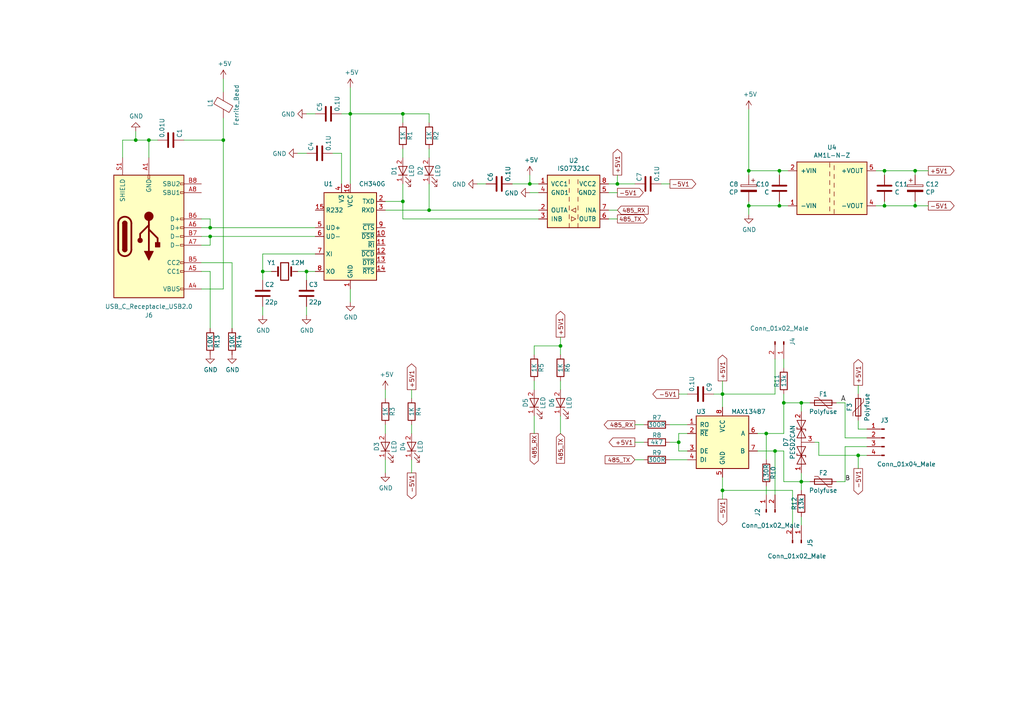
<source format=kicad_sch>
(kicad_sch
	(version 20231120)
	(generator "eeschema")
	(generator_version "8.0")
	(uuid "691d0405-272e-42bc-99f3-d4b3367daed5")
	(paper "A4")
	(lib_symbols
		(symbol "Connector:USB_C_Receptacle_USB2.0"
			(pin_names
				(offset 1.016)
			)
			(exclude_from_sim no)
			(in_bom yes)
			(on_board yes)
			(property "Reference" "J"
				(at -10.16 19.05 0)
				(effects
					(font
						(size 1.27 1.27)
					)
					(justify left)
				)
			)
			(property "Value" "USB_C_Receptacle_USB2.0"
				(at 19.05 19.05 0)
				(effects
					(font
						(size 1.27 1.27)
					)
					(justify right)
				)
			)
			(property "Footprint" ""
				(at 3.81 0 0)
				(effects
					(font
						(size 1.27 1.27)
					)
					(hide yes)
				)
			)
			(property "Datasheet" "https://www.usb.org/sites/default/files/documents/usb_type-c.zip"
				(at 3.81 0 0)
				(effects
					(font
						(size 1.27 1.27)
					)
					(hide yes)
				)
			)
			(property "Description" "USB 2.0-only Type-C Receptacle connector"
				(at 0 0 0)
				(effects
					(font
						(size 1.27 1.27)
					)
					(hide yes)
				)
			)
			(property "ki_keywords" "usb universal serial bus type-C USB2.0"
				(at 0 0 0)
				(effects
					(font
						(size 1.27 1.27)
					)
					(hide yes)
				)
			)
			(property "ki_fp_filters" "USB*C*Receptacle*"
				(at 0 0 0)
				(effects
					(font
						(size 1.27 1.27)
					)
					(hide yes)
				)
			)
			(symbol "USB_C_Receptacle_USB2.0_0_0"
				(rectangle
					(start -0.254 -17.78)
					(end 0.254 -16.764)
					(stroke
						(width 0)
						(type default)
					)
					(fill
						(type none)
					)
				)
				(rectangle
					(start 10.16 -14.986)
					(end 9.144 -15.494)
					(stroke
						(width 0)
						(type default)
					)
					(fill
						(type none)
					)
				)
				(rectangle
					(start 10.16 -12.446)
					(end 9.144 -12.954)
					(stroke
						(width 0)
						(type default)
					)
					(fill
						(type none)
					)
				)
				(rectangle
					(start 10.16 -4.826)
					(end 9.144 -5.334)
					(stroke
						(width 0)
						(type default)
					)
					(fill
						(type none)
					)
				)
				(rectangle
					(start 10.16 -2.286)
					(end 9.144 -2.794)
					(stroke
						(width 0)
						(type default)
					)
					(fill
						(type none)
					)
				)
				(rectangle
					(start 10.16 0.254)
					(end 9.144 -0.254)
					(stroke
						(width 0)
						(type default)
					)
					(fill
						(type none)
					)
				)
				(rectangle
					(start 10.16 2.794)
					(end 9.144 2.286)
					(stroke
						(width 0)
						(type default)
					)
					(fill
						(type none)
					)
				)
				(rectangle
					(start 10.16 7.874)
					(end 9.144 7.366)
					(stroke
						(width 0)
						(type default)
					)
					(fill
						(type none)
					)
				)
				(rectangle
					(start 10.16 10.414)
					(end 9.144 9.906)
					(stroke
						(width 0)
						(type default)
					)
					(fill
						(type none)
					)
				)
				(rectangle
					(start 10.16 15.494)
					(end 9.144 14.986)
					(stroke
						(width 0)
						(type default)
					)
					(fill
						(type none)
					)
				)
			)
			(symbol "USB_C_Receptacle_USB2.0_0_1"
				(rectangle
					(start -10.16 17.78)
					(end 10.16 -17.78)
					(stroke
						(width 0.254)
						(type default)
					)
					(fill
						(type background)
					)
				)
				(arc
					(start -8.89 -3.81)
					(mid -6.985 -5.7067)
					(end -5.08 -3.81)
					(stroke
						(width 0.508)
						(type default)
					)
					(fill
						(type none)
					)
				)
				(arc
					(start -7.62 -3.81)
					(mid -6.985 -4.4423)
					(end -6.35 -3.81)
					(stroke
						(width 0.254)
						(type default)
					)
					(fill
						(type none)
					)
				)
				(arc
					(start -7.62 -3.81)
					(mid -6.985 -4.4423)
					(end -6.35 -3.81)
					(stroke
						(width 0.254)
						(type default)
					)
					(fill
						(type outline)
					)
				)
				(rectangle
					(start -7.62 -3.81)
					(end -6.35 3.81)
					(stroke
						(width 0.254)
						(type default)
					)
					(fill
						(type outline)
					)
				)
				(arc
					(start -6.35 3.81)
					(mid -6.985 4.4423)
					(end -7.62 3.81)
					(stroke
						(width 0.254)
						(type default)
					)
					(fill
						(type none)
					)
				)
				(arc
					(start -6.35 3.81)
					(mid -6.985 4.4423)
					(end -7.62 3.81)
					(stroke
						(width 0.254)
						(type default)
					)
					(fill
						(type outline)
					)
				)
				(arc
					(start -5.08 3.81)
					(mid -6.985 5.7067)
					(end -8.89 3.81)
					(stroke
						(width 0.508)
						(type default)
					)
					(fill
						(type none)
					)
				)
				(circle
					(center -2.54 1.143)
					(radius 0.635)
					(stroke
						(width 0.254)
						(type default)
					)
					(fill
						(type outline)
					)
				)
				(circle
					(center 0 -5.842)
					(radius 1.27)
					(stroke
						(width 0)
						(type default)
					)
					(fill
						(type outline)
					)
				)
				(polyline
					(pts
						(xy -8.89 -3.81) (xy -8.89 3.81)
					)
					(stroke
						(width 0.508)
						(type default)
					)
					(fill
						(type none)
					)
				)
				(polyline
					(pts
						(xy -5.08 3.81) (xy -5.08 -3.81)
					)
					(stroke
						(width 0.508)
						(type default)
					)
					(fill
						(type none)
					)
				)
				(polyline
					(pts
						(xy 0 -5.842) (xy 0 4.318)
					)
					(stroke
						(width 0.508)
						(type default)
					)
					(fill
						(type none)
					)
				)
				(polyline
					(pts
						(xy 0 -3.302) (xy -2.54 -0.762) (xy -2.54 0.508)
					)
					(stroke
						(width 0.508)
						(type default)
					)
					(fill
						(type none)
					)
				)
				(polyline
					(pts
						(xy 0 -2.032) (xy 2.54 0.508) (xy 2.54 1.778)
					)
					(stroke
						(width 0.508)
						(type default)
					)
					(fill
						(type none)
					)
				)
				(polyline
					(pts
						(xy -1.27 4.318) (xy 0 6.858) (xy 1.27 4.318) (xy -1.27 4.318)
					)
					(stroke
						(width 0.254)
						(type default)
					)
					(fill
						(type outline)
					)
				)
				(rectangle
					(start 1.905 1.778)
					(end 3.175 3.048)
					(stroke
						(width 0.254)
						(type default)
					)
					(fill
						(type outline)
					)
				)
			)
			(symbol "USB_C_Receptacle_USB2.0_1_1"
				(pin passive line
					(at 0 -22.86 90)
					(length 5.08)
					(name "GND"
						(effects
							(font
								(size 1.27 1.27)
							)
						)
					)
					(number "A1"
						(effects
							(font
								(size 1.27 1.27)
							)
						)
					)
				)
				(pin passive line
					(at 0 -22.86 90)
					(length 5.08) hide
					(name "GND"
						(effects
							(font
								(size 1.27 1.27)
							)
						)
					)
					(number "A12"
						(effects
							(font
								(size 1.27 1.27)
							)
						)
					)
				)
				(pin passive line
					(at 15.24 15.24 180)
					(length 5.08)
					(name "VBUS"
						(effects
							(font
								(size 1.27 1.27)
							)
						)
					)
					(number "A4"
						(effects
							(font
								(size 1.27 1.27)
							)
						)
					)
				)
				(pin bidirectional line
					(at 15.24 10.16 180)
					(length 5.08)
					(name "CC1"
						(effects
							(font
								(size 1.27 1.27)
							)
						)
					)
					(number "A5"
						(effects
							(font
								(size 1.27 1.27)
							)
						)
					)
				)
				(pin bidirectional line
					(at 15.24 -2.54 180)
					(length 5.08)
					(name "D+"
						(effects
							(font
								(size 1.27 1.27)
							)
						)
					)
					(number "A6"
						(effects
							(font
								(size 1.27 1.27)
							)
						)
					)
				)
				(pin bidirectional line
					(at 15.24 2.54 180)
					(length 5.08)
					(name "D-"
						(effects
							(font
								(size 1.27 1.27)
							)
						)
					)
					(number "A7"
						(effects
							(font
								(size 1.27 1.27)
							)
						)
					)
				)
				(pin bidirectional line
					(at 15.24 -12.7 180)
					(length 5.08)
					(name "SBU1"
						(effects
							(font
								(size 1.27 1.27)
							)
						)
					)
					(number "A8"
						(effects
							(font
								(size 1.27 1.27)
							)
						)
					)
				)
				(pin passive line
					(at 15.24 15.24 180)
					(length 5.08) hide
					(name "VBUS"
						(effects
							(font
								(size 1.27 1.27)
							)
						)
					)
					(number "A9"
						(effects
							(font
								(size 1.27 1.27)
							)
						)
					)
				)
				(pin passive line
					(at 0 -22.86 90)
					(length 5.08) hide
					(name "GND"
						(effects
							(font
								(size 1.27 1.27)
							)
						)
					)
					(number "B1"
						(effects
							(font
								(size 1.27 1.27)
							)
						)
					)
				)
				(pin passive line
					(at 0 -22.86 90)
					(length 5.08) hide
					(name "GND"
						(effects
							(font
								(size 1.27 1.27)
							)
						)
					)
					(number "B12"
						(effects
							(font
								(size 1.27 1.27)
							)
						)
					)
				)
				(pin passive line
					(at 15.24 15.24 180)
					(length 5.08) hide
					(name "VBUS"
						(effects
							(font
								(size 1.27 1.27)
							)
						)
					)
					(number "B4"
						(effects
							(font
								(size 1.27 1.27)
							)
						)
					)
				)
				(pin bidirectional line
					(at 15.24 7.62 180)
					(length 5.08)
					(name "CC2"
						(effects
							(font
								(size 1.27 1.27)
							)
						)
					)
					(number "B5"
						(effects
							(font
								(size 1.27 1.27)
							)
						)
					)
				)
				(pin bidirectional line
					(at 15.24 -5.08 180)
					(length 5.08)
					(name "D+"
						(effects
							(font
								(size 1.27 1.27)
							)
						)
					)
					(number "B6"
						(effects
							(font
								(size 1.27 1.27)
							)
						)
					)
				)
				(pin bidirectional line
					(at 15.24 0 180)
					(length 5.08)
					(name "D-"
						(effects
							(font
								(size 1.27 1.27)
							)
						)
					)
					(number "B7"
						(effects
							(font
								(size 1.27 1.27)
							)
						)
					)
				)
				(pin bidirectional line
					(at 15.24 -15.24 180)
					(length 5.08)
					(name "SBU2"
						(effects
							(font
								(size 1.27 1.27)
							)
						)
					)
					(number "B8"
						(effects
							(font
								(size 1.27 1.27)
							)
						)
					)
				)
				(pin passive line
					(at 15.24 15.24 180)
					(length 5.08) hide
					(name "VBUS"
						(effects
							(font
								(size 1.27 1.27)
							)
						)
					)
					(number "B9"
						(effects
							(font
								(size 1.27 1.27)
							)
						)
					)
				)
				(pin passive line
					(at -7.62 -22.86 90)
					(length 5.08)
					(name "SHIELD"
						(effects
							(font
								(size 1.27 1.27)
							)
						)
					)
					(number "S1"
						(effects
							(font
								(size 1.27 1.27)
							)
						)
					)
				)
			)
		)
		(symbol "Device:C"
			(pin_numbers hide)
			(pin_names
				(offset 0.254)
			)
			(exclude_from_sim no)
			(in_bom yes)
			(on_board yes)
			(property "Reference" "C"
				(at 0.635 2.54 0)
				(effects
					(font
						(size 1.27 1.27)
					)
					(justify left)
				)
			)
			(property "Value" "C"
				(at 0.635 -2.54 0)
				(effects
					(font
						(size 1.27 1.27)
					)
					(justify left)
				)
			)
			(property "Footprint" ""
				(at 0.9652 -3.81 0)
				(effects
					(font
						(size 1.27 1.27)
					)
					(hide yes)
				)
			)
			(property "Datasheet" "~"
				(at 0 0 0)
				(effects
					(font
						(size 1.27 1.27)
					)
					(hide yes)
				)
			)
			(property "Description" "Unpolarized capacitor"
				(at 0 0 0)
				(effects
					(font
						(size 1.27 1.27)
					)
					(hide yes)
				)
			)
			(property "ki_keywords" "cap capacitor"
				(at 0 0 0)
				(effects
					(font
						(size 1.27 1.27)
					)
					(hide yes)
				)
			)
			(property "ki_fp_filters" "C_*"
				(at 0 0 0)
				(effects
					(font
						(size 1.27 1.27)
					)
					(hide yes)
				)
			)
			(symbol "C_0_1"
				(polyline
					(pts
						(xy -2.032 -0.762) (xy 2.032 -0.762)
					)
					(stroke
						(width 0.508)
						(type default)
					)
					(fill
						(type none)
					)
				)
				(polyline
					(pts
						(xy -2.032 0.762) (xy 2.032 0.762)
					)
					(stroke
						(width 0.508)
						(type default)
					)
					(fill
						(type none)
					)
				)
			)
			(symbol "C_1_1"
				(pin passive line
					(at 0 3.81 270)
					(length 2.794)
					(name "~"
						(effects
							(font
								(size 1.27 1.27)
							)
						)
					)
					(number "1"
						(effects
							(font
								(size 1.27 1.27)
							)
						)
					)
				)
				(pin passive line
					(at 0 -3.81 90)
					(length 2.794)
					(name "~"
						(effects
							(font
								(size 1.27 1.27)
							)
						)
					)
					(number "2"
						(effects
							(font
								(size 1.27 1.27)
							)
						)
					)
				)
			)
		)
		(symbol "Device:Crystal"
			(pin_numbers hide)
			(pin_names
				(offset 1.016) hide)
			(exclude_from_sim no)
			(in_bom yes)
			(on_board yes)
			(property "Reference" "Y"
				(at 0 3.81 0)
				(effects
					(font
						(size 1.27 1.27)
					)
				)
			)
			(property "Value" "Crystal"
				(at 0 -3.81 0)
				(effects
					(font
						(size 1.27 1.27)
					)
				)
			)
			(property "Footprint" ""
				(at 0 0 0)
				(effects
					(font
						(size 1.27 1.27)
					)
					(hide yes)
				)
			)
			(property "Datasheet" "~"
				(at 0 0 0)
				(effects
					(font
						(size 1.27 1.27)
					)
					(hide yes)
				)
			)
			(property "Description" "Two pin crystal"
				(at 0 0 0)
				(effects
					(font
						(size 1.27 1.27)
					)
					(hide yes)
				)
			)
			(property "ki_keywords" "quartz ceramic resonator oscillator"
				(at 0 0 0)
				(effects
					(font
						(size 1.27 1.27)
					)
					(hide yes)
				)
			)
			(property "ki_fp_filters" "Crystal*"
				(at 0 0 0)
				(effects
					(font
						(size 1.27 1.27)
					)
					(hide yes)
				)
			)
			(symbol "Crystal_0_1"
				(rectangle
					(start -1.143 2.54)
					(end 1.143 -2.54)
					(stroke
						(width 0.3048)
						(type default)
					)
					(fill
						(type none)
					)
				)
				(polyline
					(pts
						(xy -2.54 0) (xy -1.905 0)
					)
					(stroke
						(width 0)
						(type default)
					)
					(fill
						(type none)
					)
				)
				(polyline
					(pts
						(xy -1.905 -1.27) (xy -1.905 1.27)
					)
					(stroke
						(width 0.508)
						(type default)
					)
					(fill
						(type none)
					)
				)
				(polyline
					(pts
						(xy 1.905 -1.27) (xy 1.905 1.27)
					)
					(stroke
						(width 0.508)
						(type default)
					)
					(fill
						(type none)
					)
				)
				(polyline
					(pts
						(xy 2.54 0) (xy 1.905 0)
					)
					(stroke
						(width 0)
						(type default)
					)
					(fill
						(type none)
					)
				)
			)
			(symbol "Crystal_1_1"
				(pin passive line
					(at -3.81 0 0)
					(length 1.27)
					(name "1"
						(effects
							(font
								(size 1.27 1.27)
							)
						)
					)
					(number "1"
						(effects
							(font
								(size 1.27 1.27)
							)
						)
					)
				)
				(pin passive line
					(at 3.81 0 180)
					(length 1.27)
					(name "2"
						(effects
							(font
								(size 1.27 1.27)
							)
						)
					)
					(number "2"
						(effects
							(font
								(size 1.27 1.27)
							)
						)
					)
				)
			)
		)
		(symbol "Interface_USB:CH340G"
			(exclude_from_sim no)
			(in_bom yes)
			(on_board yes)
			(property "Reference" "U"
				(at -5.08 13.97 0)
				(effects
					(font
						(size 1.27 1.27)
					)
					(justify right)
				)
			)
			(property "Value" "CH340G"
				(at 1.27 13.97 0)
				(effects
					(font
						(size 1.27 1.27)
					)
					(justify left)
				)
			)
			(property "Footprint" "Package_SO:SOIC-16_3.9x9.9mm_P1.27mm"
				(at 1.27 -13.97 0)
				(effects
					(font
						(size 1.27 1.27)
					)
					(justify left)
					(hide yes)
				)
			)
			(property "Datasheet" "http://www.datasheet5.com/pdf-local-2195953"
				(at -8.89 20.32 0)
				(effects
					(font
						(size 1.27 1.27)
					)
					(hide yes)
				)
			)
			(property "Description" "USB serial converter, UART, SOIC-16"
				(at 0 0 0)
				(effects
					(font
						(size 1.27 1.27)
					)
					(hide yes)
				)
			)
			(property "ki_keywords" "USB UART Serial Converter Interface"
				(at 0 0 0)
				(effects
					(font
						(size 1.27 1.27)
					)
					(hide yes)
				)
			)
			(property "ki_fp_filters" "SOIC*3.9x9.9mm*P1.27mm*"
				(at 0 0 0)
				(effects
					(font
						(size 1.27 1.27)
					)
					(hide yes)
				)
			)
			(symbol "CH340G_0_1"
				(rectangle
					(start -7.62 12.7)
					(end 7.62 -12.7)
					(stroke
						(width 0.254)
						(type default)
					)
					(fill
						(type background)
					)
				)
			)
			(symbol "CH340G_1_1"
				(pin power_in line
					(at 0 -15.24 90)
					(length 2.54)
					(name "GND"
						(effects
							(font
								(size 1.27 1.27)
							)
						)
					)
					(number "1"
						(effects
							(font
								(size 1.27 1.27)
							)
						)
					)
				)
				(pin input line
					(at 10.16 0 180)
					(length 2.54)
					(name "~{DSR}"
						(effects
							(font
								(size 1.27 1.27)
							)
						)
					)
					(number "10"
						(effects
							(font
								(size 1.27 1.27)
							)
						)
					)
				)
				(pin input line
					(at 10.16 -2.54 180)
					(length 2.54)
					(name "~{RI}"
						(effects
							(font
								(size 1.27 1.27)
							)
						)
					)
					(number "11"
						(effects
							(font
								(size 1.27 1.27)
							)
						)
					)
				)
				(pin input line
					(at 10.16 -5.08 180)
					(length 2.54)
					(name "~{DCD}"
						(effects
							(font
								(size 1.27 1.27)
							)
						)
					)
					(number "12"
						(effects
							(font
								(size 1.27 1.27)
							)
						)
					)
				)
				(pin output line
					(at 10.16 -7.62 180)
					(length 2.54)
					(name "~{DTR}"
						(effects
							(font
								(size 1.27 1.27)
							)
						)
					)
					(number "13"
						(effects
							(font
								(size 1.27 1.27)
							)
						)
					)
				)
				(pin output line
					(at 10.16 -10.16 180)
					(length 2.54)
					(name "~{RTS}"
						(effects
							(font
								(size 1.27 1.27)
							)
						)
					)
					(number "14"
						(effects
							(font
								(size 1.27 1.27)
							)
						)
					)
				)
				(pin input line
					(at -10.16 7.62 0)
					(length 2.54)
					(name "R232"
						(effects
							(font
								(size 1.27 1.27)
							)
						)
					)
					(number "15"
						(effects
							(font
								(size 1.27 1.27)
							)
						)
					)
				)
				(pin power_in line
					(at 0 15.24 270)
					(length 2.54)
					(name "VCC"
						(effects
							(font
								(size 1.27 1.27)
							)
						)
					)
					(number "16"
						(effects
							(font
								(size 1.27 1.27)
							)
						)
					)
				)
				(pin output line
					(at 10.16 10.16 180)
					(length 2.54)
					(name "TXD"
						(effects
							(font
								(size 1.27 1.27)
							)
						)
					)
					(number "2"
						(effects
							(font
								(size 1.27 1.27)
							)
						)
					)
				)
				(pin input line
					(at 10.16 7.62 180)
					(length 2.54)
					(name "RXD"
						(effects
							(font
								(size 1.27 1.27)
							)
						)
					)
					(number "3"
						(effects
							(font
								(size 1.27 1.27)
							)
						)
					)
				)
				(pin passive line
					(at -2.54 15.24 270)
					(length 2.54)
					(name "V3"
						(effects
							(font
								(size 1.27 1.27)
							)
						)
					)
					(number "4"
						(effects
							(font
								(size 1.27 1.27)
							)
						)
					)
				)
				(pin bidirectional line
					(at -10.16 2.54 0)
					(length 2.54)
					(name "UD+"
						(effects
							(font
								(size 1.27 1.27)
							)
						)
					)
					(number "5"
						(effects
							(font
								(size 1.27 1.27)
							)
						)
					)
				)
				(pin bidirectional line
					(at -10.16 0 0)
					(length 2.54)
					(name "UD-"
						(effects
							(font
								(size 1.27 1.27)
							)
						)
					)
					(number "6"
						(effects
							(font
								(size 1.27 1.27)
							)
						)
					)
				)
				(pin input line
					(at -10.16 -5.08 0)
					(length 2.54)
					(name "XI"
						(effects
							(font
								(size 1.27 1.27)
							)
						)
					)
					(number "7"
						(effects
							(font
								(size 1.27 1.27)
							)
						)
					)
				)
				(pin output line
					(at -10.16 -10.16 0)
					(length 2.54)
					(name "XO"
						(effects
							(font
								(size 1.27 1.27)
							)
						)
					)
					(number "8"
						(effects
							(font
								(size 1.27 1.27)
							)
						)
					)
				)
				(pin input line
					(at 10.16 2.54 180)
					(length 2.54)
					(name "~{CTS}"
						(effects
							(font
								(size 1.27 1.27)
							)
						)
					)
					(number "9"
						(effects
							(font
								(size 1.27 1.27)
							)
						)
					)
				)
			)
		)
		(symbol "Isolator:ISO7321C"
			(pin_names
				(offset 1.016)
			)
			(exclude_from_sim no)
			(in_bom yes)
			(on_board yes)
			(property "Reference" "U"
				(at 0 10.795 0)
				(effects
					(font
						(size 1.27 1.27)
					)
				)
			)
			(property "Value" "ISO7321C"
				(at 0 8.89 0)
				(effects
					(font
						(size 1.27 1.27)
					)
				)
			)
			(property "Footprint" "Package_SO:SOIC-8_3.9x4.9mm_P1.27mm"
				(at 0 -8.89 0)
				(effects
					(font
						(size 1.27 1.27)
						(italic yes)
					)
					(hide yes)
				)
			)
			(property "Datasheet" "http://www.ti.com/general/docs/lit/getliterature.tsp?genericPartNumber=iso7321c&fileType=pdf"
				(at 0 0 0)
				(effects
					(font
						(size 1.27 1.27)
					)
					(hide yes)
				)
			)
			(property "Description" "Low Power Dual-Channel 1/1 Digital Isolator, 25Mbps 33ns, Fail-Safe High, SO8"
				(at 0 0 0)
				(effects
					(font
						(size 1.27 1.27)
					)
					(hide yes)
				)
			)
			(property "ki_keywords" "2Ch Dual Digital Isolator 25Mbps"
				(at 0 0 0)
				(effects
					(font
						(size 1.27 1.27)
					)
					(hide yes)
				)
			)
			(property "ki_fp_filters" "SO*"
				(at 0 0 0)
				(effects
					(font
						(size 1.27 1.27)
					)
					(hide yes)
				)
			)
			(symbol "ISO7321C_0_1"
				(rectangle
					(start -7.62 7.62)
					(end 7.62 -7.62)
					(stroke
						(width 0.254)
						(type default)
					)
					(fill
						(type background)
					)
				)
				(polyline
					(pts
						(xy -1.27 -6.35) (xy -1.27 -7.62)
					)
					(stroke
						(width 0)
						(type default)
					)
					(fill
						(type none)
					)
				)
				(polyline
					(pts
						(xy -1.27 -3.81) (xy -1.27 -5.08)
					)
					(stroke
						(width 0)
						(type default)
					)
					(fill
						(type none)
					)
				)
				(polyline
					(pts
						(xy -1.27 -1.27) (xy -1.27 -2.54)
					)
					(stroke
						(width 0)
						(type default)
					)
					(fill
						(type none)
					)
				)
				(polyline
					(pts
						(xy -1.27 1.27) (xy -1.27 0)
					)
					(stroke
						(width 0)
						(type default)
					)
					(fill
						(type none)
					)
				)
				(polyline
					(pts
						(xy -1.27 3.81) (xy -1.27 2.54)
					)
					(stroke
						(width 0)
						(type default)
					)
					(fill
						(type none)
					)
				)
				(polyline
					(pts
						(xy -1.27 6.35) (xy -1.27 5.08)
					)
					(stroke
						(width 0)
						(type default)
					)
					(fill
						(type none)
					)
				)
				(polyline
					(pts
						(xy 1.27 -6.35) (xy 1.27 -7.62)
					)
					(stroke
						(width 0)
						(type default)
					)
					(fill
						(type none)
					)
				)
				(polyline
					(pts
						(xy 1.27 -3.81) (xy 1.27 -5.08)
					)
					(stroke
						(width 0)
						(type default)
					)
					(fill
						(type none)
					)
				)
				(polyline
					(pts
						(xy 1.27 -1.27) (xy 1.27 -2.54)
					)
					(stroke
						(width 0)
						(type default)
					)
					(fill
						(type none)
					)
				)
				(polyline
					(pts
						(xy 1.27 1.27) (xy 1.27 0)
					)
					(stroke
						(width 0)
						(type default)
					)
					(fill
						(type none)
					)
				)
				(polyline
					(pts
						(xy 1.27 3.81) (xy 1.27 2.54)
					)
					(stroke
						(width 0)
						(type default)
					)
					(fill
						(type none)
					)
				)
				(polyline
					(pts
						(xy 1.27 6.35) (xy 1.27 5.08)
					)
					(stroke
						(width 0)
						(type default)
					)
					(fill
						(type none)
					)
				)
				(polyline
					(pts
						(xy -0.635 -4.445) (xy -0.635 -5.715) (xy 0.635 -5.08) (xy -0.635 -4.445)
					)
					(stroke
						(width 0)
						(type default)
					)
					(fill
						(type none)
					)
				)
				(polyline
					(pts
						(xy -0.635 -2.54) (xy 0.635 -1.905) (xy 0.635 -3.175) (xy -0.635 -2.54)
					)
					(stroke
						(width 0)
						(type default)
					)
					(fill
						(type none)
					)
				)
			)
			(symbol "ISO7321C_1_1"
				(pin power_in line
					(at -10.16 5.08 0)
					(length 2.54)
					(name "VCC1"
						(effects
							(font
								(size 1.27 1.27)
							)
						)
					)
					(number "1"
						(effects
							(font
								(size 1.27 1.27)
							)
						)
					)
				)
				(pin output line
					(at -10.16 -2.54 0)
					(length 2.54)
					(name "OUTA"
						(effects
							(font
								(size 1.27 1.27)
							)
						)
					)
					(number "2"
						(effects
							(font
								(size 1.27 1.27)
							)
						)
					)
				)
				(pin input line
					(at -10.16 -5.08 0)
					(length 2.54)
					(name "INB"
						(effects
							(font
								(size 1.27 1.27)
							)
						)
					)
					(number "3"
						(effects
							(font
								(size 1.27 1.27)
							)
						)
					)
				)
				(pin power_in line
					(at -10.16 2.54 0)
					(length 2.54)
					(name "GND1"
						(effects
							(font
								(size 1.27 1.27)
							)
						)
					)
					(number "4"
						(effects
							(font
								(size 1.27 1.27)
							)
						)
					)
				)
				(pin power_in line
					(at 10.16 2.54 180)
					(length 2.54)
					(name "GND2"
						(effects
							(font
								(size 1.27 1.27)
							)
						)
					)
					(number "5"
						(effects
							(font
								(size 1.27 1.27)
							)
						)
					)
				)
				(pin output line
					(at 10.16 -5.08 180)
					(length 2.54)
					(name "OUTB"
						(effects
							(font
								(size 1.27 1.27)
							)
						)
					)
					(number "6"
						(effects
							(font
								(size 1.27 1.27)
							)
						)
					)
				)
				(pin input line
					(at 10.16 -2.54 180)
					(length 2.54)
					(name "INA"
						(effects
							(font
								(size 1.27 1.27)
							)
						)
					)
					(number "7"
						(effects
							(font
								(size 1.27 1.27)
							)
						)
					)
				)
				(pin power_in line
					(at 10.16 5.08 180)
					(length 2.54)
					(name "VCC2"
						(effects
							(font
								(size 1.27 1.27)
							)
						)
					)
					(number "8"
						(effects
							(font
								(size 1.27 1.27)
							)
						)
					)
				)
			)
		)
		(symbol "USB-485-rescue:AM1L-N-Z-Regulator_Switching-VEG-50-rescue"
			(pin_names
				(offset 1.016)
			)
			(exclude_from_sim no)
			(in_bom yes)
			(on_board yes)
			(property "Reference" "U"
				(at -8.89 8.89 0)
				(effects
					(font
						(size 1.27 1.27)
					)
				)
			)
			(property "Value" "AM1L-N-Z-Regulator_Switching-VEG-50-rescue"
				(at 5.08 8.89 0)
				(effects
					(font
						(size 1.27 1.27)
					)
				)
			)
			(property "Footprint" ""
				(at 0 0 0)
				(effects
					(font
						(size 1.27 1.27)
					)
					(hide yes)
				)
			)
			(property "Datasheet" ""
				(at 0 0 0)
				(effects
					(font
						(size 1.27 1.27)
					)
					(hide yes)
				)
			)
			(property "Description" ""
				(at 0 0 0)
				(effects
					(font
						(size 1.27 1.27)
					)
					(hide yes)
				)
			)
			(symbol "AM1L-N-Z-Regulator_Switching-VEG-50-rescue_1_1"
				(rectangle
					(start -10.16 7.62)
					(end 10.16 -7.62)
					(stroke
						(width 0.254)
						(type default)
					)
					(fill
						(type background)
					)
				)
				(polyline
					(pts
						(xy -0.635 -5.334) (xy -0.635 -6.604)
					)
					(stroke
						(width 0)
						(type default)
					)
					(fill
						(type none)
					)
				)
				(polyline
					(pts
						(xy -0.635 -2.794) (xy -0.635 -4.064)
					)
					(stroke
						(width 0)
						(type default)
					)
					(fill
						(type none)
					)
				)
				(polyline
					(pts
						(xy -0.635 -0.254) (xy -0.635 -1.524)
					)
					(stroke
						(width 0)
						(type default)
					)
					(fill
						(type none)
					)
				)
				(polyline
					(pts
						(xy -0.635 2.286) (xy -0.635 1.016)
					)
					(stroke
						(width 0)
						(type default)
					)
					(fill
						(type none)
					)
				)
				(polyline
					(pts
						(xy -0.635 4.826) (xy -0.635 3.556)
					)
					(stroke
						(width 0)
						(type default)
					)
					(fill
						(type none)
					)
				)
				(polyline
					(pts
						(xy -0.635 7.366) (xy -0.635 6.096)
					)
					(stroke
						(width 0)
						(type default)
					)
					(fill
						(type none)
					)
				)
				(polyline
					(pts
						(xy 0.635 -7.366) (xy 0.635 -6.096)
					)
					(stroke
						(width 0)
						(type default)
					)
					(fill
						(type none)
					)
				)
				(polyline
					(pts
						(xy 0.635 -4.826) (xy 0.635 -3.556)
					)
					(stroke
						(width 0)
						(type default)
					)
					(fill
						(type none)
					)
				)
				(polyline
					(pts
						(xy 0.635 -2.286) (xy 0.635 -1.016)
					)
					(stroke
						(width 0)
						(type default)
					)
					(fill
						(type none)
					)
				)
				(polyline
					(pts
						(xy 0.635 0.254) (xy 0.635 1.524)
					)
					(stroke
						(width 0)
						(type default)
					)
					(fill
						(type none)
					)
				)
				(polyline
					(pts
						(xy 0.635 2.794) (xy 0.635 4.064)
					)
					(stroke
						(width 0)
						(type default)
					)
					(fill
						(type none)
					)
				)
				(polyline
					(pts
						(xy 0.635 5.334) (xy 0.635 6.604)
					)
					(stroke
						(width 0)
						(type default)
					)
					(fill
						(type none)
					)
				)
				(pin power_in line
					(at -12.7 -5.08 0)
					(length 2.54)
					(name "-VIN"
						(effects
							(font
								(size 1.27 1.27)
							)
						)
					)
					(number "1"
						(effects
							(font
								(size 1.27 1.27)
							)
						)
					)
				)
				(pin power_in line
					(at -12.7 5.08 0)
					(length 2.54)
					(name "+VIN"
						(effects
							(font
								(size 1.27 1.27)
							)
						)
					)
					(number "2"
						(effects
							(font
								(size 1.27 1.27)
							)
						)
					)
				)
				(pin power_out line
					(at 12.7 -5.08 180)
					(length 2.54)
					(name "-VOUT"
						(effects
							(font
								(size 1.27 1.27)
							)
						)
					)
					(number "4"
						(effects
							(font
								(size 1.27 1.27)
							)
						)
					)
				)
				(pin power_out line
					(at 12.7 5.08 180)
					(length 2.54)
					(name "+VOUT"
						(effects
							(font
								(size 1.27 1.27)
							)
						)
					)
					(number "5"
						(effects
							(font
								(size 1.27 1.27)
							)
						)
					)
				)
			)
		)
		(symbol "USB-485-rescue:C-gomp-rescue"
			(pin_numbers hide)
			(pin_names
				(offset 0.254)
			)
			(exclude_from_sim no)
			(in_bom yes)
			(on_board yes)
			(property "Reference" "C"
				(at 0.635 2.54 0)
				(effects
					(font
						(size 1.27 1.27)
					)
					(justify left)
				)
			)
			(property "Value" "C-gomp-rescue"
				(at 0.635 -2.54 0)
				(effects
					(font
						(size 1.27 1.27)
					)
					(justify left)
				)
			)
			(property "Footprint" ""
				(at 0.9652 -3.81 0)
				(effects
					(font
						(size 1.27 1.27)
					)
					(hide yes)
				)
			)
			(property "Datasheet" ""
				(at 0 0 0)
				(effects
					(font
						(size 1.27 1.27)
					)
					(hide yes)
				)
			)
			(property "Description" ""
				(at 0 0 0)
				(effects
					(font
						(size 1.27 1.27)
					)
					(hide yes)
				)
			)
			(property "ki_fp_filters" "C_*"
				(at 0 0 0)
				(effects
					(font
						(size 1.27 1.27)
					)
					(hide yes)
				)
			)
			(symbol "C-gomp-rescue_0_1"
				(polyline
					(pts
						(xy -2.032 -0.762) (xy 2.032 -0.762)
					)
					(stroke
						(width 0.508)
						(type default)
					)
					(fill
						(type none)
					)
				)
				(polyline
					(pts
						(xy -2.032 0.762) (xy 2.032 0.762)
					)
					(stroke
						(width 0.508)
						(type default)
					)
					(fill
						(type none)
					)
				)
			)
			(symbol "C-gomp-rescue_1_1"
				(pin passive line
					(at 0 3.81 270)
					(length 2.794)
					(name "~"
						(effects
							(font
								(size 1.27 1.27)
							)
						)
					)
					(number "1"
						(effects
							(font
								(size 1.27 1.27)
							)
						)
					)
				)
				(pin passive line
					(at 0 -3.81 90)
					(length 2.794)
					(name "~"
						(effects
							(font
								(size 1.27 1.27)
							)
						)
					)
					(number "2"
						(effects
							(font
								(size 1.27 1.27)
							)
						)
					)
				)
			)
		)
		(symbol "USB-485-rescue:CP-Device"
			(pin_numbers hide)
			(pin_names
				(offset 0.254)
			)
			(exclude_from_sim no)
			(in_bom yes)
			(on_board yes)
			(property "Reference" "C"
				(at 0.635 2.54 0)
				(effects
					(font
						(size 1.27 1.27)
					)
					(justify left)
				)
			)
			(property "Value" "CP-Device"
				(at 0.635 -2.54 0)
				(effects
					(font
						(size 1.27 1.27)
					)
					(justify left)
				)
			)
			(property "Footprint" ""
				(at 0.9652 -3.81 0)
				(effects
					(font
						(size 1.27 1.27)
					)
					(hide yes)
				)
			)
			(property "Datasheet" ""
				(at 0 0 0)
				(effects
					(font
						(size 1.27 1.27)
					)
					(hide yes)
				)
			)
			(property "Description" ""
				(at 0 0 0)
				(effects
					(font
						(size 1.27 1.27)
					)
					(hide yes)
				)
			)
			(property "ki_fp_filters" "CP_*"
				(at 0 0 0)
				(effects
					(font
						(size 1.27 1.27)
					)
					(hide yes)
				)
			)
			(symbol "CP-Device_0_1"
				(rectangle
					(start -2.286 0.508)
					(end -2.286 1.016)
					(stroke
						(width 0)
						(type default)
					)
					(fill
						(type none)
					)
				)
				(rectangle
					(start -2.286 0.508)
					(end 2.286 0.508)
					(stroke
						(width 0)
						(type default)
					)
					(fill
						(type none)
					)
				)
				(polyline
					(pts
						(xy -1.778 2.286) (xy -0.762 2.286)
					)
					(stroke
						(width 0)
						(type default)
					)
					(fill
						(type none)
					)
				)
				(polyline
					(pts
						(xy -1.27 2.794) (xy -1.27 1.778)
					)
					(stroke
						(width 0)
						(type default)
					)
					(fill
						(type none)
					)
				)
				(rectangle
					(start 2.286 -0.508)
					(end -2.286 -1.016)
					(stroke
						(width 0)
						(type default)
					)
					(fill
						(type outline)
					)
				)
				(rectangle
					(start 2.286 1.016)
					(end -2.286 1.016)
					(stroke
						(width 0)
						(type default)
					)
					(fill
						(type none)
					)
				)
				(rectangle
					(start 2.286 1.016)
					(end 2.286 0.508)
					(stroke
						(width 0)
						(type default)
					)
					(fill
						(type none)
					)
				)
			)
			(symbol "CP-Device_1_1"
				(pin passive line
					(at 0 3.81 270)
					(length 2.794)
					(name "~"
						(effects
							(font
								(size 1.27 1.27)
							)
						)
					)
					(number "1"
						(effects
							(font
								(size 1.27 1.27)
							)
						)
					)
				)
				(pin passive line
					(at 0 -3.81 90)
					(length 2.794)
					(name "~"
						(effects
							(font
								(size 1.27 1.27)
							)
						)
					)
					(number "2"
						(effects
							(font
								(size 1.27 1.27)
							)
						)
					)
				)
			)
		)
		(symbol "USB-485-rescue:Conn_01x02_Male-gomp-rescue"
			(pin_names
				(offset 1.016) hide)
			(exclude_from_sim no)
			(in_bom yes)
			(on_board yes)
			(property "Reference" "J"
				(at 0 2.54 0)
				(effects
					(font
						(size 1.27 1.27)
					)
				)
			)
			(property "Value" "Conn_01x02_Male-gomp-rescue"
				(at 0 -5.08 0)
				(effects
					(font
						(size 1.27 1.27)
					)
				)
			)
			(property "Footprint" ""
				(at 0 0 0)
				(effects
					(font
						(size 1.27 1.27)
					)
					(hide yes)
				)
			)
			(property "Datasheet" ""
				(at 0 0 0)
				(effects
					(font
						(size 1.27 1.27)
					)
					(hide yes)
				)
			)
			(property "Description" ""
				(at 0 0 0)
				(effects
					(font
						(size 1.27 1.27)
					)
					(hide yes)
				)
			)
			(property "ki_fp_filters" "Connector*:*_??x*mm* Connector*:*1x??x*mm* Pin?Header?Straight?1X* Pin?Header?Angled?1X*"
				(at 0 0 0)
				(effects
					(font
						(size 1.27 1.27)
					)
					(hide yes)
				)
			)
			(symbol "Conn_01x02_Male-gomp-rescue_1_1"
				(polyline
					(pts
						(xy 1.27 -2.54) (xy 0.8636 -2.54)
					)
					(stroke
						(width 0.1524)
						(type default)
					)
					(fill
						(type none)
					)
				)
				(polyline
					(pts
						(xy 1.27 0) (xy 0.8636 0)
					)
					(stroke
						(width 0.1524)
						(type default)
					)
					(fill
						(type none)
					)
				)
				(rectangle
					(start 0.8636 -2.413)
					(end 0 -2.667)
					(stroke
						(width 0.1524)
						(type default)
					)
					(fill
						(type outline)
					)
				)
				(rectangle
					(start 0.8636 0.127)
					(end 0 -0.127)
					(stroke
						(width 0.1524)
						(type default)
					)
					(fill
						(type outline)
					)
				)
				(pin passive line
					(at 5.08 0 180)
					(length 3.81)
					(name "Pin_1"
						(effects
							(font
								(size 1.27 1.27)
							)
						)
					)
					(number "1"
						(effects
							(font
								(size 1.27 1.27)
							)
						)
					)
				)
				(pin passive line
					(at 5.08 -2.54 180)
					(length 3.81)
					(name "Pin_2"
						(effects
							(font
								(size 1.27 1.27)
							)
						)
					)
					(number "2"
						(effects
							(font
								(size 1.27 1.27)
							)
						)
					)
				)
			)
		)
		(symbol "USB-485-rescue:Conn_01x04_Male-gomp-rescue"
			(pin_names
				(offset 1.016) hide)
			(exclude_from_sim no)
			(in_bom yes)
			(on_board yes)
			(property "Reference" "J"
				(at 0 5.08 0)
				(effects
					(font
						(size 1.27 1.27)
					)
				)
			)
			(property "Value" "Conn_01x04_Male-gomp-rescue"
				(at 0 -7.62 0)
				(effects
					(font
						(size 1.27 1.27)
					)
				)
			)
			(property "Footprint" ""
				(at 0 0 0)
				(effects
					(font
						(size 1.27 1.27)
					)
					(hide yes)
				)
			)
			(property "Datasheet" ""
				(at 0 0 0)
				(effects
					(font
						(size 1.27 1.27)
					)
					(hide yes)
				)
			)
			(property "Description" ""
				(at 0 0 0)
				(effects
					(font
						(size 1.27 1.27)
					)
					(hide yes)
				)
			)
			(property "ki_fp_filters" "Connector*:*_??x*mm* Connector*:*1x??x*mm* Pin?Header?Straight?1X* Pin?Header?Angled?1X*"
				(at 0 0 0)
				(effects
					(font
						(size 1.27 1.27)
					)
					(hide yes)
				)
			)
			(symbol "Conn_01x04_Male-gomp-rescue_1_1"
				(polyline
					(pts
						(xy 1.27 -5.08) (xy 0.8636 -5.08)
					)
					(stroke
						(width 0.1524)
						(type default)
					)
					(fill
						(type none)
					)
				)
				(polyline
					(pts
						(xy 1.27 -2.54) (xy 0.8636 -2.54)
					)
					(stroke
						(width 0.1524)
						(type default)
					)
					(fill
						(type none)
					)
				)
				(polyline
					(pts
						(xy 1.27 0) (xy 0.8636 0)
					)
					(stroke
						(width 0.1524)
						(type default)
					)
					(fill
						(type none)
					)
				)
				(polyline
					(pts
						(xy 1.27 2.54) (xy 0.8636 2.54)
					)
					(stroke
						(width 0.1524)
						(type default)
					)
					(fill
						(type none)
					)
				)
				(rectangle
					(start 0.8636 -4.953)
					(end 0 -5.207)
					(stroke
						(width 0.1524)
						(type default)
					)
					(fill
						(type outline)
					)
				)
				(rectangle
					(start 0.8636 -2.413)
					(end 0 -2.667)
					(stroke
						(width 0.1524)
						(type default)
					)
					(fill
						(type outline)
					)
				)
				(rectangle
					(start 0.8636 0.127)
					(end 0 -0.127)
					(stroke
						(width 0.1524)
						(type default)
					)
					(fill
						(type outline)
					)
				)
				(rectangle
					(start 0.8636 2.667)
					(end 0 2.413)
					(stroke
						(width 0.1524)
						(type default)
					)
					(fill
						(type outline)
					)
				)
				(pin passive line
					(at 5.08 2.54 180)
					(length 3.81)
					(name "Pin_1"
						(effects
							(font
								(size 1.27 1.27)
							)
						)
					)
					(number "1"
						(effects
							(font
								(size 1.27 1.27)
							)
						)
					)
				)
				(pin passive line
					(at 5.08 0 180)
					(length 3.81)
					(name "Pin_2"
						(effects
							(font
								(size 1.27 1.27)
							)
						)
					)
					(number "2"
						(effects
							(font
								(size 1.27 1.27)
							)
						)
					)
				)
				(pin passive line
					(at 5.08 -2.54 180)
					(length 3.81)
					(name "Pin_3"
						(effects
							(font
								(size 1.27 1.27)
							)
						)
					)
					(number "3"
						(effects
							(font
								(size 1.27 1.27)
							)
						)
					)
				)
				(pin passive line
					(at 5.08 -5.08 180)
					(length 3.81)
					(name "Pin_4"
						(effects
							(font
								(size 1.27 1.27)
							)
						)
					)
					(number "4"
						(effects
							(font
								(size 1.27 1.27)
							)
						)
					)
				)
			)
		)
		(symbol "USB-485-rescue:D_TVS_x2_AAC-gomp-rescue"
			(pin_names
				(offset 1.016) hide)
			(exclude_from_sim no)
			(in_bom yes)
			(on_board yes)
			(property "Reference" "D"
				(at 0 4.445 0)
				(effects
					(font
						(size 1.27 1.27)
					)
				)
			)
			(property "Value" "D_TVS_x2_AAC-gomp-rescue"
				(at 0 2.54 0)
				(effects
					(font
						(size 1.27 1.27)
					)
				)
			)
			(property "Footprint" ""
				(at -3.81 0 0)
				(effects
					(font
						(size 1.27 1.27)
					)
					(hide yes)
				)
			)
			(property "Datasheet" ""
				(at -3.81 0 0)
				(effects
					(font
						(size 1.27 1.27)
					)
					(hide yes)
				)
			)
			(property "Description" ""
				(at 0 0 0)
				(effects
					(font
						(size 1.27 1.27)
					)
					(hide yes)
				)
			)
			(symbol "D_TVS_x2_AAC-gomp-rescue_0_0"
				(polyline
					(pts
						(xy 0 -1.27) (xy 0 0)
					)
					(stroke
						(width 0)
						(type default)
					)
					(fill
						(type none)
					)
				)
			)
			(symbol "D_TVS_x2_AAC-gomp-rescue_0_1"
				(polyline
					(pts
						(xy -6.35 0) (xy 6.35 0)
					)
					(stroke
						(width 0)
						(type default)
					)
					(fill
						(type none)
					)
				)
				(polyline
					(pts
						(xy -3.302 1.27) (xy -3.81 1.27) (xy -3.81 -1.27) (xy -4.318 -1.27)
					)
					(stroke
						(width 0.2032)
						(type default)
					)
					(fill
						(type none)
					)
				)
				(polyline
					(pts
						(xy 4.318 1.27) (xy 3.81 1.27) (xy 3.81 -1.27) (xy 3.302 -1.27)
					)
					(stroke
						(width 0.2032)
						(type default)
					)
					(fill
						(type none)
					)
				)
				(polyline
					(pts
						(xy -6.35 -1.27) (xy -1.27 1.27) (xy -1.27 -1.27) (xy -6.35 1.27) (xy -6.35 -1.27)
					)
					(stroke
						(width 0.2032)
						(type default)
					)
					(fill
						(type none)
					)
				)
				(polyline
					(pts
						(xy 1.27 -1.27) (xy 1.27 1.27) (xy 6.35 -1.27) (xy 6.35 1.27) (xy 1.27 -1.27)
					)
					(stroke
						(width 0.2032)
						(type default)
					)
					(fill
						(type none)
					)
				)
			)
			(symbol "D_TVS_x2_AAC-gomp-rescue_1_1"
				(pin passive line
					(at -8.89 0 0)
					(length 2.54)
					(name "A1"
						(effects
							(font
								(size 1.27 1.27)
							)
						)
					)
					(number "1"
						(effects
							(font
								(size 1.27 1.27)
							)
						)
					)
				)
				(pin passive line
					(at 8.89 0 180)
					(length 2.54)
					(name "A2"
						(effects
							(font
								(size 1.27 1.27)
							)
						)
					)
					(number "2"
						(effects
							(font
								(size 1.27 1.27)
							)
						)
					)
				)
				(pin input line
					(at 0 -3.81 90)
					(length 2.54)
					(name "common"
						(effects
							(font
								(size 1.27 1.27)
							)
						)
					)
					(number "3"
						(effects
							(font
								(size 1.27 1.27)
							)
						)
					)
				)
			)
		)
		(symbol "USB-485-rescue:Ferrite_Bead-gomp-rescue"
			(pin_numbers hide)
			(pin_names
				(offset 0)
			)
			(exclude_from_sim no)
			(in_bom yes)
			(on_board yes)
			(property "Reference" "L"
				(at -3.81 0.635 90)
				(effects
					(font
						(size 1.27 1.27)
					)
				)
			)
			(property "Value" "Ferrite_Bead-gomp-rescue"
				(at 3.81 0 90)
				(effects
					(font
						(size 1.27 1.27)
					)
				)
			)
			(property "Footprint" ""
				(at -1.778 0 90)
				(effects
					(font
						(size 1.27 1.27)
					)
					(hide yes)
				)
			)
			(property "Datasheet" ""
				(at 0 0 0)
				(effects
					(font
						(size 1.27 1.27)
					)
					(hide yes)
				)
			)
			(property "Description" ""
				(at 0 0 0)
				(effects
					(font
						(size 1.27 1.27)
					)
					(hide yes)
				)
			)
			(property "ki_fp_filters" "Inductor_* L_* *Ferrite*"
				(at 0 0 0)
				(effects
					(font
						(size 1.27 1.27)
					)
					(hide yes)
				)
			)
			(symbol "Ferrite_Bead-gomp-rescue_0_1"
				(polyline
					(pts
						(xy 0 -1.27) (xy 0 -1.2192)
					)
					(stroke
						(width 0)
						(type default)
					)
					(fill
						(type none)
					)
				)
				(polyline
					(pts
						(xy 0 1.27) (xy 0 1.2954)
					)
					(stroke
						(width 0)
						(type default)
					)
					(fill
						(type none)
					)
				)
				(polyline
					(pts
						(xy -2.7686 0.4064) (xy -1.7018 2.2606) (xy 2.7686 -0.3048) (xy 1.6764 -2.159) (xy -2.7686 0.4064)
					)
					(stroke
						(width 0)
						(type default)
					)
					(fill
						(type none)
					)
				)
			)
			(symbol "Ferrite_Bead-gomp-rescue_1_1"
				(pin passive line
					(at 0 3.81 270)
					(length 2.54)
					(name "~"
						(effects
							(font
								(size 1.27 1.27)
							)
						)
					)
					(number "1"
						(effects
							(font
								(size 1.27 1.27)
							)
						)
					)
				)
				(pin passive line
					(at 0 -3.81 90)
					(length 2.54)
					(name "~"
						(effects
							(font
								(size 1.27 1.27)
							)
						)
					)
					(number "2"
						(effects
							(font
								(size 1.27 1.27)
							)
						)
					)
				)
			)
		)
		(symbol "USB-485-rescue:LED-gomp-rescue"
			(pin_names
				(offset 1.016) hide)
			(exclude_from_sim no)
			(in_bom yes)
			(on_board yes)
			(property "Reference" "D"
				(at 0 2.54 0)
				(effects
					(font
						(size 1.27 1.27)
					)
				)
			)
			(property "Value" "LED-gomp-rescue"
				(at 0 -2.54 0)
				(effects
					(font
						(size 1.27 1.27)
					)
				)
			)
			(property "Footprint" ""
				(at 0 0 0)
				(effects
					(font
						(size 1.27 1.27)
					)
					(hide yes)
				)
			)
			(property "Datasheet" ""
				(at 0 0 0)
				(effects
					(font
						(size 1.27 1.27)
					)
					(hide yes)
				)
			)
			(property "Description" ""
				(at 0 0 0)
				(effects
					(font
						(size 1.27 1.27)
					)
					(hide yes)
				)
			)
			(property "ki_fp_filters" "LED*"
				(at 0 0 0)
				(effects
					(font
						(size 1.27 1.27)
					)
					(hide yes)
				)
			)
			(symbol "LED-gomp-rescue_0_1"
				(polyline
					(pts
						(xy -1.27 -1.27) (xy -1.27 1.27)
					)
					(stroke
						(width 0.2032)
						(type default)
					)
					(fill
						(type none)
					)
				)
				(polyline
					(pts
						(xy -1.27 0) (xy 1.27 0)
					)
					(stroke
						(width 0)
						(type default)
					)
					(fill
						(type none)
					)
				)
				(polyline
					(pts
						(xy 1.27 -1.27) (xy 1.27 1.27) (xy -1.27 0) (xy 1.27 -1.27)
					)
					(stroke
						(width 0.2032)
						(type default)
					)
					(fill
						(type none)
					)
				)
				(polyline
					(pts
						(xy -3.048 -0.762) (xy -4.572 -2.286) (xy -3.81 -2.286) (xy -4.572 -2.286) (xy -4.572 -1.524)
					)
					(stroke
						(width 0)
						(type default)
					)
					(fill
						(type none)
					)
				)
				(polyline
					(pts
						(xy -1.778 -0.762) (xy -3.302 -2.286) (xy -2.54 -2.286) (xy -3.302 -2.286) (xy -3.302 -1.524)
					)
					(stroke
						(width 0)
						(type default)
					)
					(fill
						(type none)
					)
				)
			)
			(symbol "LED-gomp-rescue_1_1"
				(pin passive line
					(at -3.81 0 0)
					(length 2.54)
					(name "K"
						(effects
							(font
								(size 1.27 1.27)
							)
						)
					)
					(number "1"
						(effects
							(font
								(size 1.27 1.27)
							)
						)
					)
				)
				(pin passive line
					(at 3.81 0 180)
					(length 2.54)
					(name "A"
						(effects
							(font
								(size 1.27 1.27)
							)
						)
					)
					(number "2"
						(effects
							(font
								(size 1.27 1.27)
							)
						)
					)
				)
			)
		)
		(symbol "USB-485-rescue:Polyfuse-gomp-rescue"
			(pin_numbers hide)
			(pin_names
				(offset 0)
			)
			(exclude_from_sim no)
			(in_bom yes)
			(on_board yes)
			(property "Reference" "F"
				(at -2.54 0 90)
				(effects
					(font
						(size 1.27 1.27)
					)
				)
			)
			(property "Value" "Polyfuse-gomp-rescue"
				(at 2.54 0 90)
				(effects
					(font
						(size 1.27 1.27)
					)
				)
			)
			(property "Footprint" ""
				(at 1.27 -5.08 0)
				(effects
					(font
						(size 1.27 1.27)
					)
					(justify left)
					(hide yes)
				)
			)
			(property "Datasheet" ""
				(at 0 0 0)
				(effects
					(font
						(size 1.27 1.27)
					)
					(hide yes)
				)
			)
			(property "Description" ""
				(at 0 0 0)
				(effects
					(font
						(size 1.27 1.27)
					)
					(hide yes)
				)
			)
			(property "ki_fp_filters" "*polyfuse* *PTC*"
				(at 0 0 0)
				(effects
					(font
						(size 1.27 1.27)
					)
					(hide yes)
				)
			)
			(symbol "Polyfuse-gomp-rescue_0_1"
				(rectangle
					(start -0.762 2.54)
					(end 0.762 -2.54)
					(stroke
						(width 0.254)
						(type default)
					)
					(fill
						(type none)
					)
				)
				(polyline
					(pts
						(xy 0 2.54) (xy 0 -2.54)
					)
					(stroke
						(width 0)
						(type default)
					)
					(fill
						(type none)
					)
				)
				(polyline
					(pts
						(xy -1.524 2.54) (xy -1.524 1.524) (xy 1.524 -1.524) (xy 1.524 -2.54)
					)
					(stroke
						(width 0)
						(type default)
					)
					(fill
						(type none)
					)
				)
			)
			(symbol "Polyfuse-gomp-rescue_1_1"
				(pin passive line
					(at 0 3.81 270)
					(length 1.27)
					(name "~"
						(effects
							(font
								(size 1.27 1.27)
							)
						)
					)
					(number "1"
						(effects
							(font
								(size 1.27 1.27)
							)
						)
					)
				)
				(pin passive line
					(at 0 -3.81 90)
					(length 1.27)
					(name "~"
						(effects
							(font
								(size 1.27 1.27)
							)
						)
					)
					(number "2"
						(effects
							(font
								(size 1.27 1.27)
							)
						)
					)
				)
			)
		)
		(symbol "USB-485-rescue:R-gomp-rescue"
			(pin_numbers hide)
			(pin_names
				(offset 0)
			)
			(exclude_from_sim no)
			(in_bom yes)
			(on_board yes)
			(property "Reference" "R"
				(at 2.032 0 90)
				(effects
					(font
						(size 1.27 1.27)
					)
				)
			)
			(property "Value" "R-gomp-rescue"
				(at 0 0 90)
				(effects
					(font
						(size 1.27 1.27)
					)
				)
			)
			(property "Footprint" ""
				(at -1.778 0 90)
				(effects
					(font
						(size 1.27 1.27)
					)
					(hide yes)
				)
			)
			(property "Datasheet" ""
				(at 0 0 0)
				(effects
					(font
						(size 1.27 1.27)
					)
					(hide yes)
				)
			)
			(property "Description" ""
				(at 0 0 0)
				(effects
					(font
						(size 1.27 1.27)
					)
					(hide yes)
				)
			)
			(property "ki_fp_filters" "R_* R_*"
				(at 0 0 0)
				(effects
					(font
						(size 1.27 1.27)
					)
					(hide yes)
				)
			)
			(symbol "R-gomp-rescue_0_1"
				(rectangle
					(start -1.016 -2.54)
					(end 1.016 2.54)
					(stroke
						(width 0.254)
						(type default)
					)
					(fill
						(type none)
					)
				)
			)
			(symbol "R-gomp-rescue_1_1"
				(pin passive line
					(at 0 3.81 270)
					(length 1.27)
					(name "~"
						(effects
							(font
								(size 1.27 1.27)
							)
						)
					)
					(number "1"
						(effects
							(font
								(size 1.27 1.27)
							)
						)
					)
				)
				(pin passive line
					(at 0 -3.81 90)
					(length 1.27)
					(name "~"
						(effects
							(font
								(size 1.27 1.27)
							)
						)
					)
					(number "2"
						(effects
							(font
								(size 1.27 1.27)
							)
						)
					)
				)
			)
		)
		(symbol "USB-485-rescue:SP3485CN-gomp-rescue"
			(pin_names
				(offset 1.016)
			)
			(exclude_from_sim no)
			(in_bom yes)
			(on_board yes)
			(property "Reference" "U"
				(at -7.62 8.89 0)
				(effects
					(font
						(size 1.27 1.27)
					)
					(justify left)
				)
			)
			(property "Value" "SP3485CN-gomp-rescue"
				(at 2.54 8.89 0)
				(effects
					(font
						(size 1.27 1.27)
					)
					(justify left)
				)
			)
			(property "Footprint" "Housings_SOIC:SOIC-8_3.9x4.9mm_Pitch1.27mm"
				(at 26.67 -8.89 0)
				(effects
					(font
						(size 1.27 1.27)
						(italic yes)
					)
					(hide yes)
				)
			)
			(property "Datasheet" ""
				(at 0 0 0)
				(effects
					(font
						(size 1.27 1.27)
					)
					(hide yes)
				)
			)
			(property "Description" ""
				(at 0 0 0)
				(effects
					(font
						(size 1.27 1.27)
					)
					(hide yes)
				)
			)
			(property "ki_fp_filters" "SOIC*3.9x4.9mm*Pitch1.27mm*"
				(at 0 0 0)
				(effects
					(font
						(size 1.27 1.27)
					)
					(hide yes)
				)
			)
			(symbol "SP3485CN-gomp-rescue_0_1"
				(rectangle
					(start -7.62 7.62)
					(end 7.62 -7.62)
					(stroke
						(width 0.254)
						(type default)
					)
					(fill
						(type background)
					)
				)
			)
			(symbol "SP3485CN-gomp-rescue_1_1"
				(pin output line
					(at -10.16 5.08 0)
					(length 2.54)
					(name "RO"
						(effects
							(font
								(size 1.27 1.27)
							)
						)
					)
					(number "1"
						(effects
							(font
								(size 1.27 1.27)
							)
						)
					)
				)
				(pin input line
					(at -10.16 2.54 0)
					(length 2.54)
					(name "~{RE}"
						(effects
							(font
								(size 1.27 1.27)
							)
						)
					)
					(number "2"
						(effects
							(font
								(size 1.27 1.27)
							)
						)
					)
				)
				(pin input line
					(at -10.16 -2.54 0)
					(length 2.54)
					(name "DE"
						(effects
							(font
								(size 1.27 1.27)
							)
						)
					)
					(number "3"
						(effects
							(font
								(size 1.27 1.27)
							)
						)
					)
				)
				(pin input line
					(at -10.16 -5.08 0)
					(length 2.54)
					(name "DI"
						(effects
							(font
								(size 1.27 1.27)
							)
						)
					)
					(number "4"
						(effects
							(font
								(size 1.27 1.27)
							)
						)
					)
				)
				(pin power_in line
					(at 0 -10.16 90)
					(length 2.54)
					(name "GND"
						(effects
							(font
								(size 1.27 1.27)
							)
						)
					)
					(number "5"
						(effects
							(font
								(size 1.27 1.27)
							)
						)
					)
				)
				(pin bidirectional line
					(at 10.16 2.54 180)
					(length 2.54)
					(name "A"
						(effects
							(font
								(size 1.27 1.27)
							)
						)
					)
					(number "6"
						(effects
							(font
								(size 1.27 1.27)
							)
						)
					)
				)
				(pin bidirectional line
					(at 10.16 -2.54 180)
					(length 2.54)
					(name "B"
						(effects
							(font
								(size 1.27 1.27)
							)
						)
					)
					(number "7"
						(effects
							(font
								(size 1.27 1.27)
							)
						)
					)
				)
				(pin power_in line
					(at 0 10.16 270)
					(length 2.54)
					(name "VCC"
						(effects
							(font
								(size 1.27 1.27)
							)
						)
					)
					(number "8"
						(effects
							(font
								(size 1.27 1.27)
							)
						)
					)
				)
			)
		)
		(symbol "power:+5V"
			(power)
			(pin_names
				(offset 0)
			)
			(exclude_from_sim no)
			(in_bom yes)
			(on_board yes)
			(property "Reference" "#PWR"
				(at 0 -3.81 0)
				(effects
					(font
						(size 1.27 1.27)
					)
					(hide yes)
				)
			)
			(property "Value" "+5V"
				(at 0 3.556 0)
				(effects
					(font
						(size 1.27 1.27)
					)
				)
			)
			(property "Footprint" ""
				(at 0 0 0)
				(effects
					(font
						(size 1.27 1.27)
					)
					(hide yes)
				)
			)
			(property "Datasheet" ""
				(at 0 0 0)
				(effects
					(font
						(size 1.27 1.27)
					)
					(hide yes)
				)
			)
			(property "Description" "Power symbol creates a global label with name \"+5V\""
				(at 0 0 0)
				(effects
					(font
						(size 1.27 1.27)
					)
					(hide yes)
				)
			)
			(property "ki_keywords" "power-flag"
				(at 0 0 0)
				(effects
					(font
						(size 1.27 1.27)
					)
					(hide yes)
				)
			)
			(symbol "+5V_0_1"
				(polyline
					(pts
						(xy -0.762 1.27) (xy 0 2.54)
					)
					(stroke
						(width 0)
						(type default)
					)
					(fill
						(type none)
					)
				)
				(polyline
					(pts
						(xy 0 0) (xy 0 2.54)
					)
					(stroke
						(width 0)
						(type default)
					)
					(fill
						(type none)
					)
				)
				(polyline
					(pts
						(xy 0 2.54) (xy 0.762 1.27)
					)
					(stroke
						(width 0)
						(type default)
					)
					(fill
						(type none)
					)
				)
			)
			(symbol "+5V_1_1"
				(pin power_in line
					(at 0 0 90)
					(length 0) hide
					(name "+5V"
						(effects
							(font
								(size 1.27 1.27)
							)
						)
					)
					(number "1"
						(effects
							(font
								(size 1.27 1.27)
							)
						)
					)
				)
			)
		)
		(symbol "power:GND"
			(power)
			(pin_names
				(offset 0)
			)
			(exclude_from_sim no)
			(in_bom yes)
			(on_board yes)
			(property "Reference" "#PWR"
				(at 0 -6.35 0)
				(effects
					(font
						(size 1.27 1.27)
					)
					(hide yes)
				)
			)
			(property "Value" "GND"
				(at 0 -3.81 0)
				(effects
					(font
						(size 1.27 1.27)
					)
				)
			)
			(property "Footprint" ""
				(at 0 0 0)
				(effects
					(font
						(size 1.27 1.27)
					)
					(hide yes)
				)
			)
			(property "Datasheet" ""
				(at 0 0 0)
				(effects
					(font
						(size 1.27 1.27)
					)
					(hide yes)
				)
			)
			(property "Description" "Power symbol creates a global label with name \"GND\" , ground"
				(at 0 0 0)
				(effects
					(font
						(size 1.27 1.27)
					)
					(hide yes)
				)
			)
			(property "ki_keywords" "power-flag"
				(at 0 0 0)
				(effects
					(font
						(size 1.27 1.27)
					)
					(hide yes)
				)
			)
			(symbol "GND_0_1"
				(polyline
					(pts
						(xy 0 0) (xy 0 -1.27) (xy 1.27 -1.27) (xy 0 -2.54) (xy -1.27 -1.27) (xy 0 -1.27)
					)
					(stroke
						(width 0)
						(type default)
					)
					(fill
						(type none)
					)
				)
			)
			(symbol "GND_1_1"
				(pin power_in line
					(at 0 0 270)
					(length 0) hide
					(name "GND"
						(effects
							(font
								(size 1.27 1.27)
							)
						)
					)
					(number "1"
						(effects
							(font
								(size 1.27 1.27)
							)
						)
					)
				)
			)
		)
	)
	(junction
		(at 256.54 49.53)
		(diameter 0)
		(color 0 0 0 0)
		(uuid "10642aa1-c643-49ce-b1a5-39b1082a5baa")
	)
	(junction
		(at 116.84 58.42)
		(diameter 0)
		(color 0 0 0 0)
		(uuid "114d9d50-5986-441e-8b47-86b106537a76")
	)
	(junction
		(at 116.84 33.02)
		(diameter 0)
		(color 0 0 0 0)
		(uuid "18b1b3e4-2e58-4dc4-8cdb-357a9fca6c6d")
	)
	(junction
		(at 256.54 59.69)
		(diameter 0)
		(color 0 0 0 0)
		(uuid "2b7eb5b0-9e71-4f6f-87d8-1c222b53af23")
	)
	(junction
		(at 43.18 40.64)
		(diameter 0)
		(color 0 0 0 0)
		(uuid "2f99fba6-6625-4b43-9965-312edf14a117")
	)
	(junction
		(at 232.41 139.7)
		(diameter 0)
		(color 0 0 0 0)
		(uuid "399a7d18-ee19-4944-abc2-a9b1178e3f75")
	)
	(junction
		(at 60.96 66.04)
		(diameter 0)
		(color 0 0 0 0)
		(uuid "4648faf6-11ba-4716-9e11-290a49636c25")
	)
	(junction
		(at 217.17 49.53)
		(diameter 0)
		(color 0 0 0 0)
		(uuid "470d542e-4837-477e-8e9b-e757ed6838a0")
	)
	(junction
		(at 76.2 78.74)
		(diameter 0)
		(color 0 0 0 0)
		(uuid "4eb1ed90-4516-42f4-a41f-9ee3bd572809")
	)
	(junction
		(at 88.9 78.74)
		(diameter 0)
		(color 0 0 0 0)
		(uuid "526213f5-d01a-4d5a-81c3-f099809a90d0")
	)
	(junction
		(at 162.56 100.33)
		(diameter 0)
		(color 0 0 0 0)
		(uuid "602480f7-5f69-48ea-87fc-2a906282cc6d")
	)
	(junction
		(at 101.6 33.02)
		(diameter 0)
		(color 0 0 0 0)
		(uuid "624b73fa-55b5-435d-8fdc-ee72a83d29a6")
	)
	(junction
		(at 265.43 59.69)
		(diameter 0)
		(color 0 0 0 0)
		(uuid "6bb3d1c3-138c-4af6-8174-a6bdfc78478e")
	)
	(junction
		(at 60.96 68.58)
		(diameter 0)
		(color 0 0 0 0)
		(uuid "6d9a3329-0a91-441d-ade0-06f990fc4be3")
	)
	(junction
		(at 39.37 40.64)
		(diameter 0)
		(color 0 0 0 0)
		(uuid "7390c86f-faa9-44e6-951a-2a1010563930")
	)
	(junction
		(at 64.77 40.64)
		(diameter 0)
		(color 0 0 0 0)
		(uuid "7b478c2d-c227-4403-aa1c-1c4e6c62f0a3")
	)
	(junction
		(at 224.79 130.81)
		(diameter 0)
		(color 0 0 0 0)
		(uuid "901b2b02-12da-42e4-be8a-a38cb4c9844e")
	)
	(junction
		(at 124.46 60.96)
		(diameter 0)
		(color 0 0 0 0)
		(uuid "904cc833-11c2-48fd-b62f-e5ac6115538c")
	)
	(junction
		(at 217.17 59.69)
		(diameter 0)
		(color 0 0 0 0)
		(uuid "a5d5c7ef-5e6a-4f4b-b46d-3b15ea56cef5")
	)
	(junction
		(at 196.85 128.27)
		(diameter 0)
		(color 0 0 0 0)
		(uuid "b0eaa581-fe52-4979-b5ab-f45b547bdc33")
	)
	(junction
		(at 248.92 132.08)
		(diameter 0)
		(color 0 0 0 0)
		(uuid "b3976db5-4fb5-4bab-aa59-77fc4e878517")
	)
	(junction
		(at 227.33 116.84)
		(diameter 0)
		(color 0 0 0 0)
		(uuid "b966f4b3-d78c-4807-b3ff-3e35644b730b")
	)
	(junction
		(at 226.06 59.69)
		(diameter 0)
		(color 0 0 0 0)
		(uuid "c1df38bf-5f20-4769-83e1-f5466d9f4c1a")
	)
	(junction
		(at 209.55 114.3)
		(diameter 0)
		(color 0 0 0 0)
		(uuid "c668afd2-986c-4e94-bcee-b7b5cd7acd02")
	)
	(junction
		(at 153.67 53.34)
		(diameter 0)
		(color 0 0 0 0)
		(uuid "c679a5f3-7819-48ec-9532-47671a708c2a")
	)
	(junction
		(at 222.25 125.73)
		(diameter 0)
		(color 0 0 0 0)
		(uuid "c682e00f-5933-452c-a2e7-c9ac3b6691b0")
	)
	(junction
		(at 226.06 49.53)
		(diameter 0)
		(color 0 0 0 0)
		(uuid "cea0c5c8-533e-40c1-86b6-6586a22691a2")
	)
	(junction
		(at 209.55 142.24)
		(diameter 0)
		(color 0 0 0 0)
		(uuid "d1f1150c-bb65-4217-89f0-f6a703414e3b")
	)
	(junction
		(at 179.07 53.34)
		(diameter 0)
		(color 0 0 0 0)
		(uuid "d395152a-76e7-4541-b87f-3756acf6b70e")
	)
	(junction
		(at 232.41 116.84)
		(diameter 0)
		(color 0 0 0 0)
		(uuid "e5e46415-d022-42ff-ad69-f69773f8ddb2")
	)
	(junction
		(at 265.43 49.53)
		(diameter 0)
		(color 0 0 0 0)
		(uuid "f09fdf7d-1174-41fd-8c77-e01743b93a20")
	)
	(wire
		(pts
			(xy 111.76 58.42) (xy 116.84 58.42)
		)
		(stroke
			(width 0)
			(type default)
		)
		(uuid "004d23e5-4973-421c-9905-5261b5c36b8d")
	)
	(wire
		(pts
			(xy 234.95 116.84) (xy 232.41 116.84)
		)
		(stroke
			(width 0)
			(type default)
		)
		(uuid "02909d8f-e133-426a-8143-e38333f95f91")
	)
	(wire
		(pts
			(xy 245.11 116.84) (xy 242.57 116.84)
		)
		(stroke
			(width 0)
			(type default)
		)
		(uuid "0585a186-04da-4dba-936c-3f847dc4a62d")
	)
	(wire
		(pts
			(xy 229.87 152.4) (xy 229.87 142.24)
		)
		(stroke
			(width 0)
			(type default)
		)
		(uuid "05da11c5-f31a-40a5-a564-69279d711182")
	)
	(wire
		(pts
			(xy 256.54 58.42) (xy 256.54 59.69)
		)
		(stroke
			(width 0)
			(type default)
		)
		(uuid "06fabd27-47a3-44a6-9fb6-926a5f5d96db")
	)
	(wire
		(pts
			(xy 116.84 58.42) (xy 116.84 53.34)
		)
		(stroke
			(width 0)
			(type default)
		)
		(uuid "079d39ed-dc07-4c09-a6cf-35d6de241f52")
	)
	(wire
		(pts
			(xy 184.15 133.35) (xy 186.69 133.35)
		)
		(stroke
			(width 0)
			(type default)
		)
		(uuid "0a2cde65-2987-45d3-86a7-3575f973db98")
	)
	(wire
		(pts
			(xy 217.17 31.75) (xy 217.17 49.53)
		)
		(stroke
			(width 0)
			(type default)
		)
		(uuid "0ae9f8a5-53d8-4ae4-a74f-18016abf020b")
	)
	(wire
		(pts
			(xy 154.94 100.33) (xy 162.56 100.33)
		)
		(stroke
			(width 0)
			(type default)
		)
		(uuid "0af6aa77-a3ba-4894-951a-5ac32e9c3d45")
	)
	(wire
		(pts
			(xy 228.6 59.69) (xy 226.06 59.69)
		)
		(stroke
			(width 0)
			(type default)
		)
		(uuid "0dd55c92-40b5-409b-bda8-20c90ec97ce2")
	)
	(wire
		(pts
			(xy 124.46 60.96) (xy 124.46 53.34)
		)
		(stroke
			(width 0)
			(type default)
		)
		(uuid "0e2cac99-4cd0-4320-8e55-1c51162b5604")
	)
	(wire
		(pts
			(xy 99.06 33.02) (xy 101.6 33.02)
		)
		(stroke
			(width 0)
			(type default)
		)
		(uuid "0eda7b65-3bd8-4d2a-8b3b-c2a69ed72206")
	)
	(wire
		(pts
			(xy 96.52 44.45) (xy 99.06 44.45)
		)
		(stroke
			(width 0)
			(type default)
		)
		(uuid "11470e79-adc7-4f80-86fc-5ece90e533a2")
	)
	(wire
		(pts
			(xy 58.42 68.58) (xy 60.96 68.58)
		)
		(stroke
			(width 0)
			(type default)
		)
		(uuid "115b6419-0fc7-4249-834a-f2fa3fa1b9e2")
	)
	(wire
		(pts
			(xy 194.31 128.27) (xy 196.85 128.27)
		)
		(stroke
			(width 0)
			(type default)
		)
		(uuid "116410e4-b4aa-4896-b68a-7baedf77fc48")
	)
	(wire
		(pts
			(xy 153.67 55.88) (xy 156.21 55.88)
		)
		(stroke
			(width 0)
			(type default)
		)
		(uuid "11ed06e3-4a5c-490f-b24b-6348476776cd")
	)
	(wire
		(pts
			(xy 39.37 40.64) (xy 43.18 40.64)
		)
		(stroke
			(width 0)
			(type default)
		)
		(uuid "12b1ea1b-a9c8-4b3f-8e90-a8245a3f3f30")
	)
	(wire
		(pts
			(xy 60.96 63.5) (xy 60.96 66.04)
		)
		(stroke
			(width 0)
			(type default)
		)
		(uuid "160a2e1a-2c6c-432f-b320-855d2c110178")
	)
	(wire
		(pts
			(xy 179.07 53.34) (xy 179.07 50.8)
		)
		(stroke
			(width 0)
			(type default)
		)
		(uuid "179b1f7a-b56f-490c-8d6e-65c36f2d2512")
	)
	(wire
		(pts
			(xy 58.42 63.5) (xy 60.96 63.5)
		)
		(stroke
			(width 0)
			(type default)
		)
		(uuid "19e71f66-e428-4496-8035-85422c354a9e")
	)
	(wire
		(pts
			(xy 148.59 53.34) (xy 153.67 53.34)
		)
		(stroke
			(width 0)
			(type default)
		)
		(uuid "1f342496-e493-41f7-8ca6-eb0c90056d8f")
	)
	(wire
		(pts
			(xy 162.56 97.79) (xy 162.56 100.33)
		)
		(stroke
			(width 0)
			(type default)
		)
		(uuid "205673d2-4cad-4452-abc6-b8a7b664bb1d")
	)
	(wire
		(pts
			(xy 222.25 143.51) (xy 222.25 140.97)
		)
		(stroke
			(width 0)
			(type default)
		)
		(uuid "20ebfb4a-33a5-46db-87a5-e645dc862713")
	)
	(wire
		(pts
			(xy 60.96 68.58) (xy 91.44 68.58)
		)
		(stroke
			(width 0)
			(type default)
		)
		(uuid "234e491b-33c6-495b-859a-40c76c9d1c5e")
	)
	(wire
		(pts
			(xy 217.17 58.42) (xy 217.17 59.69)
		)
		(stroke
			(width 0)
			(type default)
		)
		(uuid "239da646-6003-42fa-ba18-f661c9b9fb97")
	)
	(wire
		(pts
			(xy 265.43 58.42) (xy 265.43 59.69)
		)
		(stroke
			(width 0)
			(type default)
		)
		(uuid "24f92e0b-ba31-490b-92fc-57d315e94572")
	)
	(wire
		(pts
			(xy 209.55 110.49) (xy 209.55 114.3)
		)
		(stroke
			(width 0)
			(type default)
		)
		(uuid "25432806-c192-4d03-a881-17b874b5ae04")
	)
	(wire
		(pts
			(xy 162.56 120.65) (xy 162.56 125.73)
		)
		(stroke
			(width 0)
			(type default)
		)
		(uuid "26598793-2470-4da5-b48e-1b16889bf43c")
	)
	(wire
		(pts
			(xy 91.44 73.66) (xy 76.2 73.66)
		)
		(stroke
			(width 0)
			(type default)
		)
		(uuid "2e9d88ff-127e-463b-b9a2-4af5361b808a")
	)
	(wire
		(pts
			(xy 234.95 139.7) (xy 232.41 139.7)
		)
		(stroke
			(width 0)
			(type default)
		)
		(uuid "2f7cea90-ccb0-4902-8cbe-aab2b4bf7f43")
	)
	(wire
		(pts
			(xy 179.07 63.5) (xy 176.53 63.5)
		)
		(stroke
			(width 0)
			(type default)
		)
		(uuid "31445d03-ac9f-4144-8927-6fc5890e3b6b")
	)
	(wire
		(pts
			(xy 217.17 62.23) (xy 217.17 59.69)
		)
		(stroke
			(width 0)
			(type default)
		)
		(uuid "32414441-e761-43b6-87cf-7d83d3436543")
	)
	(wire
		(pts
			(xy 76.2 81.28) (xy 76.2 78.74)
		)
		(stroke
			(width 0)
			(type default)
		)
		(uuid "3275b476-3e16-4039-8a1b-5edba83304e0")
	)
	(wire
		(pts
			(xy 43.18 45.72) (xy 43.18 40.64)
		)
		(stroke
			(width 0)
			(type default)
		)
		(uuid "331a9409-6941-4584-919b-e8919560f13a")
	)
	(wire
		(pts
			(xy 265.43 59.69) (xy 269.24 59.69)
		)
		(stroke
			(width 0)
			(type default)
		)
		(uuid "340f2297-30cc-4e11-ae62-af4d140a563f")
	)
	(wire
		(pts
			(xy 222.25 133.35) (xy 222.25 125.73)
		)
		(stroke
			(width 0)
			(type default)
		)
		(uuid "39e85d37-37a4-4230-9882-c5e19e713ad3")
	)
	(wire
		(pts
			(xy 162.56 110.49) (xy 162.56 113.03)
		)
		(stroke
			(width 0)
			(type default)
		)
		(uuid "3b1c90c4-efef-413a-adc8-779a0175181f")
	)
	(wire
		(pts
			(xy 124.46 60.96) (xy 156.21 60.96)
		)
		(stroke
			(width 0)
			(type default)
		)
		(uuid "3d29449e-b684-4ab1-973b-2b78cd6ae786")
	)
	(wire
		(pts
			(xy 88.9 33.02) (xy 91.44 33.02)
		)
		(stroke
			(width 0)
			(type default)
		)
		(uuid "3da682d6-1252-4d94-a64e-78e74ad0ffa2")
	)
	(wire
		(pts
			(xy 43.18 40.64) (xy 45.72 40.64)
		)
		(stroke
			(width 0)
			(type default)
		)
		(uuid "3f9ea2b4-883e-4569-b5ff-52efbc1c1eeb")
	)
	(wire
		(pts
			(xy 88.9 81.28) (xy 88.9 78.74)
		)
		(stroke
			(width 0)
			(type default)
		)
		(uuid "403e86b6-03d0-44ea-80ab-6bd0bfce2acf")
	)
	(wire
		(pts
			(xy 179.07 53.34) (xy 184.15 53.34)
		)
		(stroke
			(width 0)
			(type default)
		)
		(uuid "42b9e64a-398a-4a15-8c1b-92ed3aa8e7d7")
	)
	(wire
		(pts
			(xy 153.67 53.34) (xy 156.21 53.34)
		)
		(stroke
			(width 0)
			(type default)
		)
		(uuid "4373ce9c-d83e-45e2-bee1-78489d2e4693")
	)
	(wire
		(pts
			(xy 101.6 53.34) (xy 101.6 33.02)
		)
		(stroke
			(width 0)
			(type default)
		)
		(uuid "466e8b61-132f-4d36-ba5e-1d73c31b4c38")
	)
	(wire
		(pts
			(xy 256.54 49.53) (xy 265.43 49.53)
		)
		(stroke
			(width 0)
			(type default)
		)
		(uuid "4798a1e0-33de-4e04-a048-6eb02a8b7e5e")
	)
	(wire
		(pts
			(xy 58.42 83.82) (xy 64.77 83.82)
		)
		(stroke
			(width 0)
			(type default)
		)
		(uuid "4d992cf1-2888-4559-9ab6-e32023ba851f")
	)
	(wire
		(pts
			(xy 265.43 50.8) (xy 265.43 49.53)
		)
		(stroke
			(width 0)
			(type default)
		)
		(uuid "4dd37da7-a222-403d-bb64-d14b857600bc")
	)
	(wire
		(pts
			(xy 196.85 130.81) (xy 199.39 130.81)
		)
		(stroke
			(width 0)
			(type default)
		)
		(uuid "51b0a8b2-aa8c-4b9a-8c27-fb93ddb0b00c")
	)
	(wire
		(pts
			(xy 242.57 139.7) (xy 245.11 139.7)
		)
		(stroke
			(width 0)
			(type default)
		)
		(uuid "5330b1d3-45bc-4d5f-947a-c5fcdbd68670")
	)
	(wire
		(pts
			(xy 248.92 135.89) (xy 248.92 132.08)
		)
		(stroke
			(width 0)
			(type default)
		)
		(uuid "537f0474-0ed6-46bb-ab99-7d5a16d3b14c")
	)
	(wire
		(pts
			(xy 209.55 138.43) (xy 209.55 142.24)
		)
		(stroke
			(width 0)
			(type default)
		)
		(uuid "57ca0dc5-eb01-471e-aa7e-3142d9147eeb")
	)
	(wire
		(pts
			(xy 64.77 40.64) (xy 64.77 83.82)
		)
		(stroke
			(width 0)
			(type default)
		)
		(uuid "58c7c059-9277-4a4d-a23b-a1316cc66b51")
	)
	(wire
		(pts
			(xy 209.55 142.24) (xy 229.87 142.24)
		)
		(stroke
			(width 0)
			(type default)
		)
		(uuid "5ddbdad4-6a97-4556-b969-f1324e077b6d")
	)
	(wire
		(pts
			(xy 88.9 78.74) (xy 91.44 78.74)
		)
		(stroke
			(width 0)
			(type default)
		)
		(uuid "5ddfb57b-a568-4fa6-b224-66be3d801e95")
	)
	(wire
		(pts
			(xy 265.43 49.53) (xy 269.24 49.53)
		)
		(stroke
			(width 0)
			(type default)
		)
		(uuid "5f5453c1-14f8-410f-aaad-5822f92a5369")
	)
	(wire
		(pts
			(xy 232.41 137.16) (xy 232.41 139.7)
		)
		(stroke
			(width 0)
			(type default)
		)
		(uuid "5faeaa3f-1b37-4a32-894b-613aa7346a97")
	)
	(wire
		(pts
			(xy 232.41 152.4) (xy 232.41 149.86)
		)
		(stroke
			(width 0)
			(type default)
		)
		(uuid "5fd20783-49ab-44c5-986b-57baf25e71ef")
	)
	(wire
		(pts
			(xy 116.84 63.5) (xy 156.21 63.5)
		)
		(stroke
			(width 0)
			(type default)
		)
		(uuid "60b39ceb-1d4f-4671-863b-e3ebffae18f1")
	)
	(wire
		(pts
			(xy 124.46 43.18) (xy 124.46 45.72)
		)
		(stroke
			(width 0)
			(type default)
		)
		(uuid "628fadce-0699-4736-af33-2830d749fc01")
	)
	(wire
		(pts
			(xy 86.36 44.45) (xy 88.9 44.45)
		)
		(stroke
			(width 0)
			(type default)
		)
		(uuid "62c87619-3c7f-42ac-b499-5360ea2b7268")
	)
	(wire
		(pts
			(xy 245.11 139.7) (xy 245.11 129.54)
		)
		(stroke
			(width 0)
			(type default)
		)
		(uuid "64ebe4b5-1d7e-4667-87dc-6596bc8f25aa")
	)
	(wire
		(pts
			(xy 58.42 71.12) (xy 60.96 71.12)
		)
		(stroke
			(width 0)
			(type default)
		)
		(uuid "67b6d8e9-49df-49ff-a264-4530a63dec29")
	)
	(wire
		(pts
			(xy 76.2 78.74) (xy 78.74 78.74)
		)
		(stroke
			(width 0)
			(type default)
		)
		(uuid "68d92fd6-0ec2-451f-be22-8315dfbbd384")
	)
	(wire
		(pts
			(xy 245.11 127) (xy 251.46 127)
		)
		(stroke
			(width 0)
			(type default)
		)
		(uuid "697ab2b2-f6a8-47c6-8308-b0a59d1e1976")
	)
	(wire
		(pts
			(xy 179.07 60.96) (xy 176.53 60.96)
		)
		(stroke
			(width 0)
			(type default)
		)
		(uuid "6ad68bc4-2d70-4eb8-94c2-628dd68782ef")
	)
	(wire
		(pts
			(xy 222.25 125.73) (xy 219.71 125.73)
		)
		(stroke
			(width 0)
			(type default)
		)
		(uuid "6d6c482d-62f7-4c6b-abb8-d0ebfb886b1b")
	)
	(wire
		(pts
			(xy 227.33 139.7) (xy 227.33 130.81)
		)
		(stroke
			(width 0)
			(type default)
		)
		(uuid "6de19a2b-187e-4096-a250-1fd12c9172af")
	)
	(wire
		(pts
			(xy 58.42 66.04) (xy 60.96 66.04)
		)
		(stroke
			(width 0)
			(type default)
		)
		(uuid "739fb5f5-fe55-4b1e-8ed9-f9eac0af133e")
	)
	(wire
		(pts
			(xy 226.06 58.42) (xy 226.06 59.69)
		)
		(stroke
			(width 0)
			(type default)
		)
		(uuid "777d5ca2-218e-444c-b160-1b86eaa97673")
	)
	(wire
		(pts
			(xy 76.2 88.9) (xy 76.2 91.44)
		)
		(stroke
			(width 0)
			(type default)
		)
		(uuid "790bfb90-53de-4da5-a339-795b0cccdc30")
	)
	(wire
		(pts
			(xy 245.11 129.54) (xy 251.46 129.54)
		)
		(stroke
			(width 0)
			(type default)
		)
		(uuid "7a4d56d8-e120-4410-8ce2-c485f046d294")
	)
	(wire
		(pts
			(xy 153.67 50.8) (xy 153.67 53.34)
		)
		(stroke
			(width 0)
			(type default)
		)
		(uuid "7afadb68-ff69-4c92-ae5d-76956dc9bca7")
	)
	(wire
		(pts
			(xy 224.79 114.3) (xy 209.55 114.3)
		)
		(stroke
			(width 0)
			(type default)
		)
		(uuid "7e21ef5b-1ffa-4a5d-b610-e6575b063b9d")
	)
	(wire
		(pts
			(xy 237.49 128.27) (xy 236.22 128.27)
		)
		(stroke
			(width 0)
			(type default)
		)
		(uuid "8088329c-b022-43f9-9cfc-9ba3d753c4c9")
	)
	(wire
		(pts
			(xy 226.06 50.8) (xy 226.06 49.53)
		)
		(stroke
			(width 0)
			(type default)
		)
		(uuid "80f64ca6-636c-4125-9b54-3ba0c52246f2")
	)
	(wire
		(pts
			(xy 53.34 40.64) (xy 64.77 40.64)
		)
		(stroke
			(width 0)
			(type default)
		)
		(uuid "84a841f9-fbd9-4974-a145-6ce6a212bf78")
	)
	(wire
		(pts
			(xy 224.79 130.81) (xy 219.71 130.81)
		)
		(stroke
			(width 0)
			(type default)
		)
		(uuid "85679dad-f004-4641-aaf9-b3e369a27cb2")
	)
	(wire
		(pts
			(xy 116.84 33.02) (xy 116.84 35.56)
		)
		(stroke
			(width 0)
			(type default)
		)
		(uuid "8583fc27-6b1f-400a-a1d9-5eefd7246510")
	)
	(wire
		(pts
			(xy 209.55 142.24) (xy 209.55 144.78)
		)
		(stroke
			(width 0)
			(type default)
		)
		(uuid "8592b5c9-f047-454f-8932-e0e32e0e0fdc")
	)
	(wire
		(pts
			(xy 254 49.53) (xy 256.54 49.53)
		)
		(stroke
			(width 0)
			(type default)
		)
		(uuid "88ee2805-57ec-4bd4-8e23-6db02c162f43")
	)
	(wire
		(pts
			(xy 67.31 76.2) (xy 67.31 95.25)
		)
		(stroke
			(width 0)
			(type default)
		)
		(uuid "8a272bcb-347d-42cb-abbe-67b8e7edc254")
	)
	(wire
		(pts
			(xy 184.15 128.27) (xy 186.69 128.27)
		)
		(stroke
			(width 0)
			(type default)
		)
		(uuid "8b7791b5-1022-44cb-b712-e003a9b399d5")
	)
	(wire
		(pts
			(xy 251.46 124.46) (xy 248.92 124.46)
		)
		(stroke
			(width 0)
			(type default)
		)
		(uuid "8f10d930-b625-4be4-b5ce-76db4ed3aee3")
	)
	(wire
		(pts
			(xy 39.37 40.64) (xy 39.37 38.1)
		)
		(stroke
			(width 0)
			(type default)
		)
		(uuid "93535e59-2a47-4690-9acf-d9db0619253b")
	)
	(wire
		(pts
			(xy 111.76 60.96) (xy 124.46 60.96)
		)
		(stroke
			(width 0)
			(type default)
		)
		(uuid "93fb5820-4660-4490-9ff6-69fc172de452")
	)
	(wire
		(pts
			(xy 232.41 142.24) (xy 232.41 139.7)
		)
		(stroke
			(width 0)
			(type default)
		)
		(uuid "9611eecb-a30e-4eab-b107-b499229259f7")
	)
	(wire
		(pts
			(xy 227.33 130.81) (xy 224.79 130.81)
		)
		(stroke
			(width 0)
			(type default)
		)
		(uuid "96607719-d731-46bc-8fb0-8e3ac45698cc")
	)
	(wire
		(pts
			(xy 227.33 116.84) (xy 227.33 125.73)
		)
		(stroke
			(width 0)
			(type default)
		)
		(uuid "978a7f3b-d5d8-4bb9-9627-1dd199228f26")
	)
	(wire
		(pts
			(xy 76.2 73.66) (xy 76.2 78.74)
		)
		(stroke
			(width 0)
			(type default)
		)
		(uuid "986ba13f-c35d-48c5-8979-657b11a3161e")
	)
	(wire
		(pts
			(xy 191.77 53.34) (xy 194.31 53.34)
		)
		(stroke
			(width 0)
			(type default)
		)
		(uuid "9a0b3247-a433-4a97-a803-31a228f0b011")
	)
	(wire
		(pts
			(xy 237.49 128.27) (xy 237.49 132.08)
		)
		(stroke
			(width 0)
			(type default)
		)
		(uuid "9bf3d112-ed5d-4f99-8e4e-dd8faa054935")
	)
	(wire
		(pts
			(xy 58.42 76.2) (xy 67.31 76.2)
		)
		(stroke
			(width 0)
			(type default)
		)
		(uuid "9c5a2663-2984-4e04-a478-3dea3ca18990")
	)
	(wire
		(pts
			(xy 248.92 132.08) (xy 251.46 132.08)
		)
		(stroke
			(width 0)
			(type default)
		)
		(uuid "9f6698b5-3c04-4958-aa26-d660b3931cf7")
	)
	(wire
		(pts
			(xy 60.96 68.58) (xy 60.96 71.12)
		)
		(stroke
			(width 0)
			(type default)
		)
		(uuid "a0333ca4-39c9-4bdd-b941-aa2da52d2d93")
	)
	(wire
		(pts
			(xy 116.84 43.18) (xy 116.84 45.72)
		)
		(stroke
			(width 0)
			(type default)
		)
		(uuid "a0903ad0-60ae-4991-9489-6c37f1447825")
	)
	(wire
		(pts
			(xy 154.94 120.65) (xy 154.94 125.73)
		)
		(stroke
			(width 0)
			(type default)
		)
		(uuid "a2385e60-7202-46af-8519-3df8ab6d1d71")
	)
	(wire
		(pts
			(xy 245.11 116.84) (xy 245.11 127)
		)
		(stroke
			(width 0)
			(type default)
		)
		(uuid "a330b883-48db-4d5c-b9c2-3b426fee0cc9")
	)
	(wire
		(pts
			(xy 232.41 119.38) (xy 232.41 116.84)
		)
		(stroke
			(width 0)
			(type default)
		)
		(uuid "a6803773-5c36-49ce-98fd-3380872516b1")
	)
	(wire
		(pts
			(xy 227.33 114.3) (xy 227.33 116.84)
		)
		(stroke
			(width 0)
			(type default)
		)
		(uuid "a6ea84d8-c970-433a-a76a-bfd8018b098a")
	)
	(wire
		(pts
			(xy 58.42 78.74) (xy 60.96 78.74)
		)
		(stroke
			(width 0)
			(type default)
		)
		(uuid "ac0e2639-5e6b-4777-8fd7-3e2cd10e1093")
	)
	(wire
		(pts
			(xy 226.06 49.53) (xy 217.17 49.53)
		)
		(stroke
			(width 0)
			(type default)
		)
		(uuid "acffa3ef-ea3c-45c5-95b5-4f8f173ddb53")
	)
	(wire
		(pts
			(xy 237.49 132.08) (xy 248.92 132.08)
		)
		(stroke
			(width 0)
			(type default)
		)
		(uuid "af17e8da-0308-44fd-8230-8fcd200d7d1f")
	)
	(wire
		(pts
			(xy 207.01 114.3) (xy 209.55 114.3)
		)
		(stroke
			(width 0)
			(type default)
		)
		(uuid "b0b49565-a7aa-4a39-943b-7640ef09847a")
	)
	(wire
		(pts
			(xy 256.54 59.69) (xy 265.43 59.69)
		)
		(stroke
			(width 0)
			(type default)
		)
		(uuid "b2ca9be4-3a0d-47c9-aed0-b2c267e66041")
	)
	(wire
		(pts
			(xy 111.76 123.19) (xy 111.76 125.73)
		)
		(stroke
			(width 0)
			(type default)
		)
		(uuid "b6e7f68d-2208-4328-b9e0-30c19eb51c79")
	)
	(wire
		(pts
			(xy 226.06 59.69) (xy 217.17 59.69)
		)
		(stroke
			(width 0)
			(type default)
		)
		(uuid "ba7b56a8-0e50-4fa3-a38a-b310c6eb8d8b")
	)
	(wire
		(pts
			(xy 254 59.69) (xy 256.54 59.69)
		)
		(stroke
			(width 0)
			(type default)
		)
		(uuid "bfc96afe-9e4b-469d-994a-c05dd66a98fb")
	)
	(wire
		(pts
			(xy 99.06 44.45) (xy 99.06 53.34)
		)
		(stroke
			(width 0)
			(type default)
		)
		(uuid "bfd1aa1b-6b9d-4c3b-b1a9-b76d8d244573")
	)
	(wire
		(pts
			(xy 248.92 111.76) (xy 248.92 114.3)
		)
		(stroke
			(width 0)
			(type default)
		)
		(uuid "c1ee7c87-4f7f-4061-ba72-a1ed64df8794")
	)
	(wire
		(pts
			(xy 256.54 50.8) (xy 256.54 49.53)
		)
		(stroke
			(width 0)
			(type default)
		)
		(uuid "c21eb107-d446-4dc5-9f83-a224bbced767")
	)
	(wire
		(pts
			(xy 119.38 137.16) (xy 119.38 133.35)
		)
		(stroke
			(width 0)
			(type default)
		)
		(uuid "c42ce420-1f1e-43be-b8de-eb74f57797af")
	)
	(wire
		(pts
			(xy 138.43 53.34) (xy 140.97 53.34)
		)
		(stroke
			(width 0)
			(type default)
		)
		(uuid "c53c843e-0afa-4a6a-803f-c1f97f8211b6")
	)
	(wire
		(pts
			(xy 227.33 125.73) (xy 222.25 125.73)
		)
		(stroke
			(width 0)
			(type default)
		)
		(uuid "c57bcae4-c142-42cf-b6e1-3fd986dba08b")
	)
	(wire
		(pts
			(xy 217.17 50.8) (xy 217.17 49.53)
		)
		(stroke
			(width 0)
			(type default)
		)
		(uuid "c6720764-1cba-4528-887d-bc2fc0415b50")
	)
	(wire
		(pts
			(xy 154.94 100.33) (xy 154.94 102.87)
		)
		(stroke
			(width 0)
			(type default)
		)
		(uuid "c7e8dbbd-49ec-4801-81dc-007adf9e4773")
	)
	(wire
		(pts
			(xy 88.9 91.44) (xy 88.9 88.9)
		)
		(stroke
			(width 0)
			(type default)
		)
		(uuid "c8b38034-03f6-4c36-b6d5-862114aac7bf")
	)
	(wire
		(pts
			(xy 228.6 49.53) (xy 226.06 49.53)
		)
		(stroke
			(width 0)
			(type default)
		)
		(uuid "cbc27da0-a8dc-4c29-b3ad-b0de88ad18ca")
	)
	(wire
		(pts
			(xy 116.84 58.42) (xy 116.84 63.5)
		)
		(stroke
			(width 0)
			(type default)
		)
		(uuid "ccd7f0f6-b4a8-4935-8090-123f0ccf2448")
	)
	(wire
		(pts
			(xy 101.6 25.4) (xy 101.6 33.02)
		)
		(stroke
			(width 0)
			(type default)
		)
		(uuid "cd529a25-e423-4a03-a07b-5c7e65740461")
	)
	(wire
		(pts
			(xy 162.56 100.33) (xy 162.56 102.87)
		)
		(stroke
			(width 0)
			(type default)
		)
		(uuid "cf404a59-439f-48ef-a5e8-e4f7e64e812f")
	)
	(wire
		(pts
			(xy 111.76 113.03) (xy 111.76 115.57)
		)
		(stroke
			(width 0)
			(type default)
		)
		(uuid "cf87e870-923c-4f5d-b3e7-795e269dbb5a")
	)
	(wire
		(pts
			(xy 199.39 114.3) (xy 196.85 114.3)
		)
		(stroke
			(width 0)
			(type default)
		)
		(uuid "d32ece69-76a8-43e7-af63-c76474512af5")
	)
	(wire
		(pts
			(xy 199.39 125.73) (xy 196.85 125.73)
		)
		(stroke
			(width 0)
			(type default)
		)
		(uuid "d4a083aa-7921-48ce-bb8f-289d393c9aba")
	)
	(wire
		(pts
			(xy 232.41 116.84) (xy 227.33 116.84)
		)
		(stroke
			(width 0)
			(type default)
		)
		(uuid "d86ef589-6554-469f-b77d-0deffd351be9")
	)
	(wire
		(pts
			(xy 248.92 124.46) (xy 248.92 121.92)
		)
		(stroke
			(width 0)
			(type default)
		)
		(uuid "de14d252-3dec-4b82-8df4-208b5a6bf058")
	)
	(wire
		(pts
			(xy 60.96 78.74) (xy 60.96 95.25)
		)
		(stroke
			(width 0)
			(type default)
		)
		(uuid "de43057c-76b8-4fad-9186-fe1cec8760a0")
	)
	(wire
		(pts
			(xy 86.36 78.74) (xy 88.9 78.74)
		)
		(stroke
			(width 0)
			(type default)
		)
		(uuid "de778dc6-800b-4529-a1fa-560234fab111")
	)
	(wire
		(pts
			(xy 60.96 66.04) (xy 91.44 66.04)
		)
		(stroke
			(width 0)
			(type default)
		)
		(uuid "df3d6e9e-801c-47ec-8fcc-83322343013a")
	)
	(wire
		(pts
			(xy 232.41 139.7) (xy 227.33 139.7)
		)
		(stroke
			(width 0)
			(type default)
		)
		(uuid "df451ffd-2615-4afe-b782-fb745e5267d0")
	)
	(wire
		(pts
			(xy 35.56 45.72) (xy 35.56 40.64)
		)
		(stroke
			(width 0)
			(type default)
		)
		(uuid "e18ca153-022e-48d3-98b8-c12566e47644")
	)
	(wire
		(pts
			(xy 35.56 40.64) (xy 39.37 40.64)
		)
		(stroke
			(width 0)
			(type default)
		)
		(uuid "e2823fe4-1c00-496d-bab5-6f26f55ca27b")
	)
	(wire
		(pts
			(xy 101.6 33.02) (xy 116.84 33.02)
		)
		(stroke
			(width 0)
			(type default)
		)
		(uuid "e36d9d76-19a6-47d0-8432-ee683718d05a")
	)
	(wire
		(pts
			(xy 111.76 137.16) (xy 111.76 133.35)
		)
		(stroke
			(width 0)
			(type default)
		)
		(uuid "e4227845-6450-409f-92be-c991821bd333")
	)
	(wire
		(pts
			(xy 124.46 33.02) (xy 124.46 35.56)
		)
		(stroke
			(width 0)
			(type default)
		)
		(uuid "e531cc37-f73f-4524-a832-477d630df3f2")
	)
	(wire
		(pts
			(xy 101.6 87.63) (xy 101.6 83.82)
		)
		(stroke
			(width 0)
			(type default)
		)
		(uuid "e8a37b8f-266b-4861-adce-6eb93edaad6d")
	)
	(wire
		(pts
			(xy 119.38 113.03) (xy 119.38 115.57)
		)
		(stroke
			(width 0)
			(type default)
		)
		(uuid "e977451e-81da-4c77-9a24-08c2d499c922")
	)
	(wire
		(pts
			(xy 176.53 53.34) (xy 179.07 53.34)
		)
		(stroke
			(width 0)
			(type default)
		)
		(uuid "ea3e9d61-98ec-4d19-bc92-25ffbd04e86c")
	)
	(wire
		(pts
			(xy 194.31 133.35) (xy 199.39 133.35)
		)
		(stroke
			(width 0)
			(type default)
		)
		(uuid "ea6f5930-ae84-4472-babf-f3594cfdce72")
	)
	(wire
		(pts
			(xy 116.84 33.02) (xy 124.46 33.02)
		)
		(stroke
			(width 0)
			(type default)
		)
		(uuid "ec2b4d11-01b2-4b21-a9cc-30705e46c73d")
	)
	(wire
		(pts
			(xy 196.85 125.73) (xy 196.85 128.27)
		)
		(stroke
			(width 0)
			(type default)
		)
		(uuid "eee3cf66-1847-4194-8850-2c736aad0bc9")
	)
	(wire
		(pts
			(xy 119.38 123.19) (xy 119.38 125.73)
		)
		(stroke
			(width 0)
			(type default)
		)
		(uuid "f01003a5-9662-407f-a353-dd96001bb8ba")
	)
	(wire
		(pts
			(xy 154.94 110.49) (xy 154.94 113.03)
		)
		(stroke
			(width 0)
			(type default)
		)
		(uuid "f12d7d9d-074b-442c-bf15-0ad663e8f2ad")
	)
	(wire
		(pts
			(xy 227.33 104.14) (xy 227.33 106.68)
		)
		(stroke
			(width 0)
			(type default)
		)
		(uuid "f357cb07-cada-4e93-969c-9d592857f55b")
	)
	(wire
		(pts
			(xy 186.69 123.19) (xy 184.15 123.19)
		)
		(stroke
			(width 0)
			(type default)
		)
		(uuid "f3e3bdc1-2f4e-4bae-9d6c-feadc65f91ef")
	)
	(wire
		(pts
			(xy 196.85 128.27) (xy 196.85 130.81)
		)
		(stroke
			(width 0)
			(type default)
		)
		(uuid "f4fbdc11-9c71-4e6d-99c0-279dd55d219e")
	)
	(wire
		(pts
			(xy 64.77 26.67) (xy 64.77 22.86)
		)
		(stroke
			(width 0)
			(type default)
		)
		(uuid "f517b80c-c269-49f2-adbe-99bc609c23cc")
	)
	(wire
		(pts
			(xy 224.79 143.51) (xy 224.79 130.81)
		)
		(stroke
			(width 0)
			(type default)
		)
		(uuid "f63264ab-a760-4aee-93d8-48857555b981")
	)
	(wire
		(pts
			(xy 209.55 114.3) (xy 209.55 118.11)
		)
		(stroke
			(width 0)
			(type default)
		)
		(uuid "f7eac876-f8ff-43d1-aea5-aeb18e483d2f")
	)
	(wire
		(pts
			(xy 179.07 55.88) (xy 176.53 55.88)
		)
		(stroke
			(width 0)
			(type default)
		)
		(uuid "fc222216-83f6-40ac-a09c-433e33092b0c")
	)
	(wire
		(pts
			(xy 64.77 34.29) (xy 64.77 40.64)
		)
		(stroke
			(width 0)
			(type default)
		)
		(uuid "fdaeac74-6e3d-47ad-845b-edce6473ce81")
	)
	(wire
		(pts
			(xy 194.31 123.19) (xy 199.39 123.19)
		)
		(stroke
			(width 0)
			(type default)
		)
		(uuid "fe13429d-d5d9-495e-ac9a-330aa36232b5")
	)
	(wire
		(pts
			(xy 224.79 104.14) (xy 224.79 114.3)
		)
		(stroke
			(width 0)
			(type default)
		)
		(uuid "ffce0edf-8d31-46f3-88af-d1421d397778")
	)
	(label "B"
		(at 245.11 139.7 0)
		(fields_autoplaced yes)
		(effects
			(font
				(size 1.27 1.27)
			)
			(justify left bottom)
		)
		(uuid "033f1cfd-9555-48fb-908a-9708fe9b51bb")
	)
	(label "A"
		(at 243.84 116.84 0)
		(fields_autoplaced yes)
		(effects
			(font
				(size 1.524 1.524)
			)
			(justify left bottom)
		)
		(uuid "66a1d39d-1f05-49b1-a484-1d897d92f3be")
	)
	(global_label "+5V1"
		(shape output)
		(at 119.38 113.03 90)
		(fields_autoplaced yes)
		(effects
			(font
				(size 1.27 1.27)
			)
			(justify left)
		)
		(uuid "046320f0-b45b-47ad-bda7-d87b4a32115d")
		(property "Intersheetrefs" "${INTERSHEET_REFS}"
			(at 119.38 105.6984 90)
			(effects
				(font
					(size 1.27 1.27)
				)
				(justify left)
				(hide yes)
			)
		)
	)
	(global_label "485_TX"
		(shape input)
		(at 162.56 125.73 270)
		(fields_autoplaced yes)
		(effects
			(font
				(size 1.1938 1.1938)
			)
			(justify right)
		)
		(uuid "0d3d436f-2790-47e3-be12-3c97991f60cf")
		(property "Intersheetrefs" "${INTERSHEET_REFS}"
			(at 162.56 134.2135 90)
			(effects
				(font
					(size 1.27 1.27)
				)
				(justify right)
				(hide yes)
			)
		)
	)
	(global_label "-5V1"
		(shape output)
		(at 248.92 135.89 270)
		(fields_autoplaced yes)
		(effects
			(font
				(size 1.27 1.27)
			)
			(justify right)
		)
		(uuid "128097e6-3299-46f3-9939-5c39e92e997a")
		(property "Intersheetrefs" "${INTERSHEET_REFS}"
			(at 248.92 143.2216 90)
			(effects
				(font
					(size 1.27 1.27)
				)
				(justify right)
				(hide yes)
			)
		)
	)
	(global_label "-5V1"
		(shape output)
		(at 194.31 53.34 0)
		(fields_autoplaced yes)
		(effects
			(font
				(size 1.27 1.27)
			)
			(justify left)
		)
		(uuid "1a13bb6a-e602-4845-9e75-3d8b613e65f9")
		(property "Intersheetrefs" "${INTERSHEET_REFS}"
			(at 201.6416 53.34 0)
			(effects
				(font
					(size 1.27 1.27)
				)
				(justify left)
				(hide yes)
			)
		)
	)
	(global_label "+5V1"
		(shape output)
		(at 184.15 128.27 180)
		(fields_autoplaced yes)
		(effects
			(font
				(size 1.27 1.27)
			)
			(justify right)
		)
		(uuid "1f0b49ea-ac03-44cb-b2a6-d4bbb3f107bc")
		(property "Intersheetrefs" "${INTERSHEET_REFS}"
			(at 176.8184 128.27 0)
			(effects
				(font
					(size 1.27 1.27)
				)
				(justify right)
				(hide yes)
			)
		)
	)
	(global_label "-5V1"
		(shape output)
		(at 179.07 55.88 0)
		(fields_autoplaced yes)
		(effects
			(font
				(size 1.27 1.27)
			)
			(justify left)
		)
		(uuid "3292f732-bcb2-4405-8847-e395e9eecc41")
		(property "Intersheetrefs" "${INTERSHEET_REFS}"
			(at 186.4016 55.88 0)
			(effects
				(font
					(size 1.27 1.27)
				)
				(justify left)
				(hide yes)
			)
		)
	)
	(global_label "-5V1"
		(shape output)
		(at 196.85 114.3 180)
		(fields_autoplaced yes)
		(effects
			(font
				(size 1.27 1.27)
			)
			(justify right)
		)
		(uuid "370f3cbd-b164-4a8d-9980-0e4c592f561a")
		(property "Intersheetrefs" "${INTERSHEET_REFS}"
			(at 189.5184 114.3 0)
			(effects
				(font
					(size 1.27 1.27)
				)
				(justify right)
				(hide yes)
			)
		)
	)
	(global_label "485_RX"
		(shape output)
		(at 154.94 125.73 270)
		(fields_autoplaced yes)
		(effects
			(font
				(size 1.1938 1.1938)
			)
			(justify right)
		)
		(uuid "3f4b395b-45a8-410b-97ad-95f1b1e21b14")
		(property "Intersheetrefs" "${INTERSHEET_REFS}"
			(at 154.94 134.4977 90)
			(effects
				(font
					(size 1.27 1.27)
				)
				(justify right)
				(hide yes)
			)
		)
	)
	(global_label "-5V1"
		(shape output)
		(at 209.55 144.78 270)
		(fields_autoplaced yes)
		(effects
			(font
				(size 1.27 1.27)
			)
			(justify right)
		)
		(uuid "4c4bf36e-f8f4-4202-a9f1-5e8c9f31ce43")
		(property "Intersheetrefs" "${INTERSHEET_REFS}"
			(at 209.55 152.1116 90)
			(effects
				(font
					(size 1.27 1.27)
				)
				(justify right)
				(hide yes)
			)
		)
	)
	(global_label "485_TX"
		(shape output)
		(at 179.07 63.5 0)
		(fields_autoplaced yes)
		(effects
			(font
				(size 1.1938 1.1938)
			)
			(justify left)
		)
		(uuid "51abba76-3b68-4375-a1e0-0e6fb9430527")
		(property "Intersheetrefs" "${INTERSHEET_REFS}"
			(at 187.5535 63.5 0)
			(effects
				(font
					(size 1.27 1.27)
				)
				(justify left)
				(hide yes)
			)
		)
	)
	(global_label "485_RX"
		(shape input)
		(at 179.07 60.96 0)
		(fields_autoplaced yes)
		(effects
			(font
				(size 1.1938 1.1938)
			)
			(justify left)
		)
		(uuid "5f985bd1-459e-42d7-849f-d6613f0972c4")
		(property "Intersheetrefs" "${INTERSHEET_REFS}"
			(at 187.8377 60.96 0)
			(effects
				(font
					(size 1.27 1.27)
				)
				(justify left)
				(hide yes)
			)
		)
	)
	(global_label "+5V1"
		(shape output)
		(at 269.24 49.53 0)
		(fields_autoplaced yes)
		(effects
			(font
				(size 1.27 1.27)
			)
			(justify left)
		)
		(uuid "696b2069-db8d-44cd-9d60-19dd6ff28f85")
		(property "Intersheetrefs" "${INTERSHEET_REFS}"
			(at 276.5716 49.53 0)
			(effects
				(font
					(size 1.27 1.27)
				)
				(justify left)
				(hide yes)
			)
		)
	)
	(global_label "+5V1"
		(shape output)
		(at 248.92 111.76 90)
		(fields_autoplaced yes)
		(effects
			(font
				(size 1.27 1.27)
			)
			(justify left)
		)
		(uuid "71b41588-360a-4807-9e6b-c0e94cbe56a8")
		(property "Intersheetrefs" "${INTERSHEET_REFS}"
			(at 248.92 104.4284 90)
			(effects
				(font
					(size 1.27 1.27)
				)
				(justify left)
				(hide yes)
			)
		)
	)
	(global_label "+5V1"
		(shape output)
		(at 162.56 97.79 90)
		(fields_autoplaced yes)
		(effects
			(font
				(size 1.27 1.27)
			)
			(justify left)
		)
		(uuid "8ee473f8-1ba5-4db7-9cde-e363abd889fe")
		(property "Intersheetrefs" "${INTERSHEET_REFS}"
			(at 162.56 90.4584 90)
			(effects
				(font
					(size 1.27 1.27)
				)
				(justify left)
				(hide yes)
			)
		)
	)
	(global_label "+5V1"
		(shape output)
		(at 209.55 110.49 90)
		(fields_autoplaced yes)
		(effects
			(font
				(size 1.27 1.27)
			)
			(justify left)
		)
		(uuid "928aff4c-d968-474f-b008-f8505aa0891b")
		(property "Intersheetrefs" "${INTERSHEET_REFS}"
			(at 209.55 103.1584 90)
			(effects
				(font
					(size 1.27 1.27)
				)
				(justify left)
				(hide yes)
			)
		)
	)
	(global_label "+5V1"
		(shape output)
		(at 179.07 50.8 90)
		(fields_autoplaced yes)
		(effects
			(font
				(size 1.27 1.27)
			)
			(justify left)
		)
		(uuid "9ef7f32d-6293-4020-a86f-54ccc387848c")
		(property "Intersheetrefs" "${INTERSHEET_REFS}"
			(at 179.07 43.4684 90)
			(effects
				(font
					(size 1.27 1.27)
				)
				(justify left)
				(hide yes)
			)
		)
	)
	(global_label "-5V1"
		(shape output)
		(at 269.24 59.69 0)
		(fields_autoplaced yes)
		(effects
			(font
				(size 1.27 1.27)
			)
			(justify left)
		)
		(uuid "ac97eaa8-c122-4334-b7a8-9baf04a02006")
		(property "Intersheetrefs" "${INTERSHEET_REFS}"
			(at 276.5716 59.69 0)
			(effects
				(font
					(size 1.27 1.27)
				)
				(justify left)
				(hide yes)
			)
		)
	)
	(global_label "-5V1"
		(shape output)
		(at 119.38 137.16 270)
		(fields_autoplaced yes)
		(effects
			(font
				(size 1.27 1.27)
			)
			(justify right)
		)
		(uuid "d2817637-1f37-4b91-90b1-831a19e1fe1e")
		(property "Intersheetrefs" "${INTERSHEET_REFS}"
			(at 119.38 144.4916 90)
			(effects
				(font
					(size 1.27 1.27)
				)
				(justify right)
				(hide yes)
			)
		)
	)
	(global_label "485_TX"
		(shape input)
		(at 184.15 133.35 180)
		(fields_autoplaced yes)
		(effects
			(font
				(size 1.1938 1.1938)
			)
			(justify right)
		)
		(uuid "e6922164-ae0f-4eb2-805d-54c2ad7c93c7")
		(property "Intersheetrefs" "${INTERSHEET_REFS}"
			(at 175.6665 133.35 0)
			(effects
				(font
					(size 1.27 1.27)
				)
				(justify right)
				(hide yes)
			)
		)
	)
	(global_label "485_RX"
		(shape output)
		(at 184.15 123.19 180)
		(fields_autoplaced yes)
		(effects
			(font
				(size 1.1938 1.1938)
			)
			(justify right)
		)
		(uuid "ee1c35e0-cbb7-4531-9691-bab1cb19311c")
		(property "Intersheetrefs" "${INTERSHEET_REFS}"
			(at 175.3823 123.19 0)
			(effects
				(font
					(size 1.27 1.27)
				)
				(justify right)
				(hide yes)
			)
		)
	)
	(symbol
		(lib_id "USB-485-rescue:Ferrite_Bead-gomp-rescue")
		(at 64.77 30.48 0)
		(unit 1)
		(exclude_from_sim no)
		(in_bom yes)
		(on_board yes)
		(dnp no)
		(uuid "00000000-0000-0000-0000-000059cf98d5")
		(property "Reference" "L1"
			(at 60.96 29.845 90)
			(effects
				(font
					(size 1.27 1.27)
				)
			)
		)
		(property "Value" "Ferrite_Bead"
			(at 68.58 30.48 90)
			(effects
				(font
					(size 1.27 1.27)
				)
			)
		)
		(property "Footprint" "Inductor_SMD:L_Bourns-SRN4018"
			(at 62.992 30.48 90)
			(effects
				(font
					(size 1.27 1.27)
				)
				(hide yes)
			)
		)
		(property "Datasheet" ""
			(at 64.77 30.48 0)
			(effects
				(font
					(size 1.27 1.27)
				)
				(hide yes)
			)
		)
		(property "Description" ""
			(at 64.77 30.48 0)
			(effects
				(font
					(size 1.27 1.27)
				)
				(hide yes)
			)
		)
		(pin "1"
			(uuid "35e9de80-7c95-440c-8fbb-0581983036c5")
		)
		(pin "2"
			(uuid "d3d16032-c5a1-46ed-b4dc-b78995e10fa4")
		)
		(instances
			(project "USB-485"
				(path "/691d0405-272e-42bc-99f3-d4b3367daed5"
					(reference "L1")
					(unit 1)
				)
			)
		)
	)
	(symbol
		(lib_id "USB-485-rescue:C-gomp-rescue")
		(at 49.53 40.64 270)
		(mirror x)
		(unit 1)
		(exclude_from_sim no)
		(in_bom yes)
		(on_board yes)
		(dnp no)
		(uuid "00000000-0000-0000-0000-000059cfcafa")
		(property "Reference" "C1"
			(at 52.07 40.005 0)
			(effects
				(font
					(size 1.27 1.27)
				)
				(justify left)
			)
		)
		(property "Value" "0.01U"
			(at 46.99 40.005 0)
			(effects
				(font
					(size 1.27 1.27)
				)
				(justify left)
			)
		)
		(property "Footprint" "Capacitor_SMD:C_0805_2012Metric_Pad1.18x1.45mm_HandSolder"
			(at 45.72 39.6748 0)
			(effects
				(font
					(size 1.27 1.27)
				)
				(hide yes)
			)
		)
		(property "Datasheet" ""
			(at 49.53 40.64 0)
			(effects
				(font
					(size 1.27 1.27)
				)
				(hide yes)
			)
		)
		(property "Description" ""
			(at 49.53 40.64 0)
			(effects
				(font
					(size 1.27 1.27)
				)
				(hide yes)
			)
		)
		(pin "1"
			(uuid "0fddf94a-8dfb-42be-bb61-51116f4fc969")
		)
		(pin "2"
			(uuid "8d1bd7e8-4694-49dc-8496-6269f16c82b1")
		)
		(instances
			(project "USB-485"
				(path "/691d0405-272e-42bc-99f3-d4b3367daed5"
					(reference "C1")
					(unit 1)
				)
			)
		)
	)
	(symbol
		(lib_id "USB-485-rescue:C-gomp-rescue")
		(at 95.25 33.02 90)
		(unit 1)
		(exclude_from_sim no)
		(in_bom yes)
		(on_board yes)
		(dnp no)
		(uuid "00000000-0000-0000-0000-000059d0be51")
		(property "Reference" "C5"
			(at 92.71 32.385 0)
			(effects
				(font
					(size 1.27 1.27)
				)
				(justify left)
			)
		)
		(property "Value" "0.1U"
			(at 97.79 32.385 0)
			(effects
				(font
					(size 1.27 1.27)
				)
				(justify left)
			)
		)
		(property "Footprint" "Capacitor_SMD:C_0805_2012Metric_Pad1.18x1.45mm_HandSolder"
			(at 99.06 32.0548 0)
			(effects
				(font
					(size 1.27 1.27)
				)
				(hide yes)
			)
		)
		(property "Datasheet" ""
			(at 95.25 33.02 0)
			(effects
				(font
					(size 1.27 1.27)
				)
				(hide yes)
			)
		)
		(property "Description" ""
			(at 95.25 33.02 0)
			(effects
				(font
					(size 1.27 1.27)
				)
				(hide yes)
			)
		)
		(pin "1"
			(uuid "5684d345-fa86-4253-b586-3bc177395320")
		)
		(pin "2"
			(uuid "a766e010-46fe-4bcb-8c82-3db9ea1f6715")
		)
		(instances
			(project "USB-485"
				(path "/691d0405-272e-42bc-99f3-d4b3367daed5"
					(reference "C5")
					(unit 1)
				)
			)
		)
	)
	(symbol
		(lib_id "USB-485-rescue:SP3485CN-gomp-rescue")
		(at 209.55 128.27 0)
		(unit 1)
		(exclude_from_sim no)
		(in_bom yes)
		(on_board yes)
		(dnp no)
		(uuid "00000000-0000-0000-0000-000059d38328")
		(property "Reference" "U3"
			(at 201.93 119.38 0)
			(effects
				(font
					(size 1.27 1.27)
				)
				(justify left)
			)
		)
		(property "Value" "MAX13487"
			(at 212.09 119.38 0)
			(effects
				(font
					(size 1.27 1.27)
				)
				(justify left)
			)
		)
		(property "Footprint" "Package_SO:SOIC-8_3.9x4.9mm_P1.27mm"
			(at 236.22 137.16 0)
			(effects
				(font
					(size 1.27 1.27)
					(italic yes)
				)
				(hide yes)
			)
		)
		(property "Datasheet" ""
			(at 209.55 128.27 0)
			(effects
				(font
					(size 1.27 1.27)
				)
				(hide yes)
			)
		)
		(property "Description" ""
			(at 209.55 128.27 0)
			(effects
				(font
					(size 1.27 1.27)
				)
				(hide yes)
			)
		)
		(pin "1"
			(uuid "57adac30-fa86-4af6-97fa-ca65401e0870")
		)
		(pin "2"
			(uuid "c3d988fc-0408-46df-979a-2f10767da22d")
		)
		(pin "3"
			(uuid "135461fe-b4f6-4215-bca7-18e69cce259b")
		)
		(pin "4"
			(uuid "a306e916-5ee7-4730-b815-5da34da8f0c3")
		)
		(pin "5"
			(uuid "83f2b0f4-bdf3-4352-9aee-ad9caa19786b")
		)
		(pin "6"
			(uuid "c8cb48e7-6357-4062-80eb-1dbedddd0df9")
		)
		(pin "7"
			(uuid "4d58f5f7-9e20-468b-bacf-6619a231f159")
		)
		(pin "8"
			(uuid "3e31c253-acfb-420e-b9c2-cbc15d5c1d4b")
		)
		(instances
			(project "USB-485"
				(path "/691d0405-272e-42bc-99f3-d4b3367daed5"
					(reference "U3")
					(unit 1)
				)
			)
		)
	)
	(symbol
		(lib_id "USB-485-rescue:R-gomp-rescue")
		(at 190.5 123.19 90)
		(unit 1)
		(exclude_from_sim no)
		(in_bom yes)
		(on_board yes)
		(dnp no)
		(uuid "00000000-0000-0000-0000-000059d44f69")
		(property "Reference" "R7"
			(at 190.5 121.158 90)
			(effects
				(font
					(size 1.27 1.27)
				)
			)
		)
		(property "Value" "300R"
			(at 190.5 123.19 90)
			(effects
				(font
					(size 1.27 1.27)
				)
			)
		)
		(property "Footprint" "Resistor_SMD:R_0805_2012Metric_Pad1.20x1.40mm_HandSolder"
			(at 190.5 124.968 90)
			(effects
				(font
					(size 1.27 1.27)
				)
				(hide yes)
			)
		)
		(property "Datasheet" ""
			(at 190.5 123.19 0)
			(effects
				(font
					(size 1.27 1.27)
				)
				(hide yes)
			)
		)
		(property "Description" ""
			(at 190.5 123.19 0)
			(effects
				(font
					(size 1.27 1.27)
				)
				(hide yes)
			)
		)
		(pin "1"
			(uuid "7afad846-0229-4b42-a41a-6cb6e3affdfe")
		)
		(pin "2"
			(uuid "6b7eab79-70b7-4f8f-b2a0-3a9aec0111f5")
		)
		(instances
			(project "USB-485"
				(path "/691d0405-272e-42bc-99f3-d4b3367daed5"
					(reference "R7")
					(unit 1)
				)
			)
		)
	)
	(symbol
		(lib_id "USB-485-rescue:R-gomp-rescue")
		(at 190.5 128.27 90)
		(unit 1)
		(exclude_from_sim no)
		(in_bom yes)
		(on_board yes)
		(dnp no)
		(uuid "00000000-0000-0000-0000-000059d45eb6")
		(property "Reference" "R8"
			(at 190.5 126.238 90)
			(effects
				(font
					(size 1.27 1.27)
				)
			)
		)
		(property "Value" "4k7"
			(at 190.5 128.27 90)
			(effects
				(font
					(size 1.27 1.27)
				)
			)
		)
		(property "Footprint" "Resistor_SMD:R_0805_2012Metric_Pad1.20x1.40mm_HandSolder"
			(at 190.5 130.048 90)
			(effects
				(font
					(size 1.27 1.27)
				)
				(hide yes)
			)
		)
		(property "Datasheet" ""
			(at 190.5 128.27 0)
			(effects
				(font
					(size 1.27 1.27)
				)
				(hide yes)
			)
		)
		(property "Description" ""
			(at 190.5 128.27 0)
			(effects
				(font
					(size 1.27 1.27)
				)
				(hide yes)
			)
		)
		(pin "1"
			(uuid "1634b9fc-9ff3-4ba5-aad3-fe9da791511f")
		)
		(pin "2"
			(uuid "cc111028-bf3a-4158-a890-cedb4948a1d1")
		)
		(instances
			(project "USB-485"
				(path "/691d0405-272e-42bc-99f3-d4b3367daed5"
					(reference "R8")
					(unit 1)
				)
			)
		)
	)
	(symbol
		(lib_id "USB-485-rescue:R-gomp-rescue")
		(at 190.5 133.35 90)
		(unit 1)
		(exclude_from_sim no)
		(in_bom yes)
		(on_board yes)
		(dnp no)
		(uuid "00000000-0000-0000-0000-000059d482fa")
		(property "Reference" "R9"
			(at 190.5 131.318 90)
			(effects
				(font
					(size 1.27 1.27)
				)
			)
		)
		(property "Value" "300R"
			(at 190.5 133.35 90)
			(effects
				(font
					(size 1.27 1.27)
				)
			)
		)
		(property "Footprint" "Resistor_SMD:R_0805_2012Metric_Pad1.20x1.40mm_HandSolder"
			(at 190.5 135.128 90)
			(effects
				(font
					(size 1.27 1.27)
				)
				(hide yes)
			)
		)
		(property "Datasheet" ""
			(at 190.5 133.35 0)
			(effects
				(font
					(size 1.27 1.27)
				)
				(hide yes)
			)
		)
		(property "Description" ""
			(at 190.5 133.35 0)
			(effects
				(font
					(size 1.27 1.27)
				)
				(hide yes)
			)
		)
		(pin "1"
			(uuid "3cc7666b-e2f8-46ce-bebe-b1ec42a1ab1e")
		)
		(pin "2"
			(uuid "d6090d14-2261-4b82-9c66-f501a49eaff7")
		)
		(instances
			(project "USB-485"
				(path "/691d0405-272e-42bc-99f3-d4b3367daed5"
					(reference "R9")
					(unit 1)
				)
			)
		)
	)
	(symbol
		(lib_id "USB-485-rescue:C-gomp-rescue")
		(at 203.2 114.3 270)
		(mirror x)
		(unit 1)
		(exclude_from_sim no)
		(in_bom yes)
		(on_board yes)
		(dnp no)
		(uuid "00000000-0000-0000-0000-000059d54c20")
		(property "Reference" "C9"
			(at 205.74 113.665 0)
			(effects
				(font
					(size 1.27 1.27)
				)
				(justify left)
			)
		)
		(property "Value" "0.1U"
			(at 200.66 113.665 0)
			(effects
				(font
					(size 1.27 1.27)
				)
				(justify left)
			)
		)
		(property "Footprint" "Capacitor_SMD:C_0805_2012Metric_Pad1.18x1.45mm_HandSolder"
			(at 199.39 113.3348 0)
			(effects
				(font
					(size 1.27 1.27)
				)
				(hide yes)
			)
		)
		(property "Datasheet" ""
			(at 203.2 114.3 0)
			(effects
				(font
					(size 1.27 1.27)
				)
				(hide yes)
			)
		)
		(property "Description" ""
			(at 203.2 114.3 0)
			(effects
				(font
					(size 1.27 1.27)
				)
				(hide yes)
			)
		)
		(pin "1"
			(uuid "71ee6f0a-9898-449c-aa4e-bb71a197a3cc")
		)
		(pin "2"
			(uuid "8fa09efc-a66a-4f05-a8bf-32ddabc3b55f")
		)
		(instances
			(project "USB-485"
				(path "/691d0405-272e-42bc-99f3-d4b3367daed5"
					(reference "C9")
					(unit 1)
				)
			)
		)
	)
	(symbol
		(lib_id "USB-485-rescue:LED-gomp-rescue")
		(at 116.84 49.53 90)
		(unit 1)
		(exclude_from_sim no)
		(in_bom yes)
		(on_board yes)
		(dnp no)
		(uuid "00000000-0000-0000-0000-000059d5c41b")
		(property "Reference" "D1"
			(at 114.3 49.53 0)
			(effects
				(font
					(size 1.27 1.27)
				)
			)
		)
		(property "Value" "LED"
			(at 119.38 49.53 0)
			(effects
				(font
					(size 1.27 1.27)
				)
			)
		)
		(property "Footprint" "LED_THT:LED_D3.0mm"
			(at 116.84 49.53 0)
			(effects
				(font
					(size 1.27 1.27)
				)
				(hide yes)
			)
		)
		(property "Datasheet" ""
			(at 116.84 49.53 0)
			(effects
				(font
					(size 1.27 1.27)
				)
				(hide yes)
			)
		)
		(property "Description" ""
			(at 116.84 49.53 0)
			(effects
				(font
					(size 1.27 1.27)
				)
				(hide yes)
			)
		)
		(pin "1"
			(uuid "030b044c-ae32-42e2-b62f-3e3ab5ed1972")
		)
		(pin "2"
			(uuid "b66aca92-587f-4046-849f-3cb177cf768e")
		)
		(instances
			(project "USB-485"
				(path "/691d0405-272e-42bc-99f3-d4b3367daed5"
					(reference "D1")
					(unit 1)
				)
			)
		)
	)
	(symbol
		(lib_id "USB-485-rescue:LED-gomp-rescue")
		(at 124.46 49.53 90)
		(unit 1)
		(exclude_from_sim no)
		(in_bom yes)
		(on_board yes)
		(dnp no)
		(uuid "00000000-0000-0000-0000-000059d5c75b")
		(property "Reference" "D2"
			(at 121.92 49.53 0)
			(effects
				(font
					(size 1.27 1.27)
				)
			)
		)
		(property "Value" "LED"
			(at 127 49.53 0)
			(effects
				(font
					(size 1.27 1.27)
				)
			)
		)
		(property "Footprint" "LED_THT:LED_D3.0mm"
			(at 124.46 49.53 0)
			(effects
				(font
					(size 1.27 1.27)
				)
				(hide yes)
			)
		)
		(property "Datasheet" ""
			(at 124.46 49.53 0)
			(effects
				(font
					(size 1.27 1.27)
				)
				(hide yes)
			)
		)
		(property "Description" ""
			(at 124.46 49.53 0)
			(effects
				(font
					(size 1.27 1.27)
				)
				(hide yes)
			)
		)
		(pin "1"
			(uuid "8f933e0b-9d08-44e1-82f3-6e0442688ee0")
		)
		(pin "2"
			(uuid "592468c1-c117-4459-ae45-1af5ce302e86")
		)
		(instances
			(project "USB-485"
				(path "/691d0405-272e-42bc-99f3-d4b3367daed5"
					(reference "D2")
					(unit 1)
				)
			)
		)
	)
	(symbol
		(lib_id "USB-485-rescue:R-gomp-rescue")
		(at 116.84 39.37 0)
		(unit 1)
		(exclude_from_sim no)
		(in_bom yes)
		(on_board yes)
		(dnp no)
		(uuid "00000000-0000-0000-0000-000059d61825")
		(property "Reference" "R1"
			(at 118.872 39.37 90)
			(effects
				(font
					(size 1.27 1.27)
				)
			)
		)
		(property "Value" "1K"
			(at 116.84 39.37 90)
			(effects
				(font
					(size 1.27 1.27)
				)
			)
		)
		(property "Footprint" "Resistor_SMD:R_0805_2012Metric_Pad1.20x1.40mm_HandSolder"
			(at 115.062 39.37 90)
			(effects
				(font
					(size 1.27 1.27)
				)
				(hide yes)
			)
		)
		(property "Datasheet" ""
			(at 116.84 39.37 0)
			(effects
				(font
					(size 1.27 1.27)
				)
				(hide yes)
			)
		)
		(property "Description" ""
			(at 116.84 39.37 0)
			(effects
				(font
					(size 1.27 1.27)
				)
				(hide yes)
			)
		)
		(pin "1"
			(uuid "775778b8-a101-41d3-956f-10f88804de6a")
		)
		(pin "2"
			(uuid "74567560-9044-4477-9ecb-bd54233d74d3")
		)
		(instances
			(project "USB-485"
				(path "/691d0405-272e-42bc-99f3-d4b3367daed5"
					(reference "R1")
					(unit 1)
				)
			)
		)
	)
	(symbol
		(lib_id "USB-485-rescue:R-gomp-rescue")
		(at 124.46 39.37 0)
		(unit 1)
		(exclude_from_sim no)
		(in_bom yes)
		(on_board yes)
		(dnp no)
		(uuid "00000000-0000-0000-0000-000059d62649")
		(property "Reference" "R2"
			(at 126.492 39.37 90)
			(effects
				(font
					(size 1.27 1.27)
				)
			)
		)
		(property "Value" "1K"
			(at 124.46 39.37 90)
			(effects
				(font
					(size 1.27 1.27)
				)
			)
		)
		(property "Footprint" "Resistor_SMD:R_0805_2012Metric_Pad1.20x1.40mm_HandSolder"
			(at 122.682 39.37 90)
			(effects
				(font
					(size 1.27 1.27)
				)
				(hide yes)
			)
		)
		(property "Datasheet" ""
			(at 124.46 39.37 0)
			(effects
				(font
					(size 1.27 1.27)
				)
				(hide yes)
			)
		)
		(property "Description" ""
			(at 124.46 39.37 0)
			(effects
				(font
					(size 1.27 1.27)
				)
				(hide yes)
			)
		)
		(pin "1"
			(uuid "07da5055-0188-405f-b21d-5056a00af7e5")
		)
		(pin "2"
			(uuid "588fb30e-27c8-402a-865e-d908854f069f")
		)
		(instances
			(project "USB-485"
				(path "/691d0405-272e-42bc-99f3-d4b3367daed5"
					(reference "R2")
					(unit 1)
				)
			)
		)
	)
	(symbol
		(lib_id "USB-485-rescue:D_TVS_x2_AAC-gomp-rescue")
		(at 232.41 128.27 90)
		(unit 1)
		(exclude_from_sim no)
		(in_bom yes)
		(on_board yes)
		(dnp no)
		(uuid "00000000-0000-0000-0000-000059d73cba")
		(property "Reference" "D7"
			(at 227.965 128.27 0)
			(effects
				(font
					(size 1.27 1.27)
				)
			)
		)
		(property "Value" "PESD2CAN"
			(at 229.87 128.27 0)
			(effects
				(font
					(size 1.27 1.27)
				)
			)
		)
		(property "Footprint" "Package_TO_SOT_SMD:SOT-23"
			(at 232.41 132.08 0)
			(effects
				(font
					(size 1.27 1.27)
				)
				(hide yes)
			)
		)
		(property "Datasheet" ""
			(at 232.41 132.08 0)
			(effects
				(font
					(size 1.27 1.27)
				)
				(hide yes)
			)
		)
		(property "Description" ""
			(at 232.41 128.27 0)
			(effects
				(font
					(size 1.27 1.27)
				)
				(hide yes)
			)
		)
		(pin "1"
			(uuid "c0f8cf92-7f5d-4034-af46-972e4c0101e0")
		)
		(pin "2"
			(uuid "a9d0325c-2add-4d56-b525-cc89c0d6dab7")
		)
		(pin "3"
			(uuid "4af26621-c446-413d-91ed-97b10c24865f")
		)
		(instances
			(project "USB-485"
				(path "/691d0405-272e-42bc-99f3-d4b3367daed5"
					(reference "D7")
					(unit 1)
				)
			)
		)
	)
	(symbol
		(lib_id "USB-485-rescue:Conn_01x04_Male-gomp-rescue")
		(at 256.54 127 0)
		(mirror y)
		(unit 1)
		(exclude_from_sim no)
		(in_bom yes)
		(on_board yes)
		(dnp no)
		(uuid "00000000-0000-0000-0000-000059d73cc6")
		(property "Reference" "J3"
			(at 256.54 121.92 0)
			(effects
				(font
					(size 1.27 1.27)
				)
			)
		)
		(property "Value" "Conn_01x04_Male"
			(at 262.89 134.62 0)
			(effects
				(font
					(size 1.27 1.27)
				)
			)
		)
		(property "Footprint" "TerminalBlock_MetzConnect:TerminalBlock_MetzConnect_Type011_RT05504HBWC_1x04_P5.00mm_Horizontal"
			(at 256.54 127 0)
			(effects
				(font
					(size 1.27 1.27)
				)
				(hide yes)
			)
		)
		(property "Datasheet" ""
			(at 256.54 127 0)
			(effects
				(font
					(size 1.27 1.27)
				)
				(hide yes)
			)
		)
		(property "Description" ""
			(at 256.54 127 0)
			(effects
				(font
					(size 1.27 1.27)
				)
				(hide yes)
			)
		)
		(pin "1"
			(uuid "f5bc9b48-29ec-4be0-942a-6ec25482e6d1")
		)
		(pin "2"
			(uuid "05d7c3b9-e4b0-464b-95f7-b5f2157baabb")
		)
		(pin "3"
			(uuid "6e592e46-10d1-41e0-823b-294e98ebac55")
		)
		(pin "4"
			(uuid "35639e54-5e6e-4434-9392-f573bd14578f")
		)
		(instances
			(project "USB-485"
				(path "/691d0405-272e-42bc-99f3-d4b3367daed5"
					(reference "J3")
					(unit 1)
				)
			)
		)
	)
	(symbol
		(lib_id "USB-485-rescue:Polyfuse-gomp-rescue")
		(at 238.76 116.84 90)
		(mirror x)
		(unit 1)
		(exclude_from_sim no)
		(in_bom yes)
		(on_board yes)
		(dnp no)
		(uuid "00000000-0000-0000-0000-000059d73ccc")
		(property "Reference" "F1"
			(at 238.76 114.3 90)
			(effects
				(font
					(size 1.27 1.27)
				)
			)
		)
		(property "Value" "Polyfuse"
			(at 238.76 119.38 90)
			(effects
				(font
					(size 1.27 1.27)
				)
			)
		)
		(property "Footprint" "Fuse:Fuseholder_Littelfuse_Nano2_157x"
			(at 243.84 118.11 0)
			(effects
				(font
					(size 1.27 1.27)
				)
				(justify left)
				(hide yes)
			)
		)
		(property "Datasheet" ""
			(at 238.76 116.84 0)
			(effects
				(font
					(size 1.27 1.27)
				)
				(hide yes)
			)
		)
		(property "Description" ""
			(at 238.76 116.84 0)
			(effects
				(font
					(size 1.27 1.27)
				)
				(hide yes)
			)
		)
		(pin "1"
			(uuid "d61bcca7-042e-4c92-a870-4b32a2f3bbea")
		)
		(pin "2"
			(uuid "7a0b9500-6cdb-4adb-a3da-87eba646eb44")
		)
		(instances
			(project "USB-485"
				(path "/691d0405-272e-42bc-99f3-d4b3367daed5"
					(reference "F1")
					(unit 1)
				)
			)
		)
	)
	(symbol
		(lib_id "USB-485-rescue:Polyfuse-gomp-rescue")
		(at 238.76 139.7 90)
		(mirror x)
		(unit 1)
		(exclude_from_sim no)
		(in_bom yes)
		(on_board yes)
		(dnp no)
		(uuid "00000000-0000-0000-0000-000059d73cd2")
		(property "Reference" "F2"
			(at 238.76 137.16 90)
			(effects
				(font
					(size 1.27 1.27)
				)
			)
		)
		(property "Value" "Polyfuse"
			(at 238.76 142.24 90)
			(effects
				(font
					(size 1.27 1.27)
				)
			)
		)
		(property "Footprint" "Fuse:Fuseholder_Littelfuse_Nano2_157x"
			(at 243.84 140.97 0)
			(effects
				(font
					(size 1.27 1.27)
				)
				(justify left)
				(hide yes)
			)
		)
		(property "Datasheet" ""
			(at 238.76 139.7 0)
			(effects
				(font
					(size 1.27 1.27)
				)
				(hide yes)
			)
		)
		(property "Description" ""
			(at 238.76 139.7 0)
			(effects
				(font
					(size 1.27 1.27)
				)
				(hide yes)
			)
		)
		(pin "1"
			(uuid "f796f26a-e146-4f07-990a-fe5fbd127995")
		)
		(pin "2"
			(uuid "331cdd58-3b1d-4ecd-9dd3-1d64cf276831")
		)
		(instances
			(project "USB-485"
				(path "/691d0405-272e-42bc-99f3-d4b3367daed5"
					(reference "F2")
					(unit 1)
				)
			)
		)
	)
	(symbol
		(lib_id "USB-485-rescue:Conn_01x02_Male-gomp-rescue")
		(at 222.25 148.59 90)
		(unit 1)
		(exclude_from_sim no)
		(in_bom yes)
		(on_board yes)
		(dnp no)
		(uuid "00000000-0000-0000-0000-000059d75d18")
		(property "Reference" "J2"
			(at 219.71 148.59 0)
			(effects
				(font
					(size 1.27 1.27)
				)
			)
		)
		(property "Value" "Conn_01x02_Male"
			(at 223.52 152.4 90)
			(effects
				(font
					(size 1.27 1.27)
				)
			)
		)
		(property "Footprint" "Connector_PinHeader_2.54mm:PinHeader_1x02_P2.54mm_Vertical"
			(at 222.25 148.59 0)
			(effects
				(font
					(size 1.27 1.27)
				)
				(hide yes)
			)
		)
		(property "Datasheet" ""
			(at 222.25 148.59 0)
			(effects
				(font
					(size 1.27 1.27)
				)
				(hide yes)
			)
		)
		(property "Description" ""
			(at 222.25 148.59 0)
			(effects
				(font
					(size 1.27 1.27)
				)
				(hide yes)
			)
		)
		(pin "1"
			(uuid "5b0c165f-9698-42b4-80da-8dcda10362f0")
		)
		(pin "2"
			(uuid "595f0348-860d-4c2e-a8ba-1bd777b85071")
		)
		(instances
			(project "USB-485"
				(path "/691d0405-272e-42bc-99f3-d4b3367daed5"
					(reference "J2")
					(unit 1)
				)
			)
		)
	)
	(symbol
		(lib_id "USB-485-rescue:R-gomp-rescue")
		(at 222.25 137.16 0)
		(unit 1)
		(exclude_from_sim no)
		(in_bom yes)
		(on_board yes)
		(dnp no)
		(uuid "00000000-0000-0000-0000-000059d77b14")
		(property "Reference" "R10"
			(at 224.282 137.16 90)
			(effects
				(font
					(size 1.27 1.27)
				)
			)
		)
		(property "Value" "130R"
			(at 222.25 137.16 90)
			(effects
				(font
					(size 1.27 1.27)
				)
			)
		)
		(property "Footprint" "Resistor_SMD:R_0805_2012Metric_Pad1.20x1.40mm_HandSolder"
			(at 220.472 137.16 90)
			(effects
				(font
					(size 1.27 1.27)
				)
				(hide yes)
			)
		)
		(property "Datasheet" ""
			(at 222.25 137.16 0)
			(effects
				(font
					(size 1.27 1.27)
				)
				(hide yes)
			)
		)
		(property "Description" ""
			(at 222.25 137.16 0)
			(effects
				(font
					(size 1.27 1.27)
				)
				(hide yes)
			)
		)
		(pin "1"
			(uuid "33eeef0b-450e-414c-a699-a3d03957d97b")
		)
		(pin "2"
			(uuid "6985b076-6588-4d14-bdfb-b5a986bcb54f")
		)
		(instances
			(project "USB-485"
				(path "/691d0405-272e-42bc-99f3-d4b3367daed5"
					(reference "R10")
					(unit 1)
				)
			)
		)
	)
	(symbol
		(lib_id "power:GND")
		(at 217.17 62.23 0)
		(unit 1)
		(exclude_from_sim no)
		(in_bom yes)
		(on_board yes)
		(dnp no)
		(uuid "00000000-0000-0000-0000-00005c116c77")
		(property "Reference" "#PWR015"
			(at 217.17 68.58 0)
			(effects
				(font
					(size 1.27 1.27)
				)
				(hide yes)
			)
		)
		(property "Value" "GND"
			(at 217.297 66.6242 0)
			(effects
				(font
					(size 1.27 1.27)
				)
			)
		)
		(property "Footprint" ""
			(at 217.17 62.23 0)
			(effects
				(font
					(size 1.27 1.27)
				)
				(hide yes)
			)
		)
		(property "Datasheet" ""
			(at 217.17 62.23 0)
			(effects
				(font
					(size 1.27 1.27)
				)
				(hide yes)
			)
		)
		(property "Description" ""
			(at 217.17 62.23 0)
			(effects
				(font
					(size 1.27 1.27)
				)
				(hide yes)
			)
		)
		(pin "1"
			(uuid "d6dfc158-b168-428a-9e82-efc0c84fba8a")
		)
		(instances
			(project "USB-485"
				(path "/691d0405-272e-42bc-99f3-d4b3367daed5"
					(reference "#PWR015")
					(unit 1)
				)
			)
		)
	)
	(symbol
		(lib_id "USB-485-rescue:LED-gomp-rescue")
		(at 154.94 116.84 90)
		(unit 1)
		(exclude_from_sim no)
		(in_bom yes)
		(on_board yes)
		(dnp no)
		(uuid "00000000-0000-0000-0000-00005c1cde8a")
		(property "Reference" "D5"
			(at 152.4 116.84 0)
			(effects
				(font
					(size 1.27 1.27)
				)
			)
		)
		(property "Value" "LED"
			(at 157.48 116.84 0)
			(effects
				(font
					(size 1.27 1.27)
				)
			)
		)
		(property "Footprint" "LED_THT:LED_D3.0mm"
			(at 154.94 116.84 0)
			(effects
				(font
					(size 1.27 1.27)
				)
				(hide yes)
			)
		)
		(property "Datasheet" ""
			(at 154.94 116.84 0)
			(effects
				(font
					(size 1.27 1.27)
				)
				(hide yes)
			)
		)
		(property "Description" ""
			(at 154.94 116.84 0)
			(effects
				(font
					(size 1.27 1.27)
				)
				(hide yes)
			)
		)
		(pin "1"
			(uuid "fa6caf1e-3a50-4408-be0b-5570d06f8229")
		)
		(pin "2"
			(uuid "57c26dbd-3e49-481c-8d2e-2257dcbad247")
		)
		(instances
			(project "USB-485"
				(path "/691d0405-272e-42bc-99f3-d4b3367daed5"
					(reference "D5")
					(unit 1)
				)
			)
		)
	)
	(symbol
		(lib_id "USB-485-rescue:LED-gomp-rescue")
		(at 162.56 116.84 90)
		(unit 1)
		(exclude_from_sim no)
		(in_bom yes)
		(on_board yes)
		(dnp no)
		(uuid "00000000-0000-0000-0000-00005c1cde94")
		(property "Reference" "D6"
			(at 160.02 116.84 0)
			(effects
				(font
					(size 1.27 1.27)
				)
			)
		)
		(property "Value" "LED"
			(at 165.1 116.84 0)
			(effects
				(font
					(size 1.27 1.27)
				)
			)
		)
		(property "Footprint" "LED_THT:LED_D3.0mm"
			(at 162.56 116.84 0)
			(effects
				(font
					(size 1.27 1.27)
				)
				(hide yes)
			)
		)
		(property "Datasheet" ""
			(at 162.56 116.84 0)
			(effects
				(font
					(size 1.27 1.27)
				)
				(hide yes)
			)
		)
		(property "Description" ""
			(at 162.56 116.84 0)
			(effects
				(font
					(size 1.27 1.27)
				)
				(hide yes)
			)
		)
		(pin "1"
			(uuid "c0406b59-bfe1-40d4-9280-866e2d92b67d")
		)
		(pin "2"
			(uuid "0f96bfd6-53d2-40b6-bbba-664100d42e48")
		)
		(instances
			(project "USB-485"
				(path "/691d0405-272e-42bc-99f3-d4b3367daed5"
					(reference "D6")
					(unit 1)
				)
			)
		)
	)
	(symbol
		(lib_id "USB-485-rescue:R-gomp-rescue")
		(at 154.94 106.68 0)
		(unit 1)
		(exclude_from_sim no)
		(in_bom yes)
		(on_board yes)
		(dnp no)
		(uuid "00000000-0000-0000-0000-00005c1cde9e")
		(property "Reference" "R5"
			(at 156.972 106.68 90)
			(effects
				(font
					(size 1.27 1.27)
				)
			)
		)
		(property "Value" "1K"
			(at 154.94 106.68 90)
			(effects
				(font
					(size 1.27 1.27)
				)
			)
		)
		(property "Footprint" "Resistor_SMD:R_0805_2012Metric_Pad1.20x1.40mm_HandSolder"
			(at 153.162 106.68 90)
			(effects
				(font
					(size 1.27 1.27)
				)
				(hide yes)
			)
		)
		(property "Datasheet" ""
			(at 154.94 106.68 0)
			(effects
				(font
					(size 1.27 1.27)
				)
				(hide yes)
			)
		)
		(property "Description" ""
			(at 154.94 106.68 0)
			(effects
				(font
					(size 1.27 1.27)
				)
				(hide yes)
			)
		)
		(pin "1"
			(uuid "be754b40-d7b4-4b22-a441-80f18b325061")
		)
		(pin "2"
			(uuid "066209bd-50b4-4c70-8fb9-52a2739b615b")
		)
		(instances
			(project "USB-485"
				(path "/691d0405-272e-42bc-99f3-d4b3367daed5"
					(reference "R5")
					(unit 1)
				)
			)
		)
	)
	(symbol
		(lib_id "USB-485-rescue:R-gomp-rescue")
		(at 162.56 106.68 0)
		(unit 1)
		(exclude_from_sim no)
		(in_bom yes)
		(on_board yes)
		(dnp no)
		(uuid "00000000-0000-0000-0000-00005c1cdea8")
		(property "Reference" "R6"
			(at 164.592 106.68 90)
			(effects
				(font
					(size 1.27 1.27)
				)
			)
		)
		(property "Value" "1K"
			(at 162.56 106.68 90)
			(effects
				(font
					(size 1.27 1.27)
				)
			)
		)
		(property "Footprint" "Resistor_SMD:R_0805_2012Metric_Pad1.20x1.40mm_HandSolder"
			(at 160.782 106.68 90)
			(effects
				(font
					(size 1.27 1.27)
				)
				(hide yes)
			)
		)
		(property "Datasheet" ""
			(at 162.56 106.68 0)
			(effects
				(font
					(size 1.27 1.27)
				)
				(hide yes)
			)
		)
		(property "Description" ""
			(at 162.56 106.68 0)
			(effects
				(font
					(size 1.27 1.27)
				)
				(hide yes)
			)
		)
		(pin "1"
			(uuid "7dcbe9e7-f1da-4985-bd63-e6a62fffadfb")
		)
		(pin "2"
			(uuid "87c0de37-49a8-4586-80cc-3c25dd2b56ff")
		)
		(instances
			(project "USB-485"
				(path "/691d0405-272e-42bc-99f3-d4b3367daed5"
					(reference "R6")
					(unit 1)
				)
			)
		)
	)
	(symbol
		(lib_id "USB-485-rescue:Polyfuse-gomp-rescue")
		(at 248.92 118.11 0)
		(mirror x)
		(unit 1)
		(exclude_from_sim no)
		(in_bom yes)
		(on_board yes)
		(dnp no)
		(uuid "00000000-0000-0000-0000-00005c24c1ec")
		(property "Reference" "F3"
			(at 246.38 118.11 90)
			(effects
				(font
					(size 1.27 1.27)
				)
			)
		)
		(property "Value" "Polyfuse"
			(at 251.46 118.11 90)
			(effects
				(font
					(size 1.27 1.27)
				)
			)
		)
		(property "Footprint" "Fuse:Fuseholder_Littelfuse_Nano2_157x"
			(at 250.19 113.03 0)
			(effects
				(font
					(size 1.27 1.27)
				)
				(justify left)
				(hide yes)
			)
		)
		(property "Datasheet" ""
			(at 248.92 118.11 0)
			(effects
				(font
					(size 1.27 1.27)
				)
				(hide yes)
			)
		)
		(property "Description" ""
			(at 248.92 118.11 0)
			(effects
				(font
					(size 1.27 1.27)
				)
				(hide yes)
			)
		)
		(pin "1"
			(uuid "aec38251-2276-4211-8634-425de52d4c91")
		)
		(pin "2"
			(uuid "b0fda6a9-ae89-464d-9a50-a537fd8528bf")
		)
		(instances
			(project "USB-485"
				(path "/691d0405-272e-42bc-99f3-d4b3367daed5"
					(reference "F3")
					(unit 1)
				)
			)
		)
	)
	(symbol
		(lib_id "USB-485-rescue:R-gomp-rescue")
		(at 227.33 110.49 180)
		(unit 1)
		(exclude_from_sim no)
		(in_bom yes)
		(on_board yes)
		(dnp no)
		(uuid "00000000-0000-0000-0000-00005c504b28")
		(property "Reference" "R11"
			(at 225.298 110.49 90)
			(effects
				(font
					(size 1.27 1.27)
				)
			)
		)
		(property "Value" "13k"
			(at 227.33 110.49 90)
			(effects
				(font
					(size 1.27 1.27)
				)
			)
		)
		(property "Footprint" "Resistor_SMD:R_0805_2012Metric_Pad1.20x1.40mm_HandSolder"
			(at 229.108 110.49 90)
			(effects
				(font
					(size 1.27 1.27)
				)
				(hide yes)
			)
		)
		(property "Datasheet" ""
			(at 227.33 110.49 0)
			(effects
				(font
					(size 1.27 1.27)
				)
				(hide yes)
			)
		)
		(property "Description" ""
			(at 227.33 110.49 0)
			(effects
				(font
					(size 1.27 1.27)
				)
				(hide yes)
			)
		)
		(pin "1"
			(uuid "27c8766b-e4f8-4ed9-b2ee-e966c1005347")
		)
		(pin "2"
			(uuid "10d0e5ec-b6de-4075-8d79-fd379664ce41")
		)
		(instances
			(project "USB-485"
				(path "/691d0405-272e-42bc-99f3-d4b3367daed5"
					(reference "R11")
					(unit 1)
				)
			)
		)
	)
	(symbol
		(lib_id "USB-485-rescue:Conn_01x02_Male-gomp-rescue")
		(at 227.33 99.06 270)
		(unit 1)
		(exclude_from_sim no)
		(in_bom yes)
		(on_board yes)
		(dnp no)
		(uuid "00000000-0000-0000-0000-00005c504b32")
		(property "Reference" "J4"
			(at 229.87 99.06 0)
			(effects
				(font
					(size 1.27 1.27)
				)
			)
		)
		(property "Value" "Conn_01x02_Male"
			(at 226.06 95.25 90)
			(effects
				(font
					(size 1.27 1.27)
				)
			)
		)
		(property "Footprint" "Connector_PinHeader_2.54mm:PinHeader_1x02_P2.54mm_Vertical"
			(at 227.33 99.06 0)
			(effects
				(font
					(size 1.27 1.27)
				)
				(hide yes)
			)
		)
		(property "Datasheet" ""
			(at 227.33 99.06 0)
			(effects
				(font
					(size 1.27 1.27)
				)
				(hide yes)
			)
		)
		(property "Description" ""
			(at 227.33 99.06 0)
			(effects
				(font
					(size 1.27 1.27)
				)
				(hide yes)
			)
		)
		(pin "1"
			(uuid "529aeab3-6436-4d30-8898-7b33ada79c98")
		)
		(pin "2"
			(uuid "e8c9a5fb-8761-4a2e-b9e5-353d0bc64351")
		)
		(instances
			(project "USB-485"
				(path "/691d0405-272e-42bc-99f3-d4b3367daed5"
					(reference "J4")
					(unit 1)
				)
			)
		)
	)
	(symbol
		(lib_id "USB-485-rescue:R-gomp-rescue")
		(at 232.41 146.05 0)
		(mirror y)
		(unit 1)
		(exclude_from_sim no)
		(in_bom yes)
		(on_board yes)
		(dnp no)
		(uuid "00000000-0000-0000-0000-00005c555b88")
		(property "Reference" "R12"
			(at 230.378 146.05 90)
			(effects
				(font
					(size 1.27 1.27)
				)
			)
		)
		(property "Value" "13k"
			(at 232.41 146.05 90)
			(effects
				(font
					(size 1.27 1.27)
				)
			)
		)
		(property "Footprint" "Resistor_SMD:R_0805_2012Metric_Pad1.20x1.40mm_HandSolder"
			(at 234.188 146.05 90)
			(effects
				(font
					(size 1.27 1.27)
				)
				(hide yes)
			)
		)
		(property "Datasheet" ""
			(at 232.41 146.05 0)
			(effects
				(font
					(size 1.27 1.27)
				)
				(hide yes)
			)
		)
		(property "Description" ""
			(at 232.41 146.05 0)
			(effects
				(font
					(size 1.27 1.27)
				)
				(hide yes)
			)
		)
		(pin "1"
			(uuid "594fa399-05fa-4f34-8d23-34a05602c9f1")
		)
		(pin "2"
			(uuid "5f66976c-2125-4076-a09e-60115218c01d")
		)
		(instances
			(project "USB-485"
				(path "/691d0405-272e-42bc-99f3-d4b3367daed5"
					(reference "R12")
					(unit 1)
				)
			)
		)
	)
	(symbol
		(lib_id "USB-485-rescue:Conn_01x02_Male-gomp-rescue")
		(at 232.41 157.48 270)
		(mirror x)
		(unit 1)
		(exclude_from_sim no)
		(in_bom yes)
		(on_board yes)
		(dnp no)
		(uuid "00000000-0000-0000-0000-00005c555b92")
		(property "Reference" "J5"
			(at 234.95 157.48 0)
			(effects
				(font
					(size 1.27 1.27)
				)
			)
		)
		(property "Value" "Conn_01x02_Male"
			(at 231.14 161.29 90)
			(effects
				(font
					(size 1.27 1.27)
				)
			)
		)
		(property "Footprint" "Connector_PinHeader_2.54mm:PinHeader_1x02_P2.54mm_Vertical"
			(at 232.41 157.48 0)
			(effects
				(font
					(size 1.27 1.27)
				)
				(hide yes)
			)
		)
		(property "Datasheet" ""
			(at 232.41 157.48 0)
			(effects
				(font
					(size 1.27 1.27)
				)
				(hide yes)
			)
		)
		(property "Description" ""
			(at 232.41 157.48 0)
			(effects
				(font
					(size 1.27 1.27)
				)
				(hide yes)
			)
		)
		(pin "1"
			(uuid "b1964379-7ee6-40f1-8909-dbacda6d1d31")
		)
		(pin "2"
			(uuid "115f9b43-22b6-463b-bf88-1350e1fc104a")
		)
		(instances
			(project "USB-485"
				(path "/691d0405-272e-42bc-99f3-d4b3367daed5"
					(reference "J5")
					(unit 1)
				)
			)
		)
	)
	(symbol
		(lib_id "Interface_USB:CH340G")
		(at 101.6 68.58 0)
		(unit 1)
		(exclude_from_sim no)
		(in_bom yes)
		(on_board yes)
		(dnp no)
		(uuid "00000000-0000-0000-0000-00005d532ee2")
		(property "Reference" "U1"
			(at 95.25 53.34 0)
			(effects
				(font
					(size 1.27 1.27)
				)
			)
		)
		(property "Value" "CH340G"
			(at 107.95 53.34 0)
			(effects
				(font
					(size 1.27 1.27)
				)
			)
		)
		(property "Footprint" "Package_SO:SOIC-16_3.9x9.9mm_P1.27mm"
			(at 102.87 82.55 0)
			(effects
				(font
					(size 1.27 1.27)
				)
				(justify left)
				(hide yes)
			)
		)
		(property "Datasheet" "http://www.datasheet5.com/pdf-local-2195953"
			(at 92.71 48.26 0)
			(effects
				(font
					(size 1.27 1.27)
				)
				(hide yes)
			)
		)
		(property "Description" ""
			(at 101.6 68.58 0)
			(effects
				(font
					(size 1.27 1.27)
				)
				(hide yes)
			)
		)
		(pin "1"
			(uuid "805e1f7a-6f87-4fe8-b404-0f3f323f9835")
		)
		(pin "10"
			(uuid "5c832fc8-7fe2-42d9-ab12-06b2e9f4f316")
		)
		(pin "11"
			(uuid "bfdc88c2-09b4-44a7-8f0a-5af50b0166e8")
		)
		(pin "12"
			(uuid "62667092-d177-4ecb-899e-f0c1a0b437ac")
		)
		(pin "13"
			(uuid "517c23c1-19b5-4bf0-a9e9-4ebfd5d028cf")
		)
		(pin "14"
			(uuid "01352146-a1a1-4491-96eb-d4768441a810")
		)
		(pin "15"
			(uuid "10b2a52a-8b47-493e-ac1f-2194f8fd6140")
		)
		(pin "16"
			(uuid "fa1a8dfa-da0e-4855-b494-bd505d7b2113")
		)
		(pin "2"
			(uuid "58545790-89b8-4fcd-b006-75886fda9265")
		)
		(pin "3"
			(uuid "39e6f398-cbb9-4702-8e9e-78ba5982f944")
		)
		(pin "4"
			(uuid "58c9fb13-4e10-4dd3-a5eb-6d32050890bb")
		)
		(pin "5"
			(uuid "06fb2b81-2cfa-406c-a34d-d3fdb4c09017")
		)
		(pin "6"
			(uuid "1c44b948-ce68-4f9f-9a62-1cd6460126ec")
		)
		(pin "7"
			(uuid "94918007-7208-4676-b47a-569a5b1c8d83")
		)
		(pin "8"
			(uuid "b1c0a20d-9fa6-43d6-97f4-06819cb2cd9b")
		)
		(pin "9"
			(uuid "845bbffc-dbe8-438e-b058-df64c0c55ddd")
		)
		(instances
			(project "USB-485"
				(path "/691d0405-272e-42bc-99f3-d4b3367daed5"
					(reference "U1")
					(unit 1)
				)
			)
		)
	)
	(symbol
		(lib_id "Isolator:ISO7321C")
		(at 166.37 58.42 0)
		(unit 1)
		(exclude_from_sim no)
		(in_bom yes)
		(on_board yes)
		(dnp no)
		(uuid "00000000-0000-0000-0000-00005d6929c9")
		(property "Reference" "U2"
			(at 166.37 46.5582 0)
			(effects
				(font
					(size 1.27 1.27)
				)
			)
		)
		(property "Value" "ISO7321C"
			(at 166.37 48.8696 0)
			(effects
				(font
					(size 1.27 1.27)
				)
			)
		)
		(property "Footprint" "Package_SO:SOIC-8_3.9x4.9mm_P1.27mm"
			(at 166.37 67.31 0)
			(effects
				(font
					(size 1.27 1.27)
					(italic yes)
				)
				(hide yes)
			)
		)
		(property "Datasheet" "http://www.ti.com/general/docs/lit/getliterature.tsp?genericPartNumber=iso7321c&fileType=pdf"
			(at 166.37 58.42 0)
			(effects
				(font
					(size 1.27 1.27)
				)
				(hide yes)
			)
		)
		(property "Description" ""
			(at 166.37 58.42 0)
			(effects
				(font
					(size 1.27 1.27)
				)
				(hide yes)
			)
		)
		(pin "1"
			(uuid "869c1065-0715-437a-867a-379f21ba3018")
		)
		(pin "2"
			(uuid "efd50cdc-1db5-474a-99ad-2860327ce40c")
		)
		(pin "3"
			(uuid "fe39e478-ed44-4e87-bdc1-00cd7ba1e665")
		)
		(pin "4"
			(uuid "27ab6db9-60bd-4b6f-8b56-f98ef967de36")
		)
		(pin "5"
			(uuid "fb9b6724-57bd-4cd9-8fb7-43272b8eabed")
		)
		(pin "6"
			(uuid "6d5ce67f-91bd-4859-a52a-b8bd04dcad0c")
		)
		(pin "7"
			(uuid "6ab09e17-7d88-47ac-b7f4-e690be247ff4")
		)
		(pin "8"
			(uuid "63be8af8-25d9-4842-b221-ad438ae90c54")
		)
		(instances
			(project "USB-485"
				(path "/691d0405-272e-42bc-99f3-d4b3367daed5"
					(reference "U2")
					(unit 1)
				)
			)
		)
	)
	(symbol
		(lib_id "USB-485-rescue:C-gomp-rescue")
		(at 187.96 53.34 90)
		(unit 1)
		(exclude_from_sim no)
		(in_bom yes)
		(on_board yes)
		(dnp no)
		(uuid "00000000-0000-0000-0000-00005d6a084a")
		(property "Reference" "C7"
			(at 185.42 52.705 0)
			(effects
				(font
					(size 1.27 1.27)
				)
				(justify left)
			)
		)
		(property "Value" "0.1U"
			(at 190.5 52.705 0)
			(effects
				(font
					(size 1.27 1.27)
				)
				(justify left)
			)
		)
		(property "Footprint" "Capacitor_SMD:C_0805_2012Metric_Pad1.18x1.45mm_HandSolder"
			(at 191.77 52.3748 0)
			(effects
				(font
					(size 1.27 1.27)
				)
				(hide yes)
			)
		)
		(property "Datasheet" ""
			(at 187.96 53.34 0)
			(effects
				(font
					(size 1.27 1.27)
				)
				(hide yes)
			)
		)
		(property "Description" ""
			(at 187.96 53.34 0)
			(effects
				(font
					(size 1.27 1.27)
				)
				(hide yes)
			)
		)
		(pin "1"
			(uuid "81e893c3-727f-4c1f-9781-4c146196b2f3")
		)
		(pin "2"
			(uuid "68259d18-d6ae-4679-9d24-831bccbabc33")
		)
		(instances
			(project "USB-485"
				(path "/691d0405-272e-42bc-99f3-d4b3367daed5"
					(reference "C7")
					(unit 1)
				)
			)
		)
	)
	(symbol
		(lib_id "power:GND")
		(at 39.37 38.1 0)
		(mirror x)
		(unit 1)
		(exclude_from_sim no)
		(in_bom yes)
		(on_board yes)
		(dnp no)
		(uuid "00000000-0000-0000-0000-00005d74c2f7")
		(property "Reference" "#PWR01"
			(at 39.37 31.75 0)
			(effects
				(font
					(size 1.27 1.27)
				)
				(hide yes)
			)
		)
		(property "Value" "GND"
			(at 39.497 33.7058 0)
			(effects
				(font
					(size 1.27 1.27)
				)
			)
		)
		(property "Footprint" ""
			(at 39.37 38.1 0)
			(effects
				(font
					(size 1.27 1.27)
				)
				(hide yes)
			)
		)
		(property "Datasheet" ""
			(at 39.37 38.1 0)
			(effects
				(font
					(size 1.27 1.27)
				)
				(hide yes)
			)
		)
		(property "Description" ""
			(at 39.37 38.1 0)
			(effects
				(font
					(size 1.27 1.27)
				)
				(hide yes)
			)
		)
		(pin "1"
			(uuid "7c235bb7-d989-4054-8c44-03dff9aee5a2")
		)
		(instances
			(project "USB-485"
				(path "/691d0405-272e-42bc-99f3-d4b3367daed5"
					(reference "#PWR01")
					(unit 1)
				)
			)
		)
	)
	(symbol
		(lib_id "power:GND")
		(at 101.6 87.63 0)
		(unit 1)
		(exclude_from_sim no)
		(in_bom yes)
		(on_board yes)
		(dnp no)
		(uuid "00000000-0000-0000-0000-00005d75e618")
		(property "Reference" "#PWR08"
			(at 101.6 93.98 0)
			(effects
				(font
					(size 1.27 1.27)
				)
				(hide yes)
			)
		)
		(property "Value" "GND"
			(at 101.727 92.0242 0)
			(effects
				(font
					(size 1.27 1.27)
				)
			)
		)
		(property "Footprint" ""
			(at 101.6 87.63 0)
			(effects
				(font
					(size 1.27 1.27)
				)
				(hide yes)
			)
		)
		(property "Datasheet" ""
			(at 101.6 87.63 0)
			(effects
				(font
					(size 1.27 1.27)
				)
				(hide yes)
			)
		)
		(property "Description" ""
			(at 101.6 87.63 0)
			(effects
				(font
					(size 1.27 1.27)
				)
				(hide yes)
			)
		)
		(pin "1"
			(uuid "aaf2df1d-0312-4a3a-971e-6aae20d9ec3a")
		)
		(instances
			(project "USB-485"
				(path "/691d0405-272e-42bc-99f3-d4b3367daed5"
					(reference "#PWR08")
					(unit 1)
				)
			)
		)
	)
	(symbol
		(lib_id "USB-485-rescue:C-gomp-rescue")
		(at 76.2 85.09 0)
		(unit 1)
		(exclude_from_sim no)
		(in_bom yes)
		(on_board yes)
		(dnp no)
		(uuid "00000000-0000-0000-0000-00005d773315")
		(property "Reference" "C2"
			(at 76.835 82.55 0)
			(effects
				(font
					(size 1.27 1.27)
				)
				(justify left)
			)
		)
		(property "Value" "22p"
			(at 76.835 87.63 0)
			(effects
				(font
					(size 1.27 1.27)
				)
				(justify left)
			)
		)
		(property "Footprint" "Capacitor_SMD:C_0805_2012Metric_Pad1.18x1.45mm_HandSolder"
			(at 77.1652 88.9 0)
			(effects
				(font
					(size 1.27 1.27)
				)
				(hide yes)
			)
		)
		(property "Datasheet" ""
			(at 76.2 85.09 0)
			(effects
				(font
					(size 1.27 1.27)
				)
				(hide yes)
			)
		)
		(property "Description" ""
			(at 76.2 85.09 0)
			(effects
				(font
					(size 1.27 1.27)
				)
				(hide yes)
			)
		)
		(pin "1"
			(uuid "0ec89fea-2e35-41cd-8f59-679d76695e21")
		)
		(pin "2"
			(uuid "2cbec52e-487f-43e8-acb5-449717a63deb")
		)
		(instances
			(project "USB-485"
				(path "/691d0405-272e-42bc-99f3-d4b3367daed5"
					(reference "C2")
					(unit 1)
				)
			)
		)
	)
	(symbol
		(lib_id "power:GND")
		(at 88.9 33.02 270)
		(unit 1)
		(exclude_from_sim no)
		(in_bom yes)
		(on_board yes)
		(dnp no)
		(uuid "00000000-0000-0000-0000-00005d819246")
		(property "Reference" "#PWR05"
			(at 82.55 33.02 0)
			(effects
				(font
					(size 1.27 1.27)
				)
				(hide yes)
			)
		)
		(property "Value" "GND"
			(at 85.6488 33.147 90)
			(effects
				(font
					(size 1.27 1.27)
				)
				(justify right)
			)
		)
		(property "Footprint" ""
			(at 88.9 33.02 0)
			(effects
				(font
					(size 1.27 1.27)
				)
				(hide yes)
			)
		)
		(property "Datasheet" ""
			(at 88.9 33.02 0)
			(effects
				(font
					(size 1.27 1.27)
				)
				(hide yes)
			)
		)
		(property "Description" ""
			(at 88.9 33.02 0)
			(effects
				(font
					(size 1.27 1.27)
				)
				(hide yes)
			)
		)
		(pin "1"
			(uuid "d010528f-d3e3-4eba-a298-f45f4d17df73")
		)
		(instances
			(project "USB-485"
				(path "/691d0405-272e-42bc-99f3-d4b3367daed5"
					(reference "#PWR05")
					(unit 1)
				)
			)
		)
	)
	(symbol
		(lib_id "USB-485-rescue:C-gomp-rescue")
		(at 92.71 44.45 90)
		(unit 1)
		(exclude_from_sim no)
		(in_bom yes)
		(on_board yes)
		(dnp no)
		(uuid "00000000-0000-0000-0000-00005d832bd1")
		(property "Reference" "C4"
			(at 90.17 43.815 0)
			(effects
				(font
					(size 1.27 1.27)
				)
				(justify left)
			)
		)
		(property "Value" "0.1U"
			(at 95.25 43.815 0)
			(effects
				(font
					(size 1.27 1.27)
				)
				(justify left)
			)
		)
		(property "Footprint" "Capacitor_SMD:C_0805_2012Metric_Pad1.18x1.45mm_HandSolder"
			(at 96.52 43.4848 0)
			(effects
				(font
					(size 1.27 1.27)
				)
				(hide yes)
			)
		)
		(property "Datasheet" ""
			(at 92.71 44.45 0)
			(effects
				(font
					(size 1.27 1.27)
				)
				(hide yes)
			)
		)
		(property "Description" ""
			(at 92.71 44.45 0)
			(effects
				(font
					(size 1.27 1.27)
				)
				(hide yes)
			)
		)
		(pin "1"
			(uuid "227b3c7a-d539-4331-b954-c134882d9935")
		)
		(pin "2"
			(uuid "bba47264-7738-4db8-9c52-4f061e8e93b6")
		)
		(instances
			(project "USB-485"
				(path "/691d0405-272e-42bc-99f3-d4b3367daed5"
					(reference "C4")
					(unit 1)
				)
			)
		)
	)
	(symbol
		(lib_id "power:GND")
		(at 86.36 44.45 270)
		(unit 1)
		(exclude_from_sim no)
		(in_bom yes)
		(on_board yes)
		(dnp no)
		(uuid "00000000-0000-0000-0000-00005d832bdb")
		(property "Reference" "#PWR04"
			(at 80.01 44.45 0)
			(effects
				(font
					(size 1.27 1.27)
				)
				(hide yes)
			)
		)
		(property "Value" "GND"
			(at 83.1088 44.577 90)
			(effects
				(font
					(size 1.27 1.27)
				)
				(justify right)
			)
		)
		(property "Footprint" ""
			(at 86.36 44.45 0)
			(effects
				(font
					(size 1.27 1.27)
				)
				(hide yes)
			)
		)
		(property "Datasheet" ""
			(at 86.36 44.45 0)
			(effects
				(font
					(size 1.27 1.27)
				)
				(hide yes)
			)
		)
		(property "Description" ""
			(at 86.36 44.45 0)
			(effects
				(font
					(size 1.27 1.27)
				)
				(hide yes)
			)
		)
		(pin "1"
			(uuid "a205b508-b9b7-4a99-98fe-fa18685b6d10")
		)
		(instances
			(project "USB-485"
				(path "/691d0405-272e-42bc-99f3-d4b3367daed5"
					(reference "#PWR04")
					(unit 1)
				)
			)
		)
	)
	(symbol
		(lib_id "USB-485-rescue:LED-gomp-rescue")
		(at 111.76 129.54 90)
		(unit 1)
		(exclude_from_sim no)
		(in_bom yes)
		(on_board yes)
		(dnp no)
		(uuid "00000000-0000-0000-0000-00005d87ebe9")
		(property "Reference" "D3"
			(at 109.22 129.54 0)
			(effects
				(font
					(size 1.27 1.27)
				)
			)
		)
		(property "Value" "LED"
			(at 114.3 129.54 0)
			(effects
				(font
					(size 1.27 1.27)
				)
			)
		)
		(property "Footprint" "LED_THT:LED_D3.0mm"
			(at 111.76 129.54 0)
			(effects
				(font
					(size 1.27 1.27)
				)
				(hide yes)
			)
		)
		(property "Datasheet" ""
			(at 111.76 129.54 0)
			(effects
				(font
					(size 1.27 1.27)
				)
				(hide yes)
			)
		)
		(property "Description" ""
			(at 111.76 129.54 0)
			(effects
				(font
					(size 1.27 1.27)
				)
				(hide yes)
			)
		)
		(pin "1"
			(uuid "1f9c4e03-0eea-4b6a-8028-ee9d2fe728f0")
		)
		(pin "2"
			(uuid "f0b6df3b-1172-4574-856a-85b20597b872")
		)
		(instances
			(project "USB-485"
				(path "/691d0405-272e-42bc-99f3-d4b3367daed5"
					(reference "D3")
					(unit 1)
				)
			)
		)
	)
	(symbol
		(lib_id "USB-485-rescue:LED-gomp-rescue")
		(at 119.38 129.54 90)
		(unit 1)
		(exclude_from_sim no)
		(in_bom yes)
		(on_board yes)
		(dnp no)
		(uuid "00000000-0000-0000-0000-00005d87ebf3")
		(property "Reference" "D4"
			(at 116.84 129.54 0)
			(effects
				(font
					(size 1.27 1.27)
				)
			)
		)
		(property "Value" "LED"
			(at 121.92 129.54 0)
			(effects
				(font
					(size 1.27 1.27)
				)
			)
		)
		(property "Footprint" "LED_THT:LED_D3.0mm"
			(at 119.38 129.54 0)
			(effects
				(font
					(size 1.27 1.27)
				)
				(hide yes)
			)
		)
		(property "Datasheet" ""
			(at 119.38 129.54 0)
			(effects
				(font
					(size 1.27 1.27)
				)
				(hide yes)
			)
		)
		(property "Description" ""
			(at 119.38 129.54 0)
			(effects
				(font
					(size 1.27 1.27)
				)
				(hide yes)
			)
		)
		(pin "1"
			(uuid "7ce8e15e-77d7-472b-8bfa-bf9937352f02")
		)
		(pin "2"
			(uuid "dd0eb7b9-f4fa-4251-910f-bc98ac85b610")
		)
		(instances
			(project "USB-485"
				(path "/691d0405-272e-42bc-99f3-d4b3367daed5"
					(reference "D4")
					(unit 1)
				)
			)
		)
	)
	(symbol
		(lib_id "USB-485-rescue:R-gomp-rescue")
		(at 111.76 119.38 0)
		(unit 1)
		(exclude_from_sim no)
		(in_bom yes)
		(on_board yes)
		(dnp no)
		(uuid "00000000-0000-0000-0000-00005d87ebfd")
		(property "Reference" "R3"
			(at 113.792 119.38 90)
			(effects
				(font
					(size 1.27 1.27)
				)
			)
		)
		(property "Value" "1K"
			(at 111.76 119.38 90)
			(effects
				(font
					(size 1.27 1.27)
				)
			)
		)
		(property "Footprint" "Resistor_SMD:R_0805_2012Metric_Pad1.20x1.40mm_HandSolder"
			(at 109.982 119.38 90)
			(effects
				(font
					(size 1.27 1.27)
				)
				(hide yes)
			)
		)
		(property "Datasheet" ""
			(at 111.76 119.38 0)
			(effects
				(font
					(size 1.27 1.27)
				)
				(hide yes)
			)
		)
		(property "Description" ""
			(at 111.76 119.38 0)
			(effects
				(font
					(size 1.27 1.27)
				)
				(hide yes)
			)
		)
		(pin "1"
			(uuid "bd5dceb0-8bba-44d8-b412-5a8e9530cc27")
		)
		(pin "2"
			(uuid "6bf737c6-7bd8-4bb7-be25-d438a50d9351")
		)
		(instances
			(project "USB-485"
				(path "/691d0405-272e-42bc-99f3-d4b3367daed5"
					(reference "R3")
					(unit 1)
				)
			)
		)
	)
	(symbol
		(lib_id "USB-485-rescue:R-gomp-rescue")
		(at 119.38 119.38 0)
		(unit 1)
		(exclude_from_sim no)
		(in_bom yes)
		(on_board yes)
		(dnp no)
		(uuid "00000000-0000-0000-0000-00005d87ec07")
		(property "Reference" "R4"
			(at 121.412 119.38 90)
			(effects
				(font
					(size 1.27 1.27)
				)
			)
		)
		(property "Value" "1K"
			(at 119.38 119.38 90)
			(effects
				(font
					(size 1.27 1.27)
				)
			)
		)
		(property "Footprint" "Resistor_SMD:R_0805_2012Metric_Pad1.20x1.40mm_HandSolder"
			(at 117.602 119.38 90)
			(effects
				(font
					(size 1.27 1.27)
				)
				(hide yes)
			)
		)
		(property "Datasheet" ""
			(at 119.38 119.38 0)
			(effects
				(font
					(size 1.27 1.27)
				)
				(hide yes)
			)
		)
		(property "Description" ""
			(at 119.38 119.38 0)
			(effects
				(font
					(size 1.27 1.27)
				)
				(hide yes)
			)
		)
		(pin "1"
			(uuid "ecf22f9f-34e0-4508-b17e-4c171279ec04")
		)
		(pin "2"
			(uuid "4974c3fb-e116-4a43-9bde-04b7d777b4f1")
		)
		(instances
			(project "USB-485"
				(path "/691d0405-272e-42bc-99f3-d4b3367daed5"
					(reference "R4")
					(unit 1)
				)
			)
		)
	)
	(symbol
		(lib_id "power:GND")
		(at 111.76 137.16 0)
		(unit 1)
		(exclude_from_sim no)
		(in_bom yes)
		(on_board yes)
		(dnp no)
		(uuid "00000000-0000-0000-0000-00005d8c2d50")
		(property "Reference" "#PWR011"
			(at 111.76 143.51 0)
			(effects
				(font
					(size 1.27 1.27)
				)
				(hide yes)
			)
		)
		(property "Value" "GND"
			(at 111.887 141.5542 0)
			(effects
				(font
					(size 1.27 1.27)
				)
			)
		)
		(property "Footprint" ""
			(at 111.76 137.16 0)
			(effects
				(font
					(size 1.27 1.27)
				)
				(hide yes)
			)
		)
		(property "Datasheet" ""
			(at 111.76 137.16 0)
			(effects
				(font
					(size 1.27 1.27)
				)
				(hide yes)
			)
		)
		(property "Description" ""
			(at 111.76 137.16 0)
			(effects
				(font
					(size 1.27 1.27)
				)
				(hide yes)
			)
		)
		(pin "1"
			(uuid "0a795d27-2ae8-44ce-b8e4-c3d7c13d469d")
		)
		(instances
			(project "USB-485"
				(path "/691d0405-272e-42bc-99f3-d4b3367daed5"
					(reference "#PWR011")
					(unit 1)
				)
			)
		)
	)
	(symbol
		(lib_id "power:+5V")
		(at 111.76 113.03 0)
		(unit 1)
		(exclude_from_sim no)
		(in_bom yes)
		(on_board yes)
		(dnp no)
		(uuid "00000000-0000-0000-0000-00005d8c7736")
		(property "Reference" "#PWR010"
			(at 111.76 116.84 0)
			(effects
				(font
					(size 1.27 1.27)
				)
				(hide yes)
			)
		)
		(property "Value" "+5V"
			(at 112.141 108.6358 0)
			(effects
				(font
					(size 1.27 1.27)
				)
			)
		)
		(property "Footprint" ""
			(at 111.76 113.03 0)
			(effects
				(font
					(size 1.27 1.27)
				)
				(hide yes)
			)
		)
		(property "Datasheet" ""
			(at 111.76 113.03 0)
			(effects
				(font
					(size 1.27 1.27)
				)
				(hide yes)
			)
		)
		(property "Description" ""
			(at 111.76 113.03 0)
			(effects
				(font
					(size 1.27 1.27)
				)
				(hide yes)
			)
		)
		(pin "1"
			(uuid "4dd9aad8-71f5-4f5f-ad02-1ea259721c77")
		)
		(instances
			(project "USB-485"
				(path "/691d0405-272e-42bc-99f3-d4b3367daed5"
					(reference "#PWR010")
					(unit 1)
				)
			)
		)
	)
	(symbol
		(lib_id "power:+5V")
		(at 101.6 25.4 0)
		(unit 1)
		(exclude_from_sim no)
		(in_bom yes)
		(on_board yes)
		(dnp no)
		(uuid "00000000-0000-0000-0000-00005d8c7fba")
		(property "Reference" "#PWR07"
			(at 101.6 29.21 0)
			(effects
				(font
					(size 1.27 1.27)
				)
				(hide yes)
			)
		)
		(property "Value" "+5V"
			(at 101.981 21.0058 0)
			(effects
				(font
					(size 1.27 1.27)
				)
			)
		)
		(property "Footprint" ""
			(at 101.6 25.4 0)
			(effects
				(font
					(size 1.27 1.27)
				)
				(hide yes)
			)
		)
		(property "Datasheet" ""
			(at 101.6 25.4 0)
			(effects
				(font
					(size 1.27 1.27)
				)
				(hide yes)
			)
		)
		(property "Description" ""
			(at 101.6 25.4 0)
			(effects
				(font
					(size 1.27 1.27)
				)
				(hide yes)
			)
		)
		(pin "1"
			(uuid "6cdf9263-1dd1-4166-9dc8-34fac25bf40d")
		)
		(instances
			(project "USB-485"
				(path "/691d0405-272e-42bc-99f3-d4b3367daed5"
					(reference "#PWR07")
					(unit 1)
				)
			)
		)
	)
	(symbol
		(lib_id "power:+5V")
		(at 64.77 22.86 0)
		(unit 1)
		(exclude_from_sim no)
		(in_bom yes)
		(on_board yes)
		(dnp no)
		(uuid "00000000-0000-0000-0000-00005d8cf298")
		(property "Reference" "#PWR02"
			(at 64.77 26.67 0)
			(effects
				(font
					(size 1.27 1.27)
				)
				(hide yes)
			)
		)
		(property "Value" "+5V"
			(at 65.151 18.4658 0)
			(effects
				(font
					(size 1.27 1.27)
				)
			)
		)
		(property "Footprint" ""
			(at 64.77 22.86 0)
			(effects
				(font
					(size 1.27 1.27)
				)
				(hide yes)
			)
		)
		(property "Datasheet" ""
			(at 64.77 22.86 0)
			(effects
				(font
					(size 1.27 1.27)
				)
				(hide yes)
			)
		)
		(property "Description" ""
			(at 64.77 22.86 0)
			(effects
				(font
					(size 1.27 1.27)
				)
				(hide yes)
			)
		)
		(pin "1"
			(uuid "be58b203-91d2-4078-9a6c-2905cc74d9a3")
		)
		(instances
			(project "USB-485"
				(path "/691d0405-272e-42bc-99f3-d4b3367daed5"
					(reference "#PWR02")
					(unit 1)
				)
			)
		)
	)
	(symbol
		(lib_id "USB-485-rescue:C-gomp-rescue")
		(at 144.78 53.34 90)
		(unit 1)
		(exclude_from_sim no)
		(in_bom yes)
		(on_board yes)
		(dnp no)
		(uuid "00000000-0000-0000-0000-00005d8de894")
		(property "Reference" "C6"
			(at 142.24 52.705 0)
			(effects
				(font
					(size 1.27 1.27)
				)
				(justify left)
			)
		)
		(property "Value" "0.1U"
			(at 147.32 52.705 0)
			(effects
				(font
					(size 1.27 1.27)
				)
				(justify left)
			)
		)
		(property "Footprint" "Capacitor_SMD:C_0805_2012Metric_Pad1.18x1.45mm_HandSolder"
			(at 148.59 52.3748 0)
			(effects
				(font
					(size 1.27 1.27)
				)
				(hide yes)
			)
		)
		(property "Datasheet" ""
			(at 144.78 53.34 0)
			(effects
				(font
					(size 1.27 1.27)
				)
				(hide yes)
			)
		)
		(property "Description" ""
			(at 144.78 53.34 0)
			(effects
				(font
					(size 1.27 1.27)
				)
				(hide yes)
			)
		)
		(pin "1"
			(uuid "fa1e96e4-1ddc-440d-9fcb-066e4c036b01")
		)
		(pin "2"
			(uuid "634b81c3-2248-49b1-b553-ad053d462f7a")
		)
		(instances
			(project "USB-485"
				(path "/691d0405-272e-42bc-99f3-d4b3367daed5"
					(reference "C6")
					(unit 1)
				)
			)
		)
	)
	(symbol
		(lib_id "power:GND")
		(at 138.43 53.34 270)
		(unit 1)
		(exclude_from_sim no)
		(in_bom yes)
		(on_board yes)
		(dnp no)
		(uuid "00000000-0000-0000-0000-00005d8de89e")
		(property "Reference" "#PWR09"
			(at 132.08 53.34 0)
			(effects
				(font
					(size 1.27 1.27)
				)
				(hide yes)
			)
		)
		(property "Value" "GND"
			(at 135.1788 53.467 90)
			(effects
				(font
					(size 1.27 1.27)
				)
				(justify right)
			)
		)
		(property "Footprint" ""
			(at 138.43 53.34 0)
			(effects
				(font
					(size 1.27 1.27)
				)
				(hide yes)
			)
		)
		(property "Datasheet" ""
			(at 138.43 53.34 0)
			(effects
				(font
					(size 1.27 1.27)
				)
				(hide yes)
			)
		)
		(property "Description" ""
			(at 138.43 53.34 0)
			(effects
				(font
					(size 1.27 1.27)
				)
				(hide yes)
			)
		)
		(pin "1"
			(uuid "a3b0f427-f218-40f7-ba84-d20b49687fe6")
		)
		(instances
			(project "USB-485"
				(path "/691d0405-272e-42bc-99f3-d4b3367daed5"
					(reference "#PWR09")
					(unit 1)
				)
			)
		)
	)
	(symbol
		(lib_id "power:GND")
		(at 153.67 55.88 270)
		(unit 1)
		(exclude_from_sim no)
		(in_bom yes)
		(on_board yes)
		(dnp no)
		(uuid "00000000-0000-0000-0000-00005d8e8329")
		(property "Reference" "#PWR013"
			(at 147.32 55.88 0)
			(effects
				(font
					(size 1.27 1.27)
				)
				(hide yes)
			)
		)
		(property "Value" "GND"
			(at 150.4188 56.007 90)
			(effects
				(font
					(size 1.27 1.27)
				)
				(justify right)
			)
		)
		(property "Footprint" ""
			(at 153.67 55.88 0)
			(effects
				(font
					(size 1.27 1.27)
				)
				(hide yes)
			)
		)
		(property "Datasheet" ""
			(at 153.67 55.88 0)
			(effects
				(font
					(size 1.27 1.27)
				)
				(hide yes)
			)
		)
		(property "Description" ""
			(at 153.67 55.88 0)
			(effects
				(font
					(size 1.27 1.27)
				)
				(hide yes)
			)
		)
		(pin "1"
			(uuid "3e2c72ca-bead-47f5-b063-1fdeb79bcd68")
		)
		(instances
			(project "USB-485"
				(path "/691d0405-272e-42bc-99f3-d4b3367daed5"
					(reference "#PWR013")
					(unit 1)
				)
			)
		)
	)
	(symbol
		(lib_id "power:+5V")
		(at 153.67 50.8 0)
		(unit 1)
		(exclude_from_sim no)
		(in_bom yes)
		(on_board yes)
		(dnp no)
		(uuid "00000000-0000-0000-0000-00005d8f9570")
		(property "Reference" "#PWR012"
			(at 153.67 54.61 0)
			(effects
				(font
					(size 1.27 1.27)
				)
				(hide yes)
			)
		)
		(property "Value" "+5V"
			(at 154.051 46.4058 0)
			(effects
				(font
					(size 1.27 1.27)
				)
			)
		)
		(property "Footprint" ""
			(at 153.67 50.8 0)
			(effects
				(font
					(size 1.27 1.27)
				)
				(hide yes)
			)
		)
		(property "Datasheet" ""
			(at 153.67 50.8 0)
			(effects
				(font
					(size 1.27 1.27)
				)
				(hide yes)
			)
		)
		(property "Description" ""
			(at 153.67 50.8 0)
			(effects
				(font
					(size 1.27 1.27)
				)
				(hide yes)
			)
		)
		(pin "1"
			(uuid "e73d5905-8ddb-443f-b533-dfb991744105")
		)
		(instances
			(project "USB-485"
				(path "/691d0405-272e-42bc-99f3-d4b3367daed5"
					(reference "#PWR012")
					(unit 1)
				)
			)
		)
	)
	(symbol
		(lib_id "Device:Crystal")
		(at 82.55 78.74 0)
		(unit 1)
		(exclude_from_sim no)
		(in_bom yes)
		(on_board yes)
		(dnp no)
		(uuid "00000000-0000-0000-0000-00005d92c4c4")
		(property "Reference" "Y1"
			(at 78.74 76.2 0)
			(effects
				(font
					(size 1.27 1.27)
				)
			)
		)
		(property "Value" "12M"
			(at 86.36 76.2 0)
			(effects
				(font
					(size 1.27 1.27)
				)
			)
		)
		(property "Footprint" "Crystal:Crystal_SMD_5032-2Pin_5.0x3.2mm"
			(at 82.55 78.74 0)
			(effects
				(font
					(size 1.27 1.27)
				)
				(hide yes)
			)
		)
		(property "Datasheet" "~"
			(at 82.55 78.74 0)
			(effects
				(font
					(size 1.27 1.27)
				)
				(hide yes)
			)
		)
		(property "Description" ""
			(at 82.55 78.74 0)
			(effects
				(font
					(size 1.27 1.27)
				)
				(hide yes)
			)
		)
		(pin "1"
			(uuid "0a876ed4-bf39-4be3-a1fc-b9fa643f7f4a")
		)
		(pin "2"
			(uuid "56cca0c7-fe8e-4671-9de4-dd8eefaaa48c")
		)
		(instances
			(project "USB-485"
				(path "/691d0405-272e-42bc-99f3-d4b3367daed5"
					(reference "Y1")
					(unit 1)
				)
			)
		)
	)
	(symbol
		(lib_id "USB-485-rescue:C-gomp-rescue")
		(at 88.9 85.09 0)
		(unit 1)
		(exclude_from_sim no)
		(in_bom yes)
		(on_board yes)
		(dnp no)
		(uuid "00000000-0000-0000-0000-00005d958fb6")
		(property "Reference" "C3"
			(at 89.535 82.55 0)
			(effects
				(font
					(size 1.27 1.27)
				)
				(justify left)
			)
		)
		(property "Value" "22p"
			(at 89.535 87.63 0)
			(effects
				(font
					(size 1.27 1.27)
				)
				(justify left)
			)
		)
		(property "Footprint" "Capacitor_SMD:C_0805_2012Metric_Pad1.18x1.45mm_HandSolder"
			(at 89.8652 88.9 0)
			(effects
				(font
					(size 1.27 1.27)
				)
				(hide yes)
			)
		)
		(property "Datasheet" ""
			(at 88.9 85.09 0)
			(effects
				(font
					(size 1.27 1.27)
				)
				(hide yes)
			)
		)
		(property "Description" ""
			(at 88.9 85.09 0)
			(effects
				(font
					(size 1.27 1.27)
				)
				(hide yes)
			)
		)
		(pin "1"
			(uuid "b39da370-214b-4661-a2f2-830ad951128b")
		)
		(pin "2"
			(uuid "9df597df-082e-4f7c-9fa2-1a992e328407")
		)
		(instances
			(project "USB-485"
				(path "/691d0405-272e-42bc-99f3-d4b3367daed5"
					(reference "C3")
					(unit 1)
				)
			)
		)
	)
	(symbol
		(lib_id "power:GND")
		(at 88.9 91.44 0)
		(unit 1)
		(exclude_from_sim no)
		(in_bom yes)
		(on_board yes)
		(dnp no)
		(uuid "00000000-0000-0000-0000-00005d963107")
		(property "Reference" "#PWR06"
			(at 88.9 97.79 0)
			(effects
				(font
					(size 1.27 1.27)
				)
				(hide yes)
			)
		)
		(property "Value" "GND"
			(at 89.027 95.8342 0)
			(effects
				(font
					(size 1.27 1.27)
				)
			)
		)
		(property "Footprint" ""
			(at 88.9 91.44 0)
			(effects
				(font
					(size 1.27 1.27)
				)
				(hide yes)
			)
		)
		(property "Datasheet" ""
			(at 88.9 91.44 0)
			(effects
				(font
					(size 1.27 1.27)
				)
				(hide yes)
			)
		)
		(property "Description" ""
			(at 88.9 91.44 0)
			(effects
				(font
					(size 1.27 1.27)
				)
				(hide yes)
			)
		)
		(pin "1"
			(uuid "e9ce3954-80c3-4cb5-bf52-05eb981cf3b4")
		)
		(instances
			(project "USB-485"
				(path "/691d0405-272e-42bc-99f3-d4b3367daed5"
					(reference "#PWR06")
					(unit 1)
				)
			)
		)
	)
	(symbol
		(lib_id "power:GND")
		(at 76.2 91.44 0)
		(unit 1)
		(exclude_from_sim no)
		(in_bom yes)
		(on_board yes)
		(dnp no)
		(uuid "00000000-0000-0000-0000-00005d96a43c")
		(property "Reference" "#PWR03"
			(at 76.2 97.79 0)
			(effects
				(font
					(size 1.27 1.27)
				)
				(hide yes)
			)
		)
		(property "Value" "GND"
			(at 76.327 95.8342 0)
			(effects
				(font
					(size 1.27 1.27)
				)
			)
		)
		(property "Footprint" ""
			(at 76.2 91.44 0)
			(effects
				(font
					(size 1.27 1.27)
				)
				(hide yes)
			)
		)
		(property "Datasheet" ""
			(at 76.2 91.44 0)
			(effects
				(font
					(size 1.27 1.27)
				)
				(hide yes)
			)
		)
		(property "Description" ""
			(at 76.2 91.44 0)
			(effects
				(font
					(size 1.27 1.27)
				)
				(hide yes)
			)
		)
		(pin "1"
			(uuid "835005c8-34e1-4895-8541-049eac54a4e9")
		)
		(instances
			(project "USB-485"
				(path "/691d0405-272e-42bc-99f3-d4b3367daed5"
					(reference "#PWR03")
					(unit 1)
				)
			)
		)
	)
	(symbol
		(lib_id "USB-485-rescue:AM1L-N-Z-Regulator_Switching-VEG-50-rescue")
		(at 241.3 54.61 0)
		(unit 1)
		(exclude_from_sim no)
		(in_bom yes)
		(on_board yes)
		(dnp no)
		(uuid "00000000-0000-0000-0000-000063f59fab")
		(property "Reference" "U4"
			(at 241.3 42.7482 0)
			(effects
				(font
					(size 1.27 1.27)
				)
			)
		)
		(property "Value" "AM1L-N-Z"
			(at 241.3 45.0596 0)
			(effects
				(font
					(size 1.27 1.27)
				)
			)
		)
		(property "Footprint" "VEG50:AM1L-N-Z"
			(at 241.3 41.91 0)
			(effects
				(font
					(size 1.27 1.27)
				)
				(hide yes)
			)
		)
		(property "Datasheet" ""
			(at 241.3 41.91 0)
			(effects
				(font
					(size 1.27 1.27)
				)
				(hide yes)
			)
		)
		(property "Description" ""
			(at 241.3 54.61 0)
			(effects
				(font
					(size 1.27 1.27)
				)
				(hide yes)
			)
		)
		(pin "1"
			(uuid "14d3722d-d975-46c9-abb6-e297e43b37f0")
		)
		(pin "2"
			(uuid "59dd760d-5ed3-4832-8a22-6b295251c56c")
		)
		(pin "4"
			(uuid "e87f83a8-2592-4c7d-8c08-ed8d723a1f35")
		)
		(pin "5"
			(uuid "dd4b8038-931c-4b52-b239-7e58394a859b")
		)
		(instances
			(project "USB-485"
				(path "/691d0405-272e-42bc-99f3-d4b3367daed5"
					(reference "U4")
					(unit 1)
				)
			)
		)
	)
	(symbol
		(lib_id "Device:C")
		(at 256.54 54.61 0)
		(unit 1)
		(exclude_from_sim no)
		(in_bom yes)
		(on_board yes)
		(dnp no)
		(uuid "00000000-0000-0000-0000-00006e918a3e")
		(property "Reference" "C11"
			(at 259.461 53.4416 0)
			(effects
				(font
					(size 1.27 1.27)
				)
				(justify left)
			)
		)
		(property "Value" "C"
			(at 259.461 55.753 0)
			(effects
				(font
					(size 1.27 1.27)
				)
				(justify left)
			)
		)
		(property "Footprint" "Capacitor_SMD:C_0805_2012Metric_Pad1.18x1.45mm_HandSolder"
			(at 257.5052 58.42 0)
			(effects
				(font
					(size 1.27 1.27)
				)
				(hide yes)
			)
		)
		(property "Datasheet" "~"
			(at 256.54 54.61 0)
			(effects
				(font
					(size 1.27 1.27)
				)
				(hide yes)
			)
		)
		(property "Description" ""
			(at 256.54 54.61 0)
			(effects
				(font
					(size 1.27 1.27)
				)
				(hide yes)
			)
		)
		(pin "1"
			(uuid "9d98d029-6909-4906-aeb7-2d3f21fb5005")
		)
		(pin "2"
			(uuid "099aba9f-dedc-4cae-ae5c-02ca1e0c9f29")
		)
		(instances
			(project "USB-485"
				(path "/691d0405-272e-42bc-99f3-d4b3367daed5"
					(reference "C11")
					(unit 1)
				)
			)
		)
	)
	(symbol
		(lib_id "USB-485-rescue:CP-Device")
		(at 265.43 54.61 0)
		(unit 1)
		(exclude_from_sim no)
		(in_bom yes)
		(on_board yes)
		(dnp no)
		(uuid "00000000-0000-0000-0000-00006e918a46")
		(property "Reference" "C12"
			(at 268.4272 53.4416 0)
			(effects
				(font
					(size 1.27 1.27)
				)
				(justify left)
			)
		)
		(property "Value" "CP"
			(at 268.4272 55.753 0)
			(effects
				(font
					(size 1.27 1.27)
				)
				(justify left)
			)
		)
		(property "Footprint" "Capacitor_SMD:CP_Elec_5x5.3"
			(at 266.3952 58.42 0)
			(effects
				(font
					(size 1.27 1.27)
				)
				(hide yes)
			)
		)
		(property "Datasheet" "~"
			(at 265.43 54.61 0)
			(effects
				(font
					(size 1.27 1.27)
				)
				(hide yes)
			)
		)
		(property "Description" ""
			(at 265.43 54.61 0)
			(effects
				(font
					(size 1.27 1.27)
				)
				(hide yes)
			)
		)
		(pin "1"
			(uuid "5f86bdff-13a8-4bd0-82f0-b4d90c39253a")
		)
		(pin "2"
			(uuid "a4f98ca0-fc6f-4dbc-9438-abeb586c9e98")
		)
		(instances
			(project "USB-485"
				(path "/691d0405-272e-42bc-99f3-d4b3367daed5"
					(reference "C12")
					(unit 1)
				)
			)
		)
	)
	(symbol
		(lib_id "Device:C")
		(at 226.06 54.61 0)
		(mirror y)
		(unit 1)
		(exclude_from_sim no)
		(in_bom yes)
		(on_board yes)
		(dnp no)
		(uuid "00000000-0000-0000-0000-000073668db5")
		(property "Reference" "C10"
			(at 223.139 53.4416 0)
			(effects
				(font
					(size 1.27 1.27)
				)
				(justify left)
			)
		)
		(property "Value" "C"
			(at 223.139 55.753 0)
			(effects
				(font
					(size 1.27 1.27)
				)
				(justify left)
			)
		)
		(property "Footprint" "Capacitor_SMD:C_0805_2012Metric_Pad1.18x1.45mm_HandSolder"
			(at 225.0948 58.42 0)
			(effects
				(font
					(size 1.27 1.27)
				)
				(hide yes)
			)
		)
		(property "Datasheet" "~"
			(at 226.06 54.61 0)
			(effects
				(font
					(size 1.27 1.27)
				)
				(hide yes)
			)
		)
		(property "Description" ""
			(at 226.06 54.61 0)
			(effects
				(font
					(size 1.27 1.27)
				)
				(hide yes)
			)
		)
		(pin "1"
			(uuid "567fa9df-264e-4826-ac3c-c2ed3991c56a")
		)
		(pin "2"
			(uuid "c34f8fc7-ed55-4bdb-91be-d12ba94e99e6")
		)
		(instances
			(project "USB-485"
				(path "/691d0405-272e-42bc-99f3-d4b3367daed5"
					(reference "C10")
					(unit 1)
				)
			)
		)
	)
	(symbol
		(lib_id "USB-485-rescue:CP-Device")
		(at 217.17 54.61 0)
		(mirror y)
		(unit 1)
		(exclude_from_sim no)
		(in_bom yes)
		(on_board yes)
		(dnp no)
		(uuid "00000000-0000-0000-0000-000073668dbb")
		(property "Reference" "C8"
			(at 214.1728 53.4416 0)
			(effects
				(font
					(size 1.27 1.27)
				)
				(justify left)
			)
		)
		(property "Value" "CP"
			(at 214.1728 55.753 0)
			(effects
				(font
					(size 1.27 1.27)
				)
				(justify left)
			)
		)
		(property "Footprint" "Capacitor_SMD:CP_Elec_5x5.3"
			(at 216.2048 58.42 0)
			(effects
				(font
					(size 1.27 1.27)
				)
				(hide yes)
			)
		)
		(property "Datasheet" "~"
			(at 217.17 54.61 0)
			(effects
				(font
					(size 1.27 1.27)
				)
				(hide yes)
			)
		)
		(property "Description" ""
			(at 217.17 54.61 0)
			(effects
				(font
					(size 1.27 1.27)
				)
				(hide yes)
			)
		)
		(pin "1"
			(uuid "ae47333e-970d-46fd-804f-ba0c4eec4f25")
		)
		(pin "2"
			(uuid "e4c70e75-82b4-42e8-9ce1-3e5df16f3300")
		)
		(instances
			(project "USB-485"
				(path "/691d0405-272e-42bc-99f3-d4b3367daed5"
					(reference "C8")
					(unit 1)
				)
			)
		)
	)
	(symbol
		(lib_id "power:+5V")
		(at 217.17 31.75 0)
		(unit 1)
		(exclude_from_sim no)
		(in_bom yes)
		(on_board yes)
		(dnp no)
		(uuid "00000000-0000-0000-0000-00007c5e7d73")
		(property "Reference" "#PWR014"
			(at 217.17 35.56 0)
			(effects
				(font
					(size 1.27 1.27)
				)
				(hide yes)
			)
		)
		(property "Value" "+5V"
			(at 217.551 27.3558 0)
			(effects
				(font
					(size 1.27 1.27)
				)
			)
		)
		(property "Footprint" ""
			(at 217.17 31.75 0)
			(effects
				(font
					(size 1.27 1.27)
				)
				(hide yes)
			)
		)
		(property "Datasheet" ""
			(at 217.17 31.75 0)
			(effects
				(font
					(size 1.27 1.27)
				)
				(hide yes)
			)
		)
		(property "Description" ""
			(at 217.17 31.75 0)
			(effects
				(font
					(size 1.27 1.27)
				)
				(hide yes)
			)
		)
		(pin "1"
			(uuid "ba62ea28-56d5-47bc-a17b-b329ff1b7b0b")
		)
		(instances
			(project "USB-485"
				(path "/691d0405-272e-42bc-99f3-d4b3367daed5"
					(reference "#PWR014")
					(unit 1)
				)
			)
		)
	)
	(symbol
		(lib_id "Connector:USB_C_Receptacle_USB2.0")
		(at 43.18 68.58 0)
		(mirror x)
		(unit 1)
		(exclude_from_sim no)
		(in_bom yes)
		(on_board yes)
		(dnp no)
		(uuid "4277c20a-51dc-44c2-83e6-3c52bbf400c0")
		(property "Reference" "J6"
			(at 43.18 91.44 0)
			(effects
				(font
					(size 1.27 1.27)
				)
			)
		)
		(property "Value" "USB_C_Receptacle_USB2.0"
			(at 43.18 88.9 0)
			(effects
				(font
					(size 1.27 1.27)
				)
			)
		)
		(property "Footprint" "Connector_USB:USB_C_Receptacle_HRO_TYPE-C-31-M-12"
			(at 46.99 68.58 0)
			(effects
				(font
					(size 1.27 1.27)
				)
				(hide yes)
			)
		)
		(property "Datasheet" "https://www.usb.org/sites/default/files/documents/usb_type-c.zip"
			(at 46.99 68.58 0)
			(effects
				(font
					(size 1.27 1.27)
				)
				(hide yes)
			)
		)
		(property "Description" ""
			(at 43.18 68.58 0)
			(effects
				(font
					(size 1.27 1.27)
				)
				(hide yes)
			)
		)
		(pin "A1"
			(uuid "45d98f8f-4130-4092-aef8-2590c423482c")
		)
		(pin "A12"
			(uuid "6fbbeb8f-2054-49c8-901c-516195f03d20")
		)
		(pin "A4"
			(uuid "aac25e35-aa20-440b-a353-eb615856dd7f")
		)
		(pin "A5"
			(uuid "568cb9fd-c1d1-43b9-bb88-d6c2ef26020d")
		)
		(pin "A6"
			(uuid "8809627f-91a1-4f70-a28a-4fecf73d7d56")
		)
		(pin "A7"
			(uuid "ab96f471-ddb4-41b5-a93d-6e3c4ed13304")
		)
		(pin "A8"
			(uuid "61fc1953-3c8e-4b91-81e7-d88b158bcbfc")
		)
		(pin "A9"
			(uuid "2f4eb48f-f2a1-4ef5-9475-28f6113deb94")
		)
		(pin "B1"
			(uuid "88230197-5957-4a90-b823-e2753c7cee3e")
		)
		(pin "B12"
			(uuid "085a2f09-e84b-4bf6-98bc-2c98327894cb")
		)
		(pin "B4"
			(uuid "a3f15dce-f1ac-4698-9b0a-100e82ec5bf8")
		)
		(pin "B5"
			(uuid "dc8c031a-2359-499c-b211-e8e1680ef9f9")
		)
		(pin "B6"
			(uuid "b10c263d-a7e9-45b5-979c-642922a51d32")
		)
		(pin "B7"
			(uuid "deb56518-fb24-471b-9624-629c06eed90c")
		)
		(pin "B8"
			(uuid "d95ef7ca-7177-42f2-919a-897d0d2c3f71")
		)
		(pin "B9"
			(uuid "ce982e15-7d79-47f4-a82a-cc6eda60a94f")
		)
		(pin "S1"
			(uuid "09e60a1b-8446-4327-a6fb-12d03444120d")
		)
		(instances
			(project "USB-485"
				(path "/691d0405-272e-42bc-99f3-d4b3367daed5"
					(reference "J6")
					(unit 1)
				)
			)
		)
	)
	(symbol
		(lib_id "USB-485-rescue:R-gomp-rescue")
		(at 60.96 99.06 0)
		(unit 1)
		(exclude_from_sim no)
		(in_bom yes)
		(on_board yes)
		(dnp no)
		(uuid "47e8b103-a50f-4071-80e3-0b53603a8f8b")
		(property "Reference" "R13"
			(at 62.992 99.06 90)
			(effects
				(font
					(size 1.27 1.27)
				)
			)
		)
		(property "Value" "10K"
			(at 60.96 99.06 90)
			(effects
				(font
					(size 1.27 1.27)
				)
			)
		)
		(property "Footprint" "Resistor_SMD:R_0805_2012Metric_Pad1.20x1.40mm_HandSolder"
			(at 59.182 99.06 90)
			(effects
				(font
					(size 1.27 1.27)
				)
				(hide yes)
			)
		)
		(property "Datasheet" ""
			(at 60.96 99.06 0)
			(effects
				(font
					(size 1.27 1.27)
				)
				(hide yes)
			)
		)
		(property "Description" ""
			(at 60.96 99.06 0)
			(effects
				(font
					(size 1.27 1.27)
				)
				(hide yes)
			)
		)
		(pin "1"
			(uuid "8710be0a-7a26-469e-a0cb-5690b703dd03")
		)
		(pin "2"
			(uuid "d6052e10-4472-4660-9c6f-badeee01a45e")
		)
		(instances
			(project "USB-485"
				(path "/691d0405-272e-42bc-99f3-d4b3367daed5"
					(reference "R13")
					(unit 1)
				)
			)
		)
	)
	(symbol
		(lib_id "power:GND")
		(at 67.31 102.87 0)
		(unit 1)
		(exclude_from_sim no)
		(in_bom yes)
		(on_board yes)
		(dnp no)
		(uuid "4fb47a97-ef8f-44f2-a1ef-fa632da7c265")
		(property "Reference" "#PWR017"
			(at 67.31 109.22 0)
			(effects
				(font
					(size 1.27 1.27)
				)
				(hide yes)
			)
		)
		(property "Value" "GND"
			(at 67.437 107.2642 0)
			(effects
				(font
					(size 1.27 1.27)
				)
			)
		)
		(property "Footprint" ""
			(at 67.31 102.87 0)
			(effects
				(font
					(size 1.27 1.27)
				)
				(hide yes)
			)
		)
		(property "Datasheet" ""
			(at 67.31 102.87 0)
			(effects
				(font
					(size 1.27 1.27)
				)
				(hide yes)
			)
		)
		(property "Description" ""
			(at 67.31 102.87 0)
			(effects
				(font
					(size 1.27 1.27)
				)
				(hide yes)
			)
		)
		(pin "1"
			(uuid "5fbb288c-d618-45a5-9451-bd4d888c2a6c")
		)
		(instances
			(project "USB-485"
				(path "/691d0405-272e-42bc-99f3-d4b3367daed5"
					(reference "#PWR017")
					(unit 1)
				)
			)
		)
	)
	(symbol
		(lib_id "USB-485-rescue:R-gomp-rescue")
		(at 67.31 99.06 0)
		(unit 1)
		(exclude_from_sim no)
		(in_bom yes)
		(on_board yes)
		(dnp no)
		(uuid "9845d0fa-d26a-4a87-bad2-2ba1d32d2829")
		(property "Reference" "R14"
			(at 69.342 99.06 90)
			(effects
				(font
					(size 1.27 1.27)
				)
			)
		)
		(property "Value" "10K"
			(at 67.31 99.06 90)
			(effects
				(font
					(size 1.27 1.27)
				)
			)
		)
		(property "Footprint" "Resistor_SMD:R_0805_2012Metric_Pad1.20x1.40mm_HandSolder"
			(at 65.532 99.06 90)
			(effects
				(font
					(size 1.27 1.27)
				)
				(hide yes)
			)
		)
		(property "Datasheet" ""
			(at 67.31 99.06 0)
			(effects
				(font
					(size 1.27 1.27)
				)
				(hide yes)
			)
		)
		(property "Description" ""
			(at 67.31 99.06 0)
			(effects
				(font
					(size 1.27 1.27)
				)
				(hide yes)
			)
		)
		(pin "1"
			(uuid "39a2f3cb-bcde-4c4d-b948-cb0ce252c30d")
		)
		(pin "2"
			(uuid "21a0aa7b-9ed9-4c17-ba9a-43dc536fcc4d")
		)
		(instances
			(project "USB-485"
				(path "/691d0405-272e-42bc-99f3-d4b3367daed5"
					(reference "R14")
					(unit 1)
				)
			)
		)
	)
	(symbol
		(lib_id "power:GND")
		(at 60.96 102.87 0)
		(unit 1)
		(exclude_from_sim no)
		(in_bom yes)
		(on_board yes)
		(dnp no)
		(uuid "efa17a00-f3be-4187-ad85-c1cfff28ef07")
		(property "Reference" "#PWR016"
			(at 60.96 109.22 0)
			(effects
				(font
					(size 1.27 1.27)
				)
				(hide yes)
			)
		)
		(property "Value" "GND"
			(at 61.087 107.2642 0)
			(effects
				(font
					(size 1.27 1.27)
				)
			)
		)
		(property "Footprint" ""
			(at 60.96 102.87 0)
			(effects
				(font
					(size 1.27 1.27)
				)
				(hide yes)
			)
		)
		(property "Datasheet" ""
			(at 60.96 102.87 0)
			(effects
				(font
					(size 1.27 1.27)
				)
				(hide yes)
			)
		)
		(property "Description" ""
			(at 60.96 102.87 0)
			(effects
				(font
					(size 1.27 1.27)
				)
				(hide yes)
			)
		)
		(pin "1"
			(uuid "917eeda8-d660-4690-aacb-58b375ae77ea")
		)
		(instances
			(project "USB-485"
				(path "/691d0405-272e-42bc-99f3-d4b3367daed5"
					(reference "#PWR016")
					(unit 1)
				)
			)
		)
	)
	(sheet_instances
		(path "/"
			(page "1")
		)
	)
)
</source>
